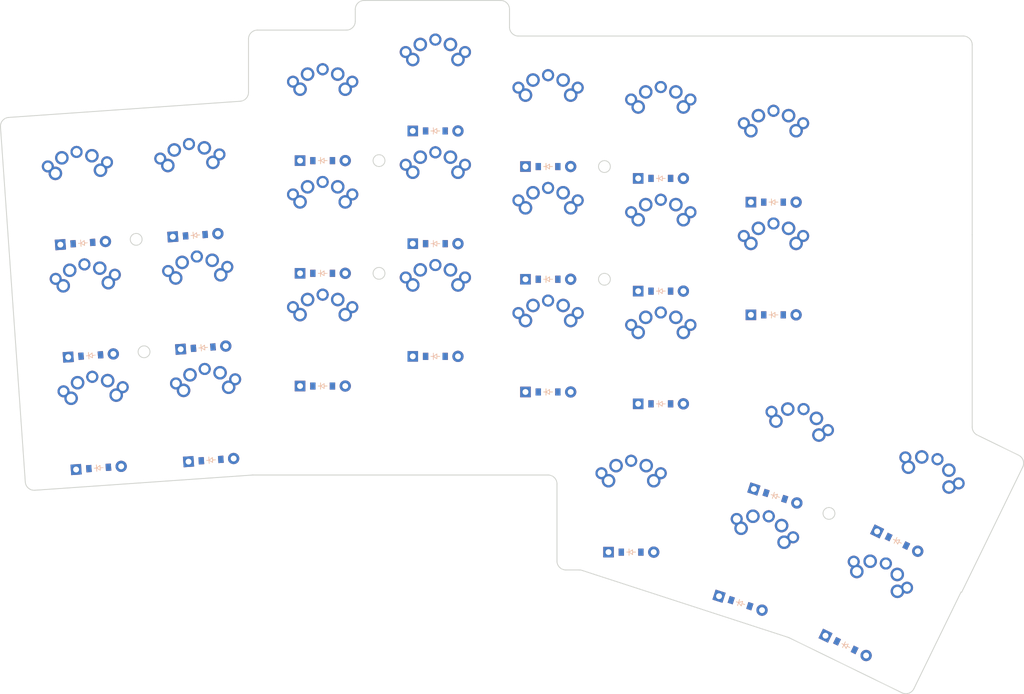
<source format=kicad_pcb>

            
(kicad_pcb (version 20171130) (host pcbnew 5.1.6)

  (page A3)
  (title_block
    (title split_minimal_case_bottom)
    (rev v1.0.0)
    (company Unknown)
  )

  (general
    (thickness 1.6)
  )

  (layers
    (0 F.Cu signal)
    (31 B.Cu signal)
    (32 B.Adhes user)
    (33 F.Adhes user)
    (34 B.Paste user)
    (35 F.Paste user)
    (36 B.SilkS user)
    (37 F.SilkS user)
    (38 B.Mask user)
    (39 F.Mask user)
    (40 Dwgs.User user)
    (41 Cmts.User user)
    (42 Eco1.User user)
    (43 Eco2.User user)
    (44 Edge.Cuts user)
    (45 Margin user)
    (46 B.CrtYd user)
    (47 F.CrtYd user)
    (48 B.Fab user)
    (49 F.Fab user)
  )

  (setup
    (last_trace_width 0.25)
    (trace_clearance 0.2)
    (zone_clearance 0.508)
    (zone_45_only no)
    (trace_min 0.2)
    (via_size 0.8)
    (via_drill 0.4)
    (via_min_size 0.4)
    (via_min_drill 0.3)
    (uvia_size 0.3)
    (uvia_drill 0.1)
    (uvias_allowed no)
    (uvia_min_size 0.2)
    (uvia_min_drill 0.1)
    (edge_width 0.05)
    (segment_width 0.2)
    (pcb_text_width 0.3)
    (pcb_text_size 1.5 1.5)
    (mod_edge_width 0.12)
    (mod_text_size 1 1)
    (mod_text_width 0.15)
    (pad_size 1.524 1.524)
    (pad_drill 0.762)
    (pad_to_mask_clearance 0.05)
    (aux_axis_origin 0 0)
    (visible_elements FFFFFF7F)
    (pcbplotparams
      (layerselection 0x010fc_ffffffff)
      (usegerberextensions false)
      (usegerberattributes true)
      (usegerberadvancedattributes true)
      (creategerberjobfile true)
      (excludeedgelayer true)
      (linewidth 0.100000)
      (plotframeref false)
      (viasonmask false)
      (mode 1)
      (useauxorigin false)
      (hpglpennumber 1)
      (hpglpenspeed 20)
      (hpglpendiameter 15.000000)
      (psnegative false)
      (psa4output false)
      (plotreference true)
      (plotvalue true)
      (plotinvisibletext false)
      (padsonsilk false)
      (subtractmaskfromsilk false)
      (outputformat 1)
      (mirror false)
      (drillshape 1)
      (scaleselection 1)
      (outputdirectory ""))
  )

            (net 0 "")
(net 1 "outer_bottom")
(net 2 "P1")
(net 3 "P9")
(net 4 "outer_home")
(net 5 "P8")
(net 6 "outer_top")
(net 7 "P7")
(net 8 "pinky_bottom")
(net 9 "P0")
(net 10 "pinky_home")
(net 11 "pinky_top")
(net 12 "ring_bottom")
(net 13 "P2")
(net 14 "ring_home")
(net 15 "ring_top")
(net 16 "middle_bottom")
(net 17 "P3")
(net 18 "middle_home")
(net 19 "middle_top")
(net 20 "index_bottom")
(net 21 "P4")
(net 22 "index_home")
(net 23 "index_top")
(net 24 "inner_bottom")
(net 25 "P5")
(net 26 "inner_home")
(net 27 "inner_top")
(net 28 "macro_home")
(net 29 "P6")
(net 30 "macro_top")
(net 31 "inner_upper")
(net 32 "P10")
(net 33 "home_upper")
(net 34 "outer_upper")
(net 35 "home_lower")
(net 36 "outer_lower")
            
  (net_class Default "This is the default net class."
    (clearance 0.2)
    (trace_width 0.25)
    (via_dia 0.8)
    (via_drill 0.4)
    (uvia_dia 0.3)
    (uvia_drill 0.1)
    (add_net "")
(add_net "outer_bottom")
(add_net "P1")
(add_net "P9")
(add_net "outer_home")
(add_net "P8")
(add_net "outer_top")
(add_net "P7")
(add_net "pinky_bottom")
(add_net "P0")
(add_net "pinky_home")
(add_net "pinky_top")
(add_net "ring_bottom")
(add_net "P2")
(add_net "ring_home")
(add_net "ring_top")
(add_net "middle_bottom")
(add_net "P3")
(add_net "middle_home")
(add_net "middle_top")
(add_net "index_bottom")
(add_net "P4")
(add_net "index_home")
(add_net "index_top")
(add_net "inner_bottom")
(add_net "P5")
(add_net "inner_home")
(add_net "inner_top")
(add_net "macro_home")
(add_net "P6")
(add_net "macro_top")
(add_net "inner_upper")
(add_net "P10")
(add_net "home_upper")
(add_net "outer_upper")
(add_net "home_lower")
(add_net "outer_lower")
  )

            
        
      (module MX (layer F.Cu) (tedit 5DD4F656)
      (at 0 0 4)

      
      (fp_text reference "S1" (at 0 0) (layer F.SilkS) hide (effects (font (size 1.27 1.27) (thickness 0.15))))
      (fp_text value "" (at 0 0) (layer F.SilkS) hide (effects (font (size 1.27 1.27) (thickness 0.15))))

      
      (fp_line (start -7 -6) (end -7 -7) (layer Dwgs.User) (width 0.15))
      (fp_line (start -7 7) (end -6 7) (layer Dwgs.User) (width 0.15))
      (fp_line (start -6 -7) (end -7 -7) (layer Dwgs.User) (width 0.15))
      (fp_line (start -7 7) (end -7 6) (layer Dwgs.User) (width 0.15))
      (fp_line (start 7 6) (end 7 7) (layer Dwgs.User) (width 0.15))
      (fp_line (start 7 -7) (end 6 -7) (layer Dwgs.User) (width 0.15))
      (fp_line (start 6 7) (end 7 7) (layer Dwgs.User) (width 0.15))
      (fp_line (start 7 -7) (end 7 -6) (layer Dwgs.User) (width 0.15))
    
      
      (pad "" np_thru_hole circle (at 0 0) (size 3.9878 3.9878) (drill 3.9878) (layers *.Cu *.Mask))

      
      (pad "" np_thru_hole circle (at 5.08 0) (size 1.7018 1.7018) (drill 1.7018) (layers *.Cu *.Mask))
      (pad "" np_thru_hole circle (at -5.08 0) (size 1.7018 1.7018) (drill 1.7018) (layers *.Cu *.Mask))
      
        
        
            
            (pad 1 thru_hole circle (at 2.54 -5.08) (size 2.286 2.286) (drill 1.4986) (layers *.Cu *.Mask) (net 1 "outer_bottom"))
            (pad 2 thru_hole circle (at -3.81 -2.54) (size 2.286 2.286) (drill 1.4986) (layers *.Cu *.Mask) (net 2 "P1"))
          
        
            
            (pad 1 thru_hole circle (at -2.54 -5.08) (size 2.286 2.286) (drill 1.4986) (layers *.Cu *.Mask) (net 1 "outer_bottom"))
            (pad 2 thru_hole circle (at 3.81 -2.54) (size 2.286 2.286) (drill 1.4986) (layers *.Cu *.Mask) (net 2 "P1"))
          )
        

        
      (module PG1350 (layer F.Cu) (tedit 5DD50112)
      (at 0 0 4)

      
      (fp_text reference "S2" (at 0 0) (layer F.SilkS) hide (effects (font (size 1.27 1.27) (thickness 0.15))))
      (fp_text value "" (at 0 0) (layer F.SilkS) hide (effects (font (size 1.27 1.27) (thickness 0.15))))

      
      (fp_line (start -7 -6) (end -7 -7) (layer Dwgs.User) (width 0.15))
      (fp_line (start -7 7) (end -6 7) (layer Dwgs.User) (width 0.15))
      (fp_line (start -6 -7) (end -7 -7) (layer Dwgs.User) (width 0.15))
      (fp_line (start -7 7) (end -7 6) (layer Dwgs.User) (width 0.15))
      (fp_line (start 7 6) (end 7 7) (layer Dwgs.User) (width 0.15))
      (fp_line (start 7 -7) (end 6 -7) (layer Dwgs.User) (width 0.15))
      (fp_line (start 6 7) (end 7 7) (layer Dwgs.User) (width 0.15))
      (fp_line (start 7 -7) (end 7 -6) (layer Dwgs.User) (width 0.15))      
      
      
      (pad "" np_thru_hole circle (at 0 0) (size 3.429 3.429) (drill 3.429) (layers *.Cu *.Mask))
        
      
      (pad "" np_thru_hole circle (at 5.5 0) (size 1.7018 1.7018) (drill 1.7018) (layers *.Cu *.Mask))
      (pad "" np_thru_hole circle (at -5.5 0) (size 1.7018 1.7018) (drill 1.7018) (layers *.Cu *.Mask))
      
        
        
            
            (pad 1 thru_hole circle (at 5 -3.8) (size 2.032 2.032) (drill 1.27) (layers *.Cu *.Mask) (net 1 "outer_bottom"))
            (pad 2 thru_hole circle (at 0 -5.9) (size 2.032 2.032) (drill 1.27) (layers *.Cu *.Mask) (net 2 "P1"))
          
        
            
            (pad 1 thru_hole circle (at -5 -3.8) (size 2.032 2.032) (drill 1.27) (layers *.Cu *.Mask) (net 1 "outer_bottom"))
            (pad 2 thru_hole circle (at -0 -5.9) (size 2.032 2.032) (drill 1.27) (layers *.Cu *.Mask) (net 2 "P1"))
          )
        

  
    (module ComboDiode (layer F.Cu) (tedit 5B24D78E)


        (at 0.6626865 9.4768585 4)

        
        (fp_text reference "D1" (at 0 0) (layer F.SilkS) hide (effects (font (size 1.27 1.27) (thickness 0.15))))
        (fp_text value "" (at 0 0) (layer F.SilkS) hide (effects (font (size 1.27 1.27) (thickness 0.15))))
        
        
        (fp_line (start 0.25 0) (end 0.75 0) (layer F.SilkS) (width 0.1))
        (fp_line (start 0.25 0.4) (end -0.35 0) (layer F.SilkS) (width 0.1))
        (fp_line (start 0.25 -0.4) (end 0.25 0.4) (layer F.SilkS) (width 0.1))
        (fp_line (start -0.35 0) (end 0.25 -0.4) (layer F.SilkS) (width 0.1))
        (fp_line (start -0.35 0) (end -0.35 0.55) (layer F.SilkS) (width 0.1))
        (fp_line (start -0.35 0) (end -0.35 -0.55) (layer F.SilkS) (width 0.1))
        (fp_line (start -0.75 0) (end -0.35 0) (layer F.SilkS) (width 0.1))
        (fp_line (start 0.25 0) (end 0.75 0) (layer B.SilkS) (width 0.1))
        (fp_line (start 0.25 0.4) (end -0.35 0) (layer B.SilkS) (width 0.1))
        (fp_line (start 0.25 -0.4) (end 0.25 0.4) (layer B.SilkS) (width 0.1))
        (fp_line (start -0.35 0) (end 0.25 -0.4) (layer B.SilkS) (width 0.1))
        (fp_line (start -0.35 0) (end -0.35 0.55) (layer B.SilkS) (width 0.1))
        (fp_line (start -0.35 0) (end -0.35 -0.55) (layer B.SilkS) (width 0.1))
        (fp_line (start -0.75 0) (end -0.35 0) (layer B.SilkS) (width 0.1))
    
        
        (pad 1 smd rect (at -1.65 0 4) (size 0.9 1.2) (layers F.Cu F.Paste F.Mask) (net 3 "P9"))
        (pad 2 smd rect (at 1.65 0 4) (size 0.9 1.2) (layers B.Cu B.Paste B.Mask) (net 1 "outer_bottom"))
        (pad 1 smd rect (at -1.65 0 4) (size 0.9 1.2) (layers B.Cu B.Paste B.Mask) (net 3 "P9"))
        (pad 2 smd rect (at 1.65 0 4) (size 0.9 1.2) (layers F.Cu F.Paste F.Mask) (net 1 "outer_bottom"))
        
        
        (pad 1 thru_hole circle (at 3.81 0 4) (size 1.905 1.905) (drill 0.9906) (layers *.Cu *.Mask) (net 1 "outer_bottom"))
        (pad 2 thru_hole rect (at -3.81 0 4) (size 1.778 1.778) (drill 0.9906) (layers *.Cu *.Mask) (net 3 "P9"))
    )
  
    

        
      (module MX (layer F.Cu) (tedit 5DD4F656)
      (at -1.325373 -18.953717 4)

      
      (fp_text reference "S3" (at 0 0) (layer F.SilkS) hide (effects (font (size 1.27 1.27) (thickness 0.15))))
      (fp_text value "" (at 0 0) (layer F.SilkS) hide (effects (font (size 1.27 1.27) (thickness 0.15))))

      
      (fp_line (start -7 -6) (end -7 -7) (layer Dwgs.User) (width 0.15))
      (fp_line (start -7 7) (end -6 7) (layer Dwgs.User) (width 0.15))
      (fp_line (start -6 -7) (end -7 -7) (layer Dwgs.User) (width 0.15))
      (fp_line (start -7 7) (end -7 6) (layer Dwgs.User) (width 0.15))
      (fp_line (start 7 6) (end 7 7) (layer Dwgs.User) (width 0.15))
      (fp_line (start 7 -7) (end 6 -7) (layer Dwgs.User) (width 0.15))
      (fp_line (start 6 7) (end 7 7) (layer Dwgs.User) (width 0.15))
      (fp_line (start 7 -7) (end 7 -6) (layer Dwgs.User) (width 0.15))
    
      
      (pad "" np_thru_hole circle (at 0 0) (size 3.9878 3.9878) (drill 3.9878) (layers *.Cu *.Mask))

      
      (pad "" np_thru_hole circle (at 5.08 0) (size 1.7018 1.7018) (drill 1.7018) (layers *.Cu *.Mask))
      (pad "" np_thru_hole circle (at -5.08 0) (size 1.7018 1.7018) (drill 1.7018) (layers *.Cu *.Mask))
      
        
        
            
            (pad 1 thru_hole circle (at 2.54 -5.08) (size 2.286 2.286) (drill 1.4986) (layers *.Cu *.Mask) (net 4 "outer_home"))
            (pad 2 thru_hole circle (at -3.81 -2.54) (size 2.286 2.286) (drill 1.4986) (layers *.Cu *.Mask) (net 2 "P1"))
          
        
            
            (pad 1 thru_hole circle (at -2.54 -5.08) (size 2.286 2.286) (drill 1.4986) (layers *.Cu *.Mask) (net 4 "outer_home"))
            (pad 2 thru_hole circle (at 3.81 -2.54) (size 2.286 2.286) (drill 1.4986) (layers *.Cu *.Mask) (net 2 "P1"))
          )
        

        
      (module PG1350 (layer F.Cu) (tedit 5DD50112)
      (at -1.325373 -18.953717 4)

      
      (fp_text reference "S4" (at 0 0) (layer F.SilkS) hide (effects (font (size 1.27 1.27) (thickness 0.15))))
      (fp_text value "" (at 0 0) (layer F.SilkS) hide (effects (font (size 1.27 1.27) (thickness 0.15))))

      
      (fp_line (start -7 -6) (end -7 -7) (layer Dwgs.User) (width 0.15))
      (fp_line (start -7 7) (end -6 7) (layer Dwgs.User) (width 0.15))
      (fp_line (start -6 -7) (end -7 -7) (layer Dwgs.User) (width 0.15))
      (fp_line (start -7 7) (end -7 6) (layer Dwgs.User) (width 0.15))
      (fp_line (start 7 6) (end 7 7) (layer Dwgs.User) (width 0.15))
      (fp_line (start 7 -7) (end 6 -7) (layer Dwgs.User) (width 0.15))
      (fp_line (start 6 7) (end 7 7) (layer Dwgs.User) (width 0.15))
      (fp_line (start 7 -7) (end 7 -6) (layer Dwgs.User) (width 0.15))      
      
      
      (pad "" np_thru_hole circle (at 0 0) (size 3.429 3.429) (drill 3.429) (layers *.Cu *.Mask))
        
      
      (pad "" np_thru_hole circle (at 5.5 0) (size 1.7018 1.7018) (drill 1.7018) (layers *.Cu *.Mask))
      (pad "" np_thru_hole circle (at -5.5 0) (size 1.7018 1.7018) (drill 1.7018) (layers *.Cu *.Mask))
      
        
        
            
            (pad 1 thru_hole circle (at 5 -3.8) (size 2.032 2.032) (drill 1.27) (layers *.Cu *.Mask) (net 4 "outer_home"))
            (pad 2 thru_hole circle (at 0 -5.9) (size 2.032 2.032) (drill 1.27) (layers *.Cu *.Mask) (net 2 "P1"))
          
        
            
            (pad 1 thru_hole circle (at -5 -3.8) (size 2.032 2.032) (drill 1.27) (layers *.Cu *.Mask) (net 4 "outer_home"))
            (pad 2 thru_hole circle (at -0 -5.9) (size 2.032 2.032) (drill 1.27) (layers *.Cu *.Mask) (net 2 "P1"))
          )
        

  
    (module ComboDiode (layer F.Cu) (tedit 5B24D78E)


        (at -0.6626865 -9.4768585 4)

        
        (fp_text reference "D2" (at 0 0) (layer F.SilkS) hide (effects (font (size 1.27 1.27) (thickness 0.15))))
        (fp_text value "" (at 0 0) (layer F.SilkS) hide (effects (font (size 1.27 1.27) (thickness 0.15))))
        
        
        (fp_line (start 0.25 0) (end 0.75 0) (layer F.SilkS) (width 0.1))
        (fp_line (start 0.25 0.4) (end -0.35 0) (layer F.SilkS) (width 0.1))
        (fp_line (start 0.25 -0.4) (end 0.25 0.4) (layer F.SilkS) (width 0.1))
        (fp_line (start -0.35 0) (end 0.25 -0.4) (layer F.SilkS) (width 0.1))
        (fp_line (start -0.35 0) (end -0.35 0.55) (layer F.SilkS) (width 0.1))
        (fp_line (start -0.35 0) (end -0.35 -0.55) (layer F.SilkS) (width 0.1))
        (fp_line (start -0.75 0) (end -0.35 0) (layer F.SilkS) (width 0.1))
        (fp_line (start 0.25 0) (end 0.75 0) (layer B.SilkS) (width 0.1))
        (fp_line (start 0.25 0.4) (end -0.35 0) (layer B.SilkS) (width 0.1))
        (fp_line (start 0.25 -0.4) (end 0.25 0.4) (layer B.SilkS) (width 0.1))
        (fp_line (start -0.35 0) (end 0.25 -0.4) (layer B.SilkS) (width 0.1))
        (fp_line (start -0.35 0) (end -0.35 0.55) (layer B.SilkS) (width 0.1))
        (fp_line (start -0.35 0) (end -0.35 -0.55) (layer B.SilkS) (width 0.1))
        (fp_line (start -0.75 0) (end -0.35 0) (layer B.SilkS) (width 0.1))
    
        
        (pad 1 smd rect (at -1.65 0 4) (size 0.9 1.2) (layers F.Cu F.Paste F.Mask) (net 5 "P8"))
        (pad 2 smd rect (at 1.65 0 4) (size 0.9 1.2) (layers B.Cu B.Paste B.Mask) (net 4 "outer_home"))
        (pad 1 smd rect (at -1.65 0 4) (size 0.9 1.2) (layers B.Cu B.Paste B.Mask) (net 5 "P8"))
        (pad 2 smd rect (at 1.65 0 4) (size 0.9 1.2) (layers F.Cu F.Paste F.Mask) (net 4 "outer_home"))
        
        
        (pad 1 thru_hole circle (at 3.81 0 4) (size 1.905 1.905) (drill 0.9906) (layers *.Cu *.Mask) (net 4 "outer_home"))
        (pad 2 thru_hole rect (at -3.81 0 4) (size 1.778 1.778) (drill 0.9906) (layers *.Cu *.Mask) (net 5 "P8"))
    )
  
    

        
      (module MX (layer F.Cu) (tedit 5DD4F656)
      (at -2.650746 -37.9074339 4)

      
      (fp_text reference "S5" (at 0 0) (layer F.SilkS) hide (effects (font (size 1.27 1.27) (thickness 0.15))))
      (fp_text value "" (at 0 0) (layer F.SilkS) hide (effects (font (size 1.27 1.27) (thickness 0.15))))

      
      (fp_line (start -7 -6) (end -7 -7) (layer Dwgs.User) (width 0.15))
      (fp_line (start -7 7) (end -6 7) (layer Dwgs.User) (width 0.15))
      (fp_line (start -6 -7) (end -7 -7) (layer Dwgs.User) (width 0.15))
      (fp_line (start -7 7) (end -7 6) (layer Dwgs.User) (width 0.15))
      (fp_line (start 7 6) (end 7 7) (layer Dwgs.User) (width 0.15))
      (fp_line (start 7 -7) (end 6 -7) (layer Dwgs.User) (width 0.15))
      (fp_line (start 6 7) (end 7 7) (layer Dwgs.User) (width 0.15))
      (fp_line (start 7 -7) (end 7 -6) (layer Dwgs.User) (width 0.15))
    
      
      (pad "" np_thru_hole circle (at 0 0) (size 3.9878 3.9878) (drill 3.9878) (layers *.Cu *.Mask))

      
      (pad "" np_thru_hole circle (at 5.08 0) (size 1.7018 1.7018) (drill 1.7018) (layers *.Cu *.Mask))
      (pad "" np_thru_hole circle (at -5.08 0) (size 1.7018 1.7018) (drill 1.7018) (layers *.Cu *.Mask))
      
        
        
            
            (pad 1 thru_hole circle (at 2.54 -5.08) (size 2.286 2.286) (drill 1.4986) (layers *.Cu *.Mask) (net 6 "outer_top"))
            (pad 2 thru_hole circle (at -3.81 -2.54) (size 2.286 2.286) (drill 1.4986) (layers *.Cu *.Mask) (net 2 "P1"))
          
        
            
            (pad 1 thru_hole circle (at -2.54 -5.08) (size 2.286 2.286) (drill 1.4986) (layers *.Cu *.Mask) (net 6 "outer_top"))
            (pad 2 thru_hole circle (at 3.81 -2.54) (size 2.286 2.286) (drill 1.4986) (layers *.Cu *.Mask) (net 2 "P1"))
          )
        

        
      (module PG1350 (layer F.Cu) (tedit 5DD50112)
      (at -2.650746 -37.9074339 4)

      
      (fp_text reference "S6" (at 0 0) (layer F.SilkS) hide (effects (font (size 1.27 1.27) (thickness 0.15))))
      (fp_text value "" (at 0 0) (layer F.SilkS) hide (effects (font (size 1.27 1.27) (thickness 0.15))))

      
      (fp_line (start -7 -6) (end -7 -7) (layer Dwgs.User) (width 0.15))
      (fp_line (start -7 7) (end -6 7) (layer Dwgs.User) (width 0.15))
      (fp_line (start -6 -7) (end -7 -7) (layer Dwgs.User) (width 0.15))
      (fp_line (start -7 7) (end -7 6) (layer Dwgs.User) (width 0.15))
      (fp_line (start 7 6) (end 7 7) (layer Dwgs.User) (width 0.15))
      (fp_line (start 7 -7) (end 6 -7) (layer Dwgs.User) (width 0.15))
      (fp_line (start 6 7) (end 7 7) (layer Dwgs.User) (width 0.15))
      (fp_line (start 7 -7) (end 7 -6) (layer Dwgs.User) (width 0.15))      
      
      
      (pad "" np_thru_hole circle (at 0 0) (size 3.429 3.429) (drill 3.429) (layers *.Cu *.Mask))
        
      
      (pad "" np_thru_hole circle (at 5.5 0) (size 1.7018 1.7018) (drill 1.7018) (layers *.Cu *.Mask))
      (pad "" np_thru_hole circle (at -5.5 0) (size 1.7018 1.7018) (drill 1.7018) (layers *.Cu *.Mask))
      
        
        
            
            (pad 1 thru_hole circle (at 5 -3.8) (size 2.032 2.032) (drill 1.27) (layers *.Cu *.Mask) (net 6 "outer_top"))
            (pad 2 thru_hole circle (at 0 -5.9) (size 2.032 2.032) (drill 1.27) (layers *.Cu *.Mask) (net 2 "P1"))
          
        
            
            (pad 1 thru_hole circle (at -5 -3.8) (size 2.032 2.032) (drill 1.27) (layers *.Cu *.Mask) (net 6 "outer_top"))
            (pad 2 thru_hole circle (at -0 -5.9) (size 2.032 2.032) (drill 1.27) (layers *.Cu *.Mask) (net 2 "P1"))
          )
        

  
    (module ComboDiode (layer F.Cu) (tedit 5B24D78E)


        (at -1.9880594999999999 -28.430575400000002 4)

        
        (fp_text reference "D3" (at 0 0) (layer F.SilkS) hide (effects (font (size 1.27 1.27) (thickness 0.15))))
        (fp_text value "" (at 0 0) (layer F.SilkS) hide (effects (font (size 1.27 1.27) (thickness 0.15))))
        
        
        (fp_line (start 0.25 0) (end 0.75 0) (layer F.SilkS) (width 0.1))
        (fp_line (start 0.25 0.4) (end -0.35 0) (layer F.SilkS) (width 0.1))
        (fp_line (start 0.25 -0.4) (end 0.25 0.4) (layer F.SilkS) (width 0.1))
        (fp_line (start -0.35 0) (end 0.25 -0.4) (layer F.SilkS) (width 0.1))
        (fp_line (start -0.35 0) (end -0.35 0.55) (layer F.SilkS) (width 0.1))
        (fp_line (start -0.35 0) (end -0.35 -0.55) (layer F.SilkS) (width 0.1))
        (fp_line (start -0.75 0) (end -0.35 0) (layer F.SilkS) (width 0.1))
        (fp_line (start 0.25 0) (end 0.75 0) (layer B.SilkS) (width 0.1))
        (fp_line (start 0.25 0.4) (end -0.35 0) (layer B.SilkS) (width 0.1))
        (fp_line (start 0.25 -0.4) (end 0.25 0.4) (layer B.SilkS) (width 0.1))
        (fp_line (start -0.35 0) (end 0.25 -0.4) (layer B.SilkS) (width 0.1))
        (fp_line (start -0.35 0) (end -0.35 0.55) (layer B.SilkS) (width 0.1))
        (fp_line (start -0.35 0) (end -0.35 -0.55) (layer B.SilkS) (width 0.1))
        (fp_line (start -0.75 0) (end -0.35 0) (layer B.SilkS) (width 0.1))
    
        
        (pad 1 smd rect (at -1.65 0 4) (size 0.9 1.2) (layers F.Cu F.Paste F.Mask) (net 7 "P7"))
        (pad 2 smd rect (at 1.65 0 4) (size 0.9 1.2) (layers B.Cu B.Paste B.Mask) (net 6 "outer_top"))
        (pad 1 smd rect (at -1.65 0 4) (size 0.9 1.2) (layers B.Cu B.Paste B.Mask) (net 7 "P7"))
        (pad 2 smd rect (at 1.65 0 4) (size 0.9 1.2) (layers F.Cu F.Paste F.Mask) (net 6 "outer_top"))
        
        
        (pad 1 thru_hole circle (at 3.81 0 4) (size 1.905 1.905) (drill 0.9906) (layers *.Cu *.Mask) (net 6 "outer_top"))
        (pad 2 thru_hole rect (at -3.81 0 4) (size 1.778 1.778) (drill 0.9906) (layers *.Cu *.Mask) (net 7 "P7"))
    )
  
    

        
      (module MX (layer F.Cu) (tedit 5DD4F656)
      (at 18.953717 -1.325373 4)

      
      (fp_text reference "S7" (at 0 0) (layer F.SilkS) hide (effects (font (size 1.27 1.27) (thickness 0.15))))
      (fp_text value "" (at 0 0) (layer F.SilkS) hide (effects (font (size 1.27 1.27) (thickness 0.15))))

      
      (fp_line (start -7 -6) (end -7 -7) (layer Dwgs.User) (width 0.15))
      (fp_line (start -7 7) (end -6 7) (layer Dwgs.User) (width 0.15))
      (fp_line (start -6 -7) (end -7 -7) (layer Dwgs.User) (width 0.15))
      (fp_line (start -7 7) (end -7 6) (layer Dwgs.User) (width 0.15))
      (fp_line (start 7 6) (end 7 7) (layer Dwgs.User) (width 0.15))
      (fp_line (start 7 -7) (end 6 -7) (layer Dwgs.User) (width 0.15))
      (fp_line (start 6 7) (end 7 7) (layer Dwgs.User) (width 0.15))
      (fp_line (start 7 -7) (end 7 -6) (layer Dwgs.User) (width 0.15))
    
      
      (pad "" np_thru_hole circle (at 0 0) (size 3.9878 3.9878) (drill 3.9878) (layers *.Cu *.Mask))

      
      (pad "" np_thru_hole circle (at 5.08 0) (size 1.7018 1.7018) (drill 1.7018) (layers *.Cu *.Mask))
      (pad "" np_thru_hole circle (at -5.08 0) (size 1.7018 1.7018) (drill 1.7018) (layers *.Cu *.Mask))
      
        
        
            
            (pad 1 thru_hole circle (at 2.54 -5.08) (size 2.286 2.286) (drill 1.4986) (layers *.Cu *.Mask) (net 8 "pinky_bottom"))
            (pad 2 thru_hole circle (at -3.81 -2.54) (size 2.286 2.286) (drill 1.4986) (layers *.Cu *.Mask) (net 9 "P0"))
          
        
            
            (pad 1 thru_hole circle (at -2.54 -5.08) (size 2.286 2.286) (drill 1.4986) (layers *.Cu *.Mask) (net 8 "pinky_bottom"))
            (pad 2 thru_hole circle (at 3.81 -2.54) (size 2.286 2.286) (drill 1.4986) (layers *.Cu *.Mask) (net 9 "P0"))
          )
        

        
      (module PG1350 (layer F.Cu) (tedit 5DD50112)
      (at 18.953717 -1.325373 4)

      
      (fp_text reference "S8" (at 0 0) (layer F.SilkS) hide (effects (font (size 1.27 1.27) (thickness 0.15))))
      (fp_text value "" (at 0 0) (layer F.SilkS) hide (effects (font (size 1.27 1.27) (thickness 0.15))))

      
      (fp_line (start -7 -6) (end -7 -7) (layer Dwgs.User) (width 0.15))
      (fp_line (start -7 7) (end -6 7) (layer Dwgs.User) (width 0.15))
      (fp_line (start -6 -7) (end -7 -7) (layer Dwgs.User) (width 0.15))
      (fp_line (start -7 7) (end -7 6) (layer Dwgs.User) (width 0.15))
      (fp_line (start 7 6) (end 7 7) (layer Dwgs.User) (width 0.15))
      (fp_line (start 7 -7) (end 6 -7) (layer Dwgs.User) (width 0.15))
      (fp_line (start 6 7) (end 7 7) (layer Dwgs.User) (width 0.15))
      (fp_line (start 7 -7) (end 7 -6) (layer Dwgs.User) (width 0.15))      
      
      
      (pad "" np_thru_hole circle (at 0 0) (size 3.429 3.429) (drill 3.429) (layers *.Cu *.Mask))
        
      
      (pad "" np_thru_hole circle (at 5.5 0) (size 1.7018 1.7018) (drill 1.7018) (layers *.Cu *.Mask))
      (pad "" np_thru_hole circle (at -5.5 0) (size 1.7018 1.7018) (drill 1.7018) (layers *.Cu *.Mask))
      
        
        
            
            (pad 1 thru_hole circle (at 5 -3.8) (size 2.032 2.032) (drill 1.27) (layers *.Cu *.Mask) (net 8 "pinky_bottom"))
            (pad 2 thru_hole circle (at 0 -5.9) (size 2.032 2.032) (drill 1.27) (layers *.Cu *.Mask) (net 9 "P0"))
          
        
            
            (pad 1 thru_hole circle (at -5 -3.8) (size 2.032 2.032) (drill 1.27) (layers *.Cu *.Mask) (net 8 "pinky_bottom"))
            (pad 2 thru_hole circle (at -0 -5.9) (size 2.032 2.032) (drill 1.27) (layers *.Cu *.Mask) (net 9 "P0"))
          )
        

  
    (module ComboDiode (layer F.Cu) (tedit 5B24D78E)


        (at 19.6164035 8.1514855 4)

        
        (fp_text reference "D4" (at 0 0) (layer F.SilkS) hide (effects (font (size 1.27 1.27) (thickness 0.15))))
        (fp_text value "" (at 0 0) (layer F.SilkS) hide (effects (font (size 1.27 1.27) (thickness 0.15))))
        
        
        (fp_line (start 0.25 0) (end 0.75 0) (layer F.SilkS) (width 0.1))
        (fp_line (start 0.25 0.4) (end -0.35 0) (layer F.SilkS) (width 0.1))
        (fp_line (start 0.25 -0.4) (end 0.25 0.4) (layer F.SilkS) (width 0.1))
        (fp_line (start -0.35 0) (end 0.25 -0.4) (layer F.SilkS) (width 0.1))
        (fp_line (start -0.35 0) (end -0.35 0.55) (layer F.SilkS) (width 0.1))
        (fp_line (start -0.35 0) (end -0.35 -0.55) (layer F.SilkS) (width 0.1))
        (fp_line (start -0.75 0) (end -0.35 0) (layer F.SilkS) (width 0.1))
        (fp_line (start 0.25 0) (end 0.75 0) (layer B.SilkS) (width 0.1))
        (fp_line (start 0.25 0.4) (end -0.35 0) (layer B.SilkS) (width 0.1))
        (fp_line (start 0.25 -0.4) (end 0.25 0.4) (layer B.SilkS) (width 0.1))
        (fp_line (start -0.35 0) (end 0.25 -0.4) (layer B.SilkS) (width 0.1))
        (fp_line (start -0.35 0) (end -0.35 0.55) (layer B.SilkS) (width 0.1))
        (fp_line (start -0.35 0) (end -0.35 -0.55) (layer B.SilkS) (width 0.1))
        (fp_line (start -0.75 0) (end -0.35 0) (layer B.SilkS) (width 0.1))
    
        
        (pad 1 smd rect (at -1.65 0 4) (size 0.9 1.2) (layers F.Cu F.Paste F.Mask) (net 3 "P9"))
        (pad 2 smd rect (at 1.65 0 4) (size 0.9 1.2) (layers B.Cu B.Paste B.Mask) (net 8 "pinky_bottom"))
        (pad 1 smd rect (at -1.65 0 4) (size 0.9 1.2) (layers B.Cu B.Paste B.Mask) (net 3 "P9"))
        (pad 2 smd rect (at 1.65 0 4) (size 0.9 1.2) (layers F.Cu F.Paste F.Mask) (net 8 "pinky_bottom"))
        
        
        (pad 1 thru_hole circle (at 3.81 0 4) (size 1.905 1.905) (drill 0.9906) (layers *.Cu *.Mask) (net 8 "pinky_bottom"))
        (pad 2 thru_hole rect (at -3.81 0 4) (size 1.778 1.778) (drill 0.9906) (layers *.Cu *.Mask) (net 3 "P9"))
    )
  
    

        
      (module MX (layer F.Cu) (tedit 5DD4F656)
      (at 17.628344 -20.27909 4)

      
      (fp_text reference "S9" (at 0 0) (layer F.SilkS) hide (effects (font (size 1.27 1.27) (thickness 0.15))))
      (fp_text value "" (at 0 0) (layer F.SilkS) hide (effects (font (size 1.27 1.27) (thickness 0.15))))

      
      (fp_line (start -7 -6) (end -7 -7) (layer Dwgs.User) (width 0.15))
      (fp_line (start -7 7) (end -6 7) (layer Dwgs.User) (width 0.15))
      (fp_line (start -6 -7) (end -7 -7) (layer Dwgs.User) (width 0.15))
      (fp_line (start -7 7) (end -7 6) (layer Dwgs.User) (width 0.15))
      (fp_line (start 7 6) (end 7 7) (layer Dwgs.User) (width 0.15))
      (fp_line (start 7 -7) (end 6 -7) (layer Dwgs.User) (width 0.15))
      (fp_line (start 6 7) (end 7 7) (layer Dwgs.User) (width 0.15))
      (fp_line (start 7 -7) (end 7 -6) (layer Dwgs.User) (width 0.15))
    
      
      (pad "" np_thru_hole circle (at 0 0) (size 3.9878 3.9878) (drill 3.9878) (layers *.Cu *.Mask))

      
      (pad "" np_thru_hole circle (at 5.08 0) (size 1.7018 1.7018) (drill 1.7018) (layers *.Cu *.Mask))
      (pad "" np_thru_hole circle (at -5.08 0) (size 1.7018 1.7018) (drill 1.7018) (layers *.Cu *.Mask))
      
        
        
            
            (pad 1 thru_hole circle (at 2.54 -5.08) (size 2.286 2.286) (drill 1.4986) (layers *.Cu *.Mask) (net 10 "pinky_home"))
            (pad 2 thru_hole circle (at -3.81 -2.54) (size 2.286 2.286) (drill 1.4986) (layers *.Cu *.Mask) (net 9 "P0"))
          
        
            
            (pad 1 thru_hole circle (at -2.54 -5.08) (size 2.286 2.286) (drill 1.4986) (layers *.Cu *.Mask) (net 10 "pinky_home"))
            (pad 2 thru_hole circle (at 3.81 -2.54) (size 2.286 2.286) (drill 1.4986) (layers *.Cu *.Mask) (net 9 "P0"))
          )
        

        
      (module PG1350 (layer F.Cu) (tedit 5DD50112)
      (at 17.628344 -20.27909 4)

      
      (fp_text reference "S10" (at 0 0) (layer F.SilkS) hide (effects (font (size 1.27 1.27) (thickness 0.15))))
      (fp_text value "" (at 0 0) (layer F.SilkS) hide (effects (font (size 1.27 1.27) (thickness 0.15))))

      
      (fp_line (start -7 -6) (end -7 -7) (layer Dwgs.User) (width 0.15))
      (fp_line (start -7 7) (end -6 7) (layer Dwgs.User) (width 0.15))
      (fp_line (start -6 -7) (end -7 -7) (layer Dwgs.User) (width 0.15))
      (fp_line (start -7 7) (end -7 6) (layer Dwgs.User) (width 0.15))
      (fp_line (start 7 6) (end 7 7) (layer Dwgs.User) (width 0.15))
      (fp_line (start 7 -7) (end 6 -7) (layer Dwgs.User) (width 0.15))
      (fp_line (start 6 7) (end 7 7) (layer Dwgs.User) (width 0.15))
      (fp_line (start 7 -7) (end 7 -6) (layer Dwgs.User) (width 0.15))      
      
      
      (pad "" np_thru_hole circle (at 0 0) (size 3.429 3.429) (drill 3.429) (layers *.Cu *.Mask))
        
      
      (pad "" np_thru_hole circle (at 5.5 0) (size 1.7018 1.7018) (drill 1.7018) (layers *.Cu *.Mask))
      (pad "" np_thru_hole circle (at -5.5 0) (size 1.7018 1.7018) (drill 1.7018) (layers *.Cu *.Mask))
      
        
        
            
            (pad 1 thru_hole circle (at 5 -3.8) (size 2.032 2.032) (drill 1.27) (layers *.Cu *.Mask) (net 10 "pinky_home"))
            (pad 2 thru_hole circle (at 0 -5.9) (size 2.032 2.032) (drill 1.27) (layers *.Cu *.Mask) (net 9 "P0"))
          
        
            
            (pad 1 thru_hole circle (at -5 -3.8) (size 2.032 2.032) (drill 1.27) (layers *.Cu *.Mask) (net 10 "pinky_home"))
            (pad 2 thru_hole circle (at -0 -5.9) (size 2.032 2.032) (drill 1.27) (layers *.Cu *.Mask) (net 9 "P0"))
          )
        

  
    (module ComboDiode (layer F.Cu) (tedit 5B24D78E)


        (at 18.291030499999998 -10.8022315 4)

        
        (fp_text reference "D5" (at 0 0) (layer F.SilkS) hide (effects (font (size 1.27 1.27) (thickness 0.15))))
        (fp_text value "" (at 0 0) (layer F.SilkS) hide (effects (font (size 1.27 1.27) (thickness 0.15))))
        
        
        (fp_line (start 0.25 0) (end 0.75 0) (layer F.SilkS) (width 0.1))
        (fp_line (start 0.25 0.4) (end -0.35 0) (layer F.SilkS) (width 0.1))
        (fp_line (start 0.25 -0.4) (end 0.25 0.4) (layer F.SilkS) (width 0.1))
        (fp_line (start -0.35 0) (end 0.25 -0.4) (layer F.SilkS) (width 0.1))
        (fp_line (start -0.35 0) (end -0.35 0.55) (layer F.SilkS) (width 0.1))
        (fp_line (start -0.35 0) (end -0.35 -0.55) (layer F.SilkS) (width 0.1))
        (fp_line (start -0.75 0) (end -0.35 0) (layer F.SilkS) (width 0.1))
        (fp_line (start 0.25 0) (end 0.75 0) (layer B.SilkS) (width 0.1))
        (fp_line (start 0.25 0.4) (end -0.35 0) (layer B.SilkS) (width 0.1))
        (fp_line (start 0.25 -0.4) (end 0.25 0.4) (layer B.SilkS) (width 0.1))
        (fp_line (start -0.35 0) (end 0.25 -0.4) (layer B.SilkS) (width 0.1))
        (fp_line (start -0.35 0) (end -0.35 0.55) (layer B.SilkS) (width 0.1))
        (fp_line (start -0.35 0) (end -0.35 -0.55) (layer B.SilkS) (width 0.1))
        (fp_line (start -0.75 0) (end -0.35 0) (layer B.SilkS) (width 0.1))
    
        
        (pad 1 smd rect (at -1.65 0 4) (size 0.9 1.2) (layers F.Cu F.Paste F.Mask) (net 5 "P8"))
        (pad 2 smd rect (at 1.65 0 4) (size 0.9 1.2) (layers B.Cu B.Paste B.Mask) (net 10 "pinky_home"))
        (pad 1 smd rect (at -1.65 0 4) (size 0.9 1.2) (layers B.Cu B.Paste B.Mask) (net 5 "P8"))
        (pad 2 smd rect (at 1.65 0 4) (size 0.9 1.2) (layers F.Cu F.Paste F.Mask) (net 10 "pinky_home"))
        
        
        (pad 1 thru_hole circle (at 3.81 0 4) (size 1.905 1.905) (drill 0.9906) (layers *.Cu *.Mask) (net 10 "pinky_home"))
        (pad 2 thru_hole rect (at -3.81 0 4) (size 1.778 1.778) (drill 0.9906) (layers *.Cu *.Mask) (net 5 "P8"))
    )
  
    

        
      (module MX (layer F.Cu) (tedit 5DD4F656)
      (at 16.3029709 -39.2328069 4)

      
      (fp_text reference "S11" (at 0 0) (layer F.SilkS) hide (effects (font (size 1.27 1.27) (thickness 0.15))))
      (fp_text value "" (at 0 0) (layer F.SilkS) hide (effects (font (size 1.27 1.27) (thickness 0.15))))

      
      (fp_line (start -7 -6) (end -7 -7) (layer Dwgs.User) (width 0.15))
      (fp_line (start -7 7) (end -6 7) (layer Dwgs.User) (width 0.15))
      (fp_line (start -6 -7) (end -7 -7) (layer Dwgs.User) (width 0.15))
      (fp_line (start -7 7) (end -7 6) (layer Dwgs.User) (width 0.15))
      (fp_line (start 7 6) (end 7 7) (layer Dwgs.User) (width 0.15))
      (fp_line (start 7 -7) (end 6 -7) (layer Dwgs.User) (width 0.15))
      (fp_line (start 6 7) (end 7 7) (layer Dwgs.User) (width 0.15))
      (fp_line (start 7 -7) (end 7 -6) (layer Dwgs.User) (width 0.15))
    
      
      (pad "" np_thru_hole circle (at 0 0) (size 3.9878 3.9878) (drill 3.9878) (layers *.Cu *.Mask))

      
      (pad "" np_thru_hole circle (at 5.08 0) (size 1.7018 1.7018) (drill 1.7018) (layers *.Cu *.Mask))
      (pad "" np_thru_hole circle (at -5.08 0) (size 1.7018 1.7018) (drill 1.7018) (layers *.Cu *.Mask))
      
        
        
            
            (pad 1 thru_hole circle (at 2.54 -5.08) (size 2.286 2.286) (drill 1.4986) (layers *.Cu *.Mask) (net 11 "pinky_top"))
            (pad 2 thru_hole circle (at -3.81 -2.54) (size 2.286 2.286) (drill 1.4986) (layers *.Cu *.Mask) (net 9 "P0"))
          
        
            
            (pad 1 thru_hole circle (at -2.54 -5.08) (size 2.286 2.286) (drill 1.4986) (layers *.Cu *.Mask) (net 11 "pinky_top"))
            (pad 2 thru_hole circle (at 3.81 -2.54) (size 2.286 2.286) (drill 1.4986) (layers *.Cu *.Mask) (net 9 "P0"))
          )
        

        
      (module PG1350 (layer F.Cu) (tedit 5DD50112)
      (at 16.3029709 -39.2328069 4)

      
      (fp_text reference "S12" (at 0 0) (layer F.SilkS) hide (effects (font (size 1.27 1.27) (thickness 0.15))))
      (fp_text value "" (at 0 0) (layer F.SilkS) hide (effects (font (size 1.27 1.27) (thickness 0.15))))

      
      (fp_line (start -7 -6) (end -7 -7) (layer Dwgs.User) (width 0.15))
      (fp_line (start -7 7) (end -6 7) (layer Dwgs.User) (width 0.15))
      (fp_line (start -6 -7) (end -7 -7) (layer Dwgs.User) (width 0.15))
      (fp_line (start -7 7) (end -7 6) (layer Dwgs.User) (width 0.15))
      (fp_line (start 7 6) (end 7 7) (layer Dwgs.User) (width 0.15))
      (fp_line (start 7 -7) (end 6 -7) (layer Dwgs.User) (width 0.15))
      (fp_line (start 6 7) (end 7 7) (layer Dwgs.User) (width 0.15))
      (fp_line (start 7 -7) (end 7 -6) (layer Dwgs.User) (width 0.15))      
      
      
      (pad "" np_thru_hole circle (at 0 0) (size 3.429 3.429) (drill 3.429) (layers *.Cu *.Mask))
        
      
      (pad "" np_thru_hole circle (at 5.5 0) (size 1.7018 1.7018) (drill 1.7018) (layers *.Cu *.Mask))
      (pad "" np_thru_hole circle (at -5.5 0) (size 1.7018 1.7018) (drill 1.7018) (layers *.Cu *.Mask))
      
        
        
            
            (pad 1 thru_hole circle (at 5 -3.8) (size 2.032 2.032) (drill 1.27) (layers *.Cu *.Mask) (net 11 "pinky_top"))
            (pad 2 thru_hole circle (at 0 -5.9) (size 2.032 2.032) (drill 1.27) (layers *.Cu *.Mask) (net 9 "P0"))
          
        
            
            (pad 1 thru_hole circle (at -5 -3.8) (size 2.032 2.032) (drill 1.27) (layers *.Cu *.Mask) (net 11 "pinky_top"))
            (pad 2 thru_hole circle (at -0 -5.9) (size 2.032 2.032) (drill 1.27) (layers *.Cu *.Mask) (net 9 "P0"))
          )
        

  
    (module ComboDiode (layer F.Cu) (tedit 5B24D78E)


        (at 16.965657399999998 -29.7559484 4)

        
        (fp_text reference "D6" (at 0 0) (layer F.SilkS) hide (effects (font (size 1.27 1.27) (thickness 0.15))))
        (fp_text value "" (at 0 0) (layer F.SilkS) hide (effects (font (size 1.27 1.27) (thickness 0.15))))
        
        
        (fp_line (start 0.25 0) (end 0.75 0) (layer F.SilkS) (width 0.1))
        (fp_line (start 0.25 0.4) (end -0.35 0) (layer F.SilkS) (width 0.1))
        (fp_line (start 0.25 -0.4) (end 0.25 0.4) (layer F.SilkS) (width 0.1))
        (fp_line (start -0.35 0) (end 0.25 -0.4) (layer F.SilkS) (width 0.1))
        (fp_line (start -0.35 0) (end -0.35 0.55) (layer F.SilkS) (width 0.1))
        (fp_line (start -0.35 0) (end -0.35 -0.55) (layer F.SilkS) (width 0.1))
        (fp_line (start -0.75 0) (end -0.35 0) (layer F.SilkS) (width 0.1))
        (fp_line (start 0.25 0) (end 0.75 0) (layer B.SilkS) (width 0.1))
        (fp_line (start 0.25 0.4) (end -0.35 0) (layer B.SilkS) (width 0.1))
        (fp_line (start 0.25 -0.4) (end 0.25 0.4) (layer B.SilkS) (width 0.1))
        (fp_line (start -0.35 0) (end 0.25 -0.4) (layer B.SilkS) (width 0.1))
        (fp_line (start -0.35 0) (end -0.35 0.55) (layer B.SilkS) (width 0.1))
        (fp_line (start -0.35 0) (end -0.35 -0.55) (layer B.SilkS) (width 0.1))
        (fp_line (start -0.75 0) (end -0.35 0) (layer B.SilkS) (width 0.1))
    
        
        (pad 1 smd rect (at -1.65 0 4) (size 0.9 1.2) (layers F.Cu F.Paste F.Mask) (net 7 "P7"))
        (pad 2 smd rect (at 1.65 0 4) (size 0.9 1.2) (layers B.Cu B.Paste B.Mask) (net 11 "pinky_top"))
        (pad 1 smd rect (at -1.65 0 4) (size 0.9 1.2) (layers B.Cu B.Paste B.Mask) (net 7 "P7"))
        (pad 2 smd rect (at 1.65 0 4) (size 0.9 1.2) (layers F.Cu F.Paste F.Mask) (net 11 "pinky_top"))
        
        
        (pad 1 thru_hole circle (at 3.81 0 4) (size 1.905 1.905) (drill 0.9906) (layers *.Cu *.Mask) (net 11 "pinky_top"))
        (pad 2 thru_hole rect (at -3.81 0 4) (size 1.778 1.778) (drill 0.9906) (layers *.Cu *.Mask) (net 7 "P7"))
    )
  
    

        
      (module MX (layer F.Cu) (tedit 5DD4F656)
      (at 38.4249607 -13.83072 0)

      
      (fp_text reference "S13" (at 0 0) (layer F.SilkS) hide (effects (font (size 1.27 1.27) (thickness 0.15))))
      (fp_text value "" (at 0 0) (layer F.SilkS) hide (effects (font (size 1.27 1.27) (thickness 0.15))))

      
      (fp_line (start -7 -6) (end -7 -7) (layer Dwgs.User) (width 0.15))
      (fp_line (start -7 7) (end -6 7) (layer Dwgs.User) (width 0.15))
      (fp_line (start -6 -7) (end -7 -7) (layer Dwgs.User) (width 0.15))
      (fp_line (start -7 7) (end -7 6) (layer Dwgs.User) (width 0.15))
      (fp_line (start 7 6) (end 7 7) (layer Dwgs.User) (width 0.15))
      (fp_line (start 7 -7) (end 6 -7) (layer Dwgs.User) (width 0.15))
      (fp_line (start 6 7) (end 7 7) (layer Dwgs.User) (width 0.15))
      (fp_line (start 7 -7) (end 7 -6) (layer Dwgs.User) (width 0.15))
    
      
      (pad "" np_thru_hole circle (at 0 0) (size 3.9878 3.9878) (drill 3.9878) (layers *.Cu *.Mask))

      
      (pad "" np_thru_hole circle (at 5.08 0) (size 1.7018 1.7018) (drill 1.7018) (layers *.Cu *.Mask))
      (pad "" np_thru_hole circle (at -5.08 0) (size 1.7018 1.7018) (drill 1.7018) (layers *.Cu *.Mask))
      
        
        
            
            (pad 1 thru_hole circle (at 2.54 -5.08) (size 2.286 2.286) (drill 1.4986) (layers *.Cu *.Mask) (net 12 "ring_bottom"))
            (pad 2 thru_hole circle (at -3.81 -2.54) (size 2.286 2.286) (drill 1.4986) (layers *.Cu *.Mask) (net 13 "P2"))
          
        
            
            (pad 1 thru_hole circle (at -2.54 -5.08) (size 2.286 2.286) (drill 1.4986) (layers *.Cu *.Mask) (net 12 "ring_bottom"))
            (pad 2 thru_hole circle (at 3.81 -2.54) (size 2.286 2.286) (drill 1.4986) (layers *.Cu *.Mask) (net 13 "P2"))
          )
        

        
      (module PG1350 (layer F.Cu) (tedit 5DD50112)
      (at 38.4249607 -13.83072 0)

      
      (fp_text reference "S14" (at 0 0) (layer F.SilkS) hide (effects (font (size 1.27 1.27) (thickness 0.15))))
      (fp_text value "" (at 0 0) (layer F.SilkS) hide (effects (font (size 1.27 1.27) (thickness 0.15))))

      
      (fp_line (start -7 -6) (end -7 -7) (layer Dwgs.User) (width 0.15))
      (fp_line (start -7 7) (end -6 7) (layer Dwgs.User) (width 0.15))
      (fp_line (start -6 -7) (end -7 -7) (layer Dwgs.User) (width 0.15))
      (fp_line (start -7 7) (end -7 6) (layer Dwgs.User) (width 0.15))
      (fp_line (start 7 6) (end 7 7) (layer Dwgs.User) (width 0.15))
      (fp_line (start 7 -7) (end 6 -7) (layer Dwgs.User) (width 0.15))
      (fp_line (start 6 7) (end 7 7) (layer Dwgs.User) (width 0.15))
      (fp_line (start 7 -7) (end 7 -6) (layer Dwgs.User) (width 0.15))      
      
      
      (pad "" np_thru_hole circle (at 0 0) (size 3.429 3.429) (drill 3.429) (layers *.Cu *.Mask))
        
      
      (pad "" np_thru_hole circle (at 5.5 0) (size 1.7018 1.7018) (drill 1.7018) (layers *.Cu *.Mask))
      (pad "" np_thru_hole circle (at -5.5 0) (size 1.7018 1.7018) (drill 1.7018) (layers *.Cu *.Mask))
      
        
        
            
            (pad 1 thru_hole circle (at 5 -3.8) (size 2.032 2.032) (drill 1.27) (layers *.Cu *.Mask) (net 12 "ring_bottom"))
            (pad 2 thru_hole circle (at 0 -5.9) (size 2.032 2.032) (drill 1.27) (layers *.Cu *.Mask) (net 13 "P2"))
          
        
            
            (pad 1 thru_hole circle (at -5 -3.8) (size 2.032 2.032) (drill 1.27) (layers *.Cu *.Mask) (net 12 "ring_bottom"))
            (pad 2 thru_hole circle (at -0 -5.9) (size 2.032 2.032) (drill 1.27) (layers *.Cu *.Mask) (net 13 "P2"))
          )
        

  
    (module ComboDiode (layer F.Cu) (tedit 5B24D78E)


        (at 38.4249607 -4.3307199999999995 0)

        
        (fp_text reference "D7" (at 0 0) (layer F.SilkS) hide (effects (font (size 1.27 1.27) (thickness 0.15))))
        (fp_text value "" (at 0 0) (layer F.SilkS) hide (effects (font (size 1.27 1.27) (thickness 0.15))))
        
        
        (fp_line (start 0.25 0) (end 0.75 0) (layer F.SilkS) (width 0.1))
        (fp_line (start 0.25 0.4) (end -0.35 0) (layer F.SilkS) (width 0.1))
        (fp_line (start 0.25 -0.4) (end 0.25 0.4) (layer F.SilkS) (width 0.1))
        (fp_line (start -0.35 0) (end 0.25 -0.4) (layer F.SilkS) (width 0.1))
        (fp_line (start -0.35 0) (end -0.35 0.55) (layer F.SilkS) (width 0.1))
        (fp_line (start -0.35 0) (end -0.35 -0.55) (layer F.SilkS) (width 0.1))
        (fp_line (start -0.75 0) (end -0.35 0) (layer F.SilkS) (width 0.1))
        (fp_line (start 0.25 0) (end 0.75 0) (layer B.SilkS) (width 0.1))
        (fp_line (start 0.25 0.4) (end -0.35 0) (layer B.SilkS) (width 0.1))
        (fp_line (start 0.25 -0.4) (end 0.25 0.4) (layer B.SilkS) (width 0.1))
        (fp_line (start -0.35 0) (end 0.25 -0.4) (layer B.SilkS) (width 0.1))
        (fp_line (start -0.35 0) (end -0.35 0.55) (layer B.SilkS) (width 0.1))
        (fp_line (start -0.35 0) (end -0.35 -0.55) (layer B.SilkS) (width 0.1))
        (fp_line (start -0.75 0) (end -0.35 0) (layer B.SilkS) (width 0.1))
    
        
        (pad 1 smd rect (at -1.65 0 0) (size 0.9 1.2) (layers F.Cu F.Paste F.Mask) (net 3 "P9"))
        (pad 2 smd rect (at 1.65 0 0) (size 0.9 1.2) (layers B.Cu B.Paste B.Mask) (net 12 "ring_bottom"))
        (pad 1 smd rect (at -1.65 0 0) (size 0.9 1.2) (layers B.Cu B.Paste B.Mask) (net 3 "P9"))
        (pad 2 smd rect (at 1.65 0 0) (size 0.9 1.2) (layers F.Cu F.Paste F.Mask) (net 12 "ring_bottom"))
        
        
        (pad 1 thru_hole circle (at 3.81 0 0) (size 1.905 1.905) (drill 0.9906) (layers *.Cu *.Mask) (net 12 "ring_bottom"))
        (pad 2 thru_hole rect (at -3.81 0 0) (size 1.778 1.778) (drill 0.9906) (layers *.Cu *.Mask) (net 3 "P9"))
    )
  
    

        
      (module MX (layer F.Cu) (tedit 5DD4F656)
      (at 38.4249606 -32.8307199 0)

      
      (fp_text reference "S15" (at 0 0) (layer F.SilkS) hide (effects (font (size 1.27 1.27) (thickness 0.15))))
      (fp_text value "" (at 0 0) (layer F.SilkS) hide (effects (font (size 1.27 1.27) (thickness 0.15))))

      
      (fp_line (start -7 -6) (end -7 -7) (layer Dwgs.User) (width 0.15))
      (fp_line (start -7 7) (end -6 7) (layer Dwgs.User) (width 0.15))
      (fp_line (start -6 -7) (end -7 -7) (layer Dwgs.User) (width 0.15))
      (fp_line (start -7 7) (end -7 6) (layer Dwgs.User) (width 0.15))
      (fp_line (start 7 6) (end 7 7) (layer Dwgs.User) (width 0.15))
      (fp_line (start 7 -7) (end 6 -7) (layer Dwgs.User) (width 0.15))
      (fp_line (start 6 7) (end 7 7) (layer Dwgs.User) (width 0.15))
      (fp_line (start 7 -7) (end 7 -6) (layer Dwgs.User) (width 0.15))
    
      
      (pad "" np_thru_hole circle (at 0 0) (size 3.9878 3.9878) (drill 3.9878) (layers *.Cu *.Mask))

      
      (pad "" np_thru_hole circle (at 5.08 0) (size 1.7018 1.7018) (drill 1.7018) (layers *.Cu *.Mask))
      (pad "" np_thru_hole circle (at -5.08 0) (size 1.7018 1.7018) (drill 1.7018) (layers *.Cu *.Mask))
      
        
        
            
            (pad 1 thru_hole circle (at 2.54 -5.08) (size 2.286 2.286) (drill 1.4986) (layers *.Cu *.Mask) (net 14 "ring_home"))
            (pad 2 thru_hole circle (at -3.81 -2.54) (size 2.286 2.286) (drill 1.4986) (layers *.Cu *.Mask) (net 13 "P2"))
          
        
            
            (pad 1 thru_hole circle (at -2.54 -5.08) (size 2.286 2.286) (drill 1.4986) (layers *.Cu *.Mask) (net 14 "ring_home"))
            (pad 2 thru_hole circle (at 3.81 -2.54) (size 2.286 2.286) (drill 1.4986) (layers *.Cu *.Mask) (net 13 "P2"))
          )
        

        
      (module PG1350 (layer F.Cu) (tedit 5DD50112)
      (at 38.4249606 -32.8307199 0)

      
      (fp_text reference "S16" (at 0 0) (layer F.SilkS) hide (effects (font (size 1.27 1.27) (thickness 0.15))))
      (fp_text value "" (at 0 0) (layer F.SilkS) hide (effects (font (size 1.27 1.27) (thickness 0.15))))

      
      (fp_line (start -7 -6) (end -7 -7) (layer Dwgs.User) (width 0.15))
      (fp_line (start -7 7) (end -6 7) (layer Dwgs.User) (width 0.15))
      (fp_line (start -6 -7) (end -7 -7) (layer Dwgs.User) (width 0.15))
      (fp_line (start -7 7) (end -7 6) (layer Dwgs.User) (width 0.15))
      (fp_line (start 7 6) (end 7 7) (layer Dwgs.User) (width 0.15))
      (fp_line (start 7 -7) (end 6 -7) (layer Dwgs.User) (width 0.15))
      (fp_line (start 6 7) (end 7 7) (layer Dwgs.User) (width 0.15))
      (fp_line (start 7 -7) (end 7 -6) (layer Dwgs.User) (width 0.15))      
      
      
      (pad "" np_thru_hole circle (at 0 0) (size 3.429 3.429) (drill 3.429) (layers *.Cu *.Mask))
        
      
      (pad "" np_thru_hole circle (at 5.5 0) (size 1.7018 1.7018) (drill 1.7018) (layers *.Cu *.Mask))
      (pad "" np_thru_hole circle (at -5.5 0) (size 1.7018 1.7018) (drill 1.7018) (layers *.Cu *.Mask))
      
        
        
            
            (pad 1 thru_hole circle (at 5 -3.8) (size 2.032 2.032) (drill 1.27) (layers *.Cu *.Mask) (net 14 "ring_home"))
            (pad 2 thru_hole circle (at 0 -5.9) (size 2.032 2.032) (drill 1.27) (layers *.Cu *.Mask) (net 13 "P2"))
          
        
            
            (pad 1 thru_hole circle (at -5 -3.8) (size 2.032 2.032) (drill 1.27) (layers *.Cu *.Mask) (net 14 "ring_home"))
            (pad 2 thru_hole circle (at -0 -5.9) (size 2.032 2.032) (drill 1.27) (layers *.Cu *.Mask) (net 13 "P2"))
          )
        

  
    (module ComboDiode (layer F.Cu) (tedit 5B24D78E)


        (at 38.4249606 -23.3307199 0)

        
        (fp_text reference "D8" (at 0 0) (layer F.SilkS) hide (effects (font (size 1.27 1.27) (thickness 0.15))))
        (fp_text value "" (at 0 0) (layer F.SilkS) hide (effects (font (size 1.27 1.27) (thickness 0.15))))
        
        
        (fp_line (start 0.25 0) (end 0.75 0) (layer F.SilkS) (width 0.1))
        (fp_line (start 0.25 0.4) (end -0.35 0) (layer F.SilkS) (width 0.1))
        (fp_line (start 0.25 -0.4) (end 0.25 0.4) (layer F.SilkS) (width 0.1))
        (fp_line (start -0.35 0) (end 0.25 -0.4) (layer F.SilkS) (width 0.1))
        (fp_line (start -0.35 0) (end -0.35 0.55) (layer F.SilkS) (width 0.1))
        (fp_line (start -0.35 0) (end -0.35 -0.55) (layer F.SilkS) (width 0.1))
        (fp_line (start -0.75 0) (end -0.35 0) (layer F.SilkS) (width 0.1))
        (fp_line (start 0.25 0) (end 0.75 0) (layer B.SilkS) (width 0.1))
        (fp_line (start 0.25 0.4) (end -0.35 0) (layer B.SilkS) (width 0.1))
        (fp_line (start 0.25 -0.4) (end 0.25 0.4) (layer B.SilkS) (width 0.1))
        (fp_line (start -0.35 0) (end 0.25 -0.4) (layer B.SilkS) (width 0.1))
        (fp_line (start -0.35 0) (end -0.35 0.55) (layer B.SilkS) (width 0.1))
        (fp_line (start -0.35 0) (end -0.35 -0.55) (layer B.SilkS) (width 0.1))
        (fp_line (start -0.75 0) (end -0.35 0) (layer B.SilkS) (width 0.1))
    
        
        (pad 1 smd rect (at -1.65 0 0) (size 0.9 1.2) (layers F.Cu F.Paste F.Mask) (net 5 "P8"))
        (pad 2 smd rect (at 1.65 0 0) (size 0.9 1.2) (layers B.Cu B.Paste B.Mask) (net 14 "ring_home"))
        (pad 1 smd rect (at -1.65 0 0) (size 0.9 1.2) (layers B.Cu B.Paste B.Mask) (net 5 "P8"))
        (pad 2 smd rect (at 1.65 0 0) (size 0.9 1.2) (layers F.Cu F.Paste F.Mask) (net 14 "ring_home"))
        
        
        (pad 1 thru_hole circle (at 3.81 0 0) (size 1.905 1.905) (drill 0.9906) (layers *.Cu *.Mask) (net 14 "ring_home"))
        (pad 2 thru_hole rect (at -3.81 0 0) (size 1.778 1.778) (drill 0.9906) (layers *.Cu *.Mask) (net 5 "P8"))
    )
  
    

        
      (module MX (layer F.Cu) (tedit 5DD4F656)
      (at 38.4249606 -51.8307199 0)

      
      (fp_text reference "S17" (at 0 0) (layer F.SilkS) hide (effects (font (size 1.27 1.27) (thickness 0.15))))
      (fp_text value "" (at 0 0) (layer F.SilkS) hide (effects (font (size 1.27 1.27) (thickness 0.15))))

      
      (fp_line (start -7 -6) (end -7 -7) (layer Dwgs.User) (width 0.15))
      (fp_line (start -7 7) (end -6 7) (layer Dwgs.User) (width 0.15))
      (fp_line (start -6 -7) (end -7 -7) (layer Dwgs.User) (width 0.15))
      (fp_line (start -7 7) (end -7 6) (layer Dwgs.User) (width 0.15))
      (fp_line (start 7 6) (end 7 7) (layer Dwgs.User) (width 0.15))
      (fp_line (start 7 -7) (end 6 -7) (layer Dwgs.User) (width 0.15))
      (fp_line (start 6 7) (end 7 7) (layer Dwgs.User) (width 0.15))
      (fp_line (start 7 -7) (end 7 -6) (layer Dwgs.User) (width 0.15))
    
      
      (pad "" np_thru_hole circle (at 0 0) (size 3.9878 3.9878) (drill 3.9878) (layers *.Cu *.Mask))

      
      (pad "" np_thru_hole circle (at 5.08 0) (size 1.7018 1.7018) (drill 1.7018) (layers *.Cu *.Mask))
      (pad "" np_thru_hole circle (at -5.08 0) (size 1.7018 1.7018) (drill 1.7018) (layers *.Cu *.Mask))
      
        
        
            
            (pad 1 thru_hole circle (at 2.54 -5.08) (size 2.286 2.286) (drill 1.4986) (layers *.Cu *.Mask) (net 15 "ring_top"))
            (pad 2 thru_hole circle (at -3.81 -2.54) (size 2.286 2.286) (drill 1.4986) (layers *.Cu *.Mask) (net 13 "P2"))
          
        
            
            (pad 1 thru_hole circle (at -2.54 -5.08) (size 2.286 2.286) (drill 1.4986) (layers *.Cu *.Mask) (net 15 "ring_top"))
            (pad 2 thru_hole circle (at 3.81 -2.54) (size 2.286 2.286) (drill 1.4986) (layers *.Cu *.Mask) (net 13 "P2"))
          )
        

        
      (module PG1350 (layer F.Cu) (tedit 5DD50112)
      (at 38.4249606 -51.8307199 0)

      
      (fp_text reference "S18" (at 0 0) (layer F.SilkS) hide (effects (font (size 1.27 1.27) (thickness 0.15))))
      (fp_text value "" (at 0 0) (layer F.SilkS) hide (effects (font (size 1.27 1.27) (thickness 0.15))))

      
      (fp_line (start -7 -6) (end -7 -7) (layer Dwgs.User) (width 0.15))
      (fp_line (start -7 7) (end -6 7) (layer Dwgs.User) (width 0.15))
      (fp_line (start -6 -7) (end -7 -7) (layer Dwgs.User) (width 0.15))
      (fp_line (start -7 7) (end -7 6) (layer Dwgs.User) (width 0.15))
      (fp_line (start 7 6) (end 7 7) (layer Dwgs.User) (width 0.15))
      (fp_line (start 7 -7) (end 6 -7) (layer Dwgs.User) (width 0.15))
      (fp_line (start 6 7) (end 7 7) (layer Dwgs.User) (width 0.15))
      (fp_line (start 7 -7) (end 7 -6) (layer Dwgs.User) (width 0.15))      
      
      
      (pad "" np_thru_hole circle (at 0 0) (size 3.429 3.429) (drill 3.429) (layers *.Cu *.Mask))
        
      
      (pad "" np_thru_hole circle (at 5.5 0) (size 1.7018 1.7018) (drill 1.7018) (layers *.Cu *.Mask))
      (pad "" np_thru_hole circle (at -5.5 0) (size 1.7018 1.7018) (drill 1.7018) (layers *.Cu *.Mask))
      
        
        
            
            (pad 1 thru_hole circle (at 5 -3.8) (size 2.032 2.032) (drill 1.27) (layers *.Cu *.Mask) (net 15 "ring_top"))
            (pad 2 thru_hole circle (at 0 -5.9) (size 2.032 2.032) (drill 1.27) (layers *.Cu *.Mask) (net 13 "P2"))
          
        
            
            (pad 1 thru_hole circle (at -5 -3.8) (size 2.032 2.032) (drill 1.27) (layers *.Cu *.Mask) (net 15 "ring_top"))
            (pad 2 thru_hole circle (at -0 -5.9) (size 2.032 2.032) (drill 1.27) (layers *.Cu *.Mask) (net 13 "P2"))
          )
        

  
    (module ComboDiode (layer F.Cu) (tedit 5B24D78E)


        (at 38.4249606 -42.3307199 0)

        
        (fp_text reference "D9" (at 0 0) (layer F.SilkS) hide (effects (font (size 1.27 1.27) (thickness 0.15))))
        (fp_text value "" (at 0 0) (layer F.SilkS) hide (effects (font (size 1.27 1.27) (thickness 0.15))))
        
        
        (fp_line (start 0.25 0) (end 0.75 0) (layer F.SilkS) (width 0.1))
        (fp_line (start 0.25 0.4) (end -0.35 0) (layer F.SilkS) (width 0.1))
        (fp_line (start 0.25 -0.4) (end 0.25 0.4) (layer F.SilkS) (width 0.1))
        (fp_line (start -0.35 0) (end 0.25 -0.4) (layer F.SilkS) (width 0.1))
        (fp_line (start -0.35 0) (end -0.35 0.55) (layer F.SilkS) (width 0.1))
        (fp_line (start -0.35 0) (end -0.35 -0.55) (layer F.SilkS) (width 0.1))
        (fp_line (start -0.75 0) (end -0.35 0) (layer F.SilkS) (width 0.1))
        (fp_line (start 0.25 0) (end 0.75 0) (layer B.SilkS) (width 0.1))
        (fp_line (start 0.25 0.4) (end -0.35 0) (layer B.SilkS) (width 0.1))
        (fp_line (start 0.25 -0.4) (end 0.25 0.4) (layer B.SilkS) (width 0.1))
        (fp_line (start -0.35 0) (end 0.25 -0.4) (layer B.SilkS) (width 0.1))
        (fp_line (start -0.35 0) (end -0.35 0.55) (layer B.SilkS) (width 0.1))
        (fp_line (start -0.35 0) (end -0.35 -0.55) (layer B.SilkS) (width 0.1))
        (fp_line (start -0.75 0) (end -0.35 0) (layer B.SilkS) (width 0.1))
    
        
        (pad 1 smd rect (at -1.65 0 0) (size 0.9 1.2) (layers F.Cu F.Paste F.Mask) (net 7 "P7"))
        (pad 2 smd rect (at 1.65 0 0) (size 0.9 1.2) (layers B.Cu B.Paste B.Mask) (net 15 "ring_top"))
        (pad 1 smd rect (at -1.65 0 0) (size 0.9 1.2) (layers B.Cu B.Paste B.Mask) (net 7 "P7"))
        (pad 2 smd rect (at 1.65 0 0) (size 0.9 1.2) (layers F.Cu F.Paste F.Mask) (net 15 "ring_top"))
        
        
        (pad 1 thru_hole circle (at 3.81 0 0) (size 1.905 1.905) (drill 0.9906) (layers *.Cu *.Mask) (net 15 "ring_top"))
        (pad 2 thru_hole rect (at -3.81 0 0) (size 1.778 1.778) (drill 0.9906) (layers *.Cu *.Mask) (net 7 "P7"))
    )
  
    

        
      (module MX (layer F.Cu) (tedit 5DD4F656)
      (at 57.4249607 -18.83072 0)

      
      (fp_text reference "S19" (at 0 0) (layer F.SilkS) hide (effects (font (size 1.27 1.27) (thickness 0.15))))
      (fp_text value "" (at 0 0) (layer F.SilkS) hide (effects (font (size 1.27 1.27) (thickness 0.15))))

      
      (fp_line (start -7 -6) (end -7 -7) (layer Dwgs.User) (width 0.15))
      (fp_line (start -7 7) (end -6 7) (layer Dwgs.User) (width 0.15))
      (fp_line (start -6 -7) (end -7 -7) (layer Dwgs.User) (width 0.15))
      (fp_line (start -7 7) (end -7 6) (layer Dwgs.User) (width 0.15))
      (fp_line (start 7 6) (end 7 7) (layer Dwgs.User) (width 0.15))
      (fp_line (start 7 -7) (end 6 -7) (layer Dwgs.User) (width 0.15))
      (fp_line (start 6 7) (end 7 7) (layer Dwgs.User) (width 0.15))
      (fp_line (start 7 -7) (end 7 -6) (layer Dwgs.User) (width 0.15))
    
      
      (pad "" np_thru_hole circle (at 0 0) (size 3.9878 3.9878) (drill 3.9878) (layers *.Cu *.Mask))

      
      (pad "" np_thru_hole circle (at 5.08 0) (size 1.7018 1.7018) (drill 1.7018) (layers *.Cu *.Mask))
      (pad "" np_thru_hole circle (at -5.08 0) (size 1.7018 1.7018) (drill 1.7018) (layers *.Cu *.Mask))
      
        
        
            
            (pad 1 thru_hole circle (at 2.54 -5.08) (size 2.286 2.286) (drill 1.4986) (layers *.Cu *.Mask) (net 16 "middle_bottom"))
            (pad 2 thru_hole circle (at -3.81 -2.54) (size 2.286 2.286) (drill 1.4986) (layers *.Cu *.Mask) (net 17 "P3"))
          
        
            
            (pad 1 thru_hole circle (at -2.54 -5.08) (size 2.286 2.286) (drill 1.4986) (layers *.Cu *.Mask) (net 16 "middle_bottom"))
            (pad 2 thru_hole circle (at 3.81 -2.54) (size 2.286 2.286) (drill 1.4986) (layers *.Cu *.Mask) (net 17 "P3"))
          )
        

        
      (module PG1350 (layer F.Cu) (tedit 5DD50112)
      (at 57.4249607 -18.83072 0)

      
      (fp_text reference "S20" (at 0 0) (layer F.SilkS) hide (effects (font (size 1.27 1.27) (thickness 0.15))))
      (fp_text value "" (at 0 0) (layer F.SilkS) hide (effects (font (size 1.27 1.27) (thickness 0.15))))

      
      (fp_line (start -7 -6) (end -7 -7) (layer Dwgs.User) (width 0.15))
      (fp_line (start -7 7) (end -6 7) (layer Dwgs.User) (width 0.15))
      (fp_line (start -6 -7) (end -7 -7) (layer Dwgs.User) (width 0.15))
      (fp_line (start -7 7) (end -7 6) (layer Dwgs.User) (width 0.15))
      (fp_line (start 7 6) (end 7 7) (layer Dwgs.User) (width 0.15))
      (fp_line (start 7 -7) (end 6 -7) (layer Dwgs.User) (width 0.15))
      (fp_line (start 6 7) (end 7 7) (layer Dwgs.User) (width 0.15))
      (fp_line (start 7 -7) (end 7 -6) (layer Dwgs.User) (width 0.15))      
      
      
      (pad "" np_thru_hole circle (at 0 0) (size 3.429 3.429) (drill 3.429) (layers *.Cu *.Mask))
        
      
      (pad "" np_thru_hole circle (at 5.5 0) (size 1.7018 1.7018) (drill 1.7018) (layers *.Cu *.Mask))
      (pad "" np_thru_hole circle (at -5.5 0) (size 1.7018 1.7018) (drill 1.7018) (layers *.Cu *.Mask))
      
        
        
            
            (pad 1 thru_hole circle (at 5 -3.8) (size 2.032 2.032) (drill 1.27) (layers *.Cu *.Mask) (net 16 "middle_bottom"))
            (pad 2 thru_hole circle (at 0 -5.9) (size 2.032 2.032) (drill 1.27) (layers *.Cu *.Mask) (net 17 "P3"))
          
        
            
            (pad 1 thru_hole circle (at -5 -3.8) (size 2.032 2.032) (drill 1.27) (layers *.Cu *.Mask) (net 16 "middle_bottom"))
            (pad 2 thru_hole circle (at -0 -5.9) (size 2.032 2.032) (drill 1.27) (layers *.Cu *.Mask) (net 17 "P3"))
          )
        

  
    (module ComboDiode (layer F.Cu) (tedit 5B24D78E)


        (at 57.4249607 -9.33072 0)

        
        (fp_text reference "D10" (at 0 0) (layer F.SilkS) hide (effects (font (size 1.27 1.27) (thickness 0.15))))
        (fp_text value "" (at 0 0) (layer F.SilkS) hide (effects (font (size 1.27 1.27) (thickness 0.15))))
        
        
        (fp_line (start 0.25 0) (end 0.75 0) (layer F.SilkS) (width 0.1))
        (fp_line (start 0.25 0.4) (end -0.35 0) (layer F.SilkS) (width 0.1))
        (fp_line (start 0.25 -0.4) (end 0.25 0.4) (layer F.SilkS) (width 0.1))
        (fp_line (start -0.35 0) (end 0.25 -0.4) (layer F.SilkS) (width 0.1))
        (fp_line (start -0.35 0) (end -0.35 0.55) (layer F.SilkS) (width 0.1))
        (fp_line (start -0.35 0) (end -0.35 -0.55) (layer F.SilkS) (width 0.1))
        (fp_line (start -0.75 0) (end -0.35 0) (layer F.SilkS) (width 0.1))
        (fp_line (start 0.25 0) (end 0.75 0) (layer B.SilkS) (width 0.1))
        (fp_line (start 0.25 0.4) (end -0.35 0) (layer B.SilkS) (width 0.1))
        (fp_line (start 0.25 -0.4) (end 0.25 0.4) (layer B.SilkS) (width 0.1))
        (fp_line (start -0.35 0) (end 0.25 -0.4) (layer B.SilkS) (width 0.1))
        (fp_line (start -0.35 0) (end -0.35 0.55) (layer B.SilkS) (width 0.1))
        (fp_line (start -0.35 0) (end -0.35 -0.55) (layer B.SilkS) (width 0.1))
        (fp_line (start -0.75 0) (end -0.35 0) (layer B.SilkS) (width 0.1))
    
        
        (pad 1 smd rect (at -1.65 0 0) (size 0.9 1.2) (layers F.Cu F.Paste F.Mask) (net 3 "P9"))
        (pad 2 smd rect (at 1.65 0 0) (size 0.9 1.2) (layers B.Cu B.Paste B.Mask) (net 16 "middle_bottom"))
        (pad 1 smd rect (at -1.65 0 0) (size 0.9 1.2) (layers B.Cu B.Paste B.Mask) (net 3 "P9"))
        (pad 2 smd rect (at 1.65 0 0) (size 0.9 1.2) (layers F.Cu F.Paste F.Mask) (net 16 "middle_bottom"))
        
        
        (pad 1 thru_hole circle (at 3.81 0 0) (size 1.905 1.905) (drill 0.9906) (layers *.Cu *.Mask) (net 16 "middle_bottom"))
        (pad 2 thru_hole rect (at -3.81 0 0) (size 1.778 1.778) (drill 0.9906) (layers *.Cu *.Mask) (net 3 "P9"))
    )
  
    

        
      (module MX (layer F.Cu) (tedit 5DD4F656)
      (at 57.4249607 -37.8307199 0)

      
      (fp_text reference "S21" (at 0 0) (layer F.SilkS) hide (effects (font (size 1.27 1.27) (thickness 0.15))))
      (fp_text value "" (at 0 0) (layer F.SilkS) hide (effects (font (size 1.27 1.27) (thickness 0.15))))

      
      (fp_line (start -7 -6) (end -7 -7) (layer Dwgs.User) (width 0.15))
      (fp_line (start -7 7) (end -6 7) (layer Dwgs.User) (width 0.15))
      (fp_line (start -6 -7) (end -7 -7) (layer Dwgs.User) (width 0.15))
      (fp_line (start -7 7) (end -7 6) (layer Dwgs.User) (width 0.15))
      (fp_line (start 7 6) (end 7 7) (layer Dwgs.User) (width 0.15))
      (fp_line (start 7 -7) (end 6 -7) (layer Dwgs.User) (width 0.15))
      (fp_line (start 6 7) (end 7 7) (layer Dwgs.User) (width 0.15))
      (fp_line (start 7 -7) (end 7 -6) (layer Dwgs.User) (width 0.15))
    
      
      (pad "" np_thru_hole circle (at 0 0) (size 3.9878 3.9878) (drill 3.9878) (layers *.Cu *.Mask))

      
      (pad "" np_thru_hole circle (at 5.08 0) (size 1.7018 1.7018) (drill 1.7018) (layers *.Cu *.Mask))
      (pad "" np_thru_hole circle (at -5.08 0) (size 1.7018 1.7018) (drill 1.7018) (layers *.Cu *.Mask))
      
        
        
            
            (pad 1 thru_hole circle (at 2.54 -5.08) (size 2.286 2.286) (drill 1.4986) (layers *.Cu *.Mask) (net 18 "middle_home"))
            (pad 2 thru_hole circle (at -3.81 -2.54) (size 2.286 2.286) (drill 1.4986) (layers *.Cu *.Mask) (net 17 "P3"))
          
        
            
            (pad 1 thru_hole circle (at -2.54 -5.08) (size 2.286 2.286) (drill 1.4986) (layers *.Cu *.Mask) (net 18 "middle_home"))
            (pad 2 thru_hole circle (at 3.81 -2.54) (size 2.286 2.286) (drill 1.4986) (layers *.Cu *.Mask) (net 17 "P3"))
          )
        

        
      (module PG1350 (layer F.Cu) (tedit 5DD50112)
      (at 57.4249607 -37.8307199 0)

      
      (fp_text reference "S22" (at 0 0) (layer F.SilkS) hide (effects (font (size 1.27 1.27) (thickness 0.15))))
      (fp_text value "" (at 0 0) (layer F.SilkS) hide (effects (font (size 1.27 1.27) (thickness 0.15))))

      
      (fp_line (start -7 -6) (end -7 -7) (layer Dwgs.User) (width 0.15))
      (fp_line (start -7 7) (end -6 7) (layer Dwgs.User) (width 0.15))
      (fp_line (start -6 -7) (end -7 -7) (layer Dwgs.User) (width 0.15))
      (fp_line (start -7 7) (end -7 6) (layer Dwgs.User) (width 0.15))
      (fp_line (start 7 6) (end 7 7) (layer Dwgs.User) (width 0.15))
      (fp_line (start 7 -7) (end 6 -7) (layer Dwgs.User) (width 0.15))
      (fp_line (start 6 7) (end 7 7) (layer Dwgs.User) (width 0.15))
      (fp_line (start 7 -7) (end 7 -6) (layer Dwgs.User) (width 0.15))      
      
      
      (pad "" np_thru_hole circle (at 0 0) (size 3.429 3.429) (drill 3.429) (layers *.Cu *.Mask))
        
      
      (pad "" np_thru_hole circle (at 5.5 0) (size 1.7018 1.7018) (drill 1.7018) (layers *.Cu *.Mask))
      (pad "" np_thru_hole circle (at -5.5 0) (size 1.7018 1.7018) (drill 1.7018) (layers *.Cu *.Mask))
      
        
        
            
            (pad 1 thru_hole circle (at 5 -3.8) (size 2.032 2.032) (drill 1.27) (layers *.Cu *.Mask) (net 18 "middle_home"))
            (pad 2 thru_hole circle (at 0 -5.9) (size 2.032 2.032) (drill 1.27) (layers *.Cu *.Mask) (net 17 "P3"))
          
        
            
            (pad 1 thru_hole circle (at -5 -3.8) (size 2.032 2.032) (drill 1.27) (layers *.Cu *.Mask) (net 18 "middle_home"))
            (pad 2 thru_hole circle (at -0 -5.9) (size 2.032 2.032) (drill 1.27) (layers *.Cu *.Mask) (net 17 "P3"))
          )
        

  
    (module ComboDiode (layer F.Cu) (tedit 5B24D78E)


        (at 57.4249607 -28.3307199 0)

        
        (fp_text reference "D11" (at 0 0) (layer F.SilkS) hide (effects (font (size 1.27 1.27) (thickness 0.15))))
        (fp_text value "" (at 0 0) (layer F.SilkS) hide (effects (font (size 1.27 1.27) (thickness 0.15))))
        
        
        (fp_line (start 0.25 0) (end 0.75 0) (layer F.SilkS) (width 0.1))
        (fp_line (start 0.25 0.4) (end -0.35 0) (layer F.SilkS) (width 0.1))
        (fp_line (start 0.25 -0.4) (end 0.25 0.4) (layer F.SilkS) (width 0.1))
        (fp_line (start -0.35 0) (end 0.25 -0.4) (layer F.SilkS) (width 0.1))
        (fp_line (start -0.35 0) (end -0.35 0.55) (layer F.SilkS) (width 0.1))
        (fp_line (start -0.35 0) (end -0.35 -0.55) (layer F.SilkS) (width 0.1))
        (fp_line (start -0.75 0) (end -0.35 0) (layer F.SilkS) (width 0.1))
        (fp_line (start 0.25 0) (end 0.75 0) (layer B.SilkS) (width 0.1))
        (fp_line (start 0.25 0.4) (end -0.35 0) (layer B.SilkS) (width 0.1))
        (fp_line (start 0.25 -0.4) (end 0.25 0.4) (layer B.SilkS) (width 0.1))
        (fp_line (start -0.35 0) (end 0.25 -0.4) (layer B.SilkS) (width 0.1))
        (fp_line (start -0.35 0) (end -0.35 0.55) (layer B.SilkS) (width 0.1))
        (fp_line (start -0.35 0) (end -0.35 -0.55) (layer B.SilkS) (width 0.1))
        (fp_line (start -0.75 0) (end -0.35 0) (layer B.SilkS) (width 0.1))
    
        
        (pad 1 smd rect (at -1.65 0 0) (size 0.9 1.2) (layers F.Cu F.Paste F.Mask) (net 5 "P8"))
        (pad 2 smd rect (at 1.65 0 0) (size 0.9 1.2) (layers B.Cu B.Paste B.Mask) (net 18 "middle_home"))
        (pad 1 smd rect (at -1.65 0 0) (size 0.9 1.2) (layers B.Cu B.Paste B.Mask) (net 5 "P8"))
        (pad 2 smd rect (at 1.65 0 0) (size 0.9 1.2) (layers F.Cu F.Paste F.Mask) (net 18 "middle_home"))
        
        
        (pad 1 thru_hole circle (at 3.81 0 0) (size 1.905 1.905) (drill 0.9906) (layers *.Cu *.Mask) (net 18 "middle_home"))
        (pad 2 thru_hole rect (at -3.81 0 0) (size 1.778 1.778) (drill 0.9906) (layers *.Cu *.Mask) (net 5 "P8"))
    )
  
    

        
      (module MX (layer F.Cu) (tedit 5DD4F656)
      (at 57.4249606 -56.8307199 0)

      
      (fp_text reference "S23" (at 0 0) (layer F.SilkS) hide (effects (font (size 1.27 1.27) (thickness 0.15))))
      (fp_text value "" (at 0 0) (layer F.SilkS) hide (effects (font (size 1.27 1.27) (thickness 0.15))))

      
      (fp_line (start -7 -6) (end -7 -7) (layer Dwgs.User) (width 0.15))
      (fp_line (start -7 7) (end -6 7) (layer Dwgs.User) (width 0.15))
      (fp_line (start -6 -7) (end -7 -7) (layer Dwgs.User) (width 0.15))
      (fp_line (start -7 7) (end -7 6) (layer Dwgs.User) (width 0.15))
      (fp_line (start 7 6) (end 7 7) (layer Dwgs.User) (width 0.15))
      (fp_line (start 7 -7) (end 6 -7) (layer Dwgs.User) (width 0.15))
      (fp_line (start 6 7) (end 7 7) (layer Dwgs.User) (width 0.15))
      (fp_line (start 7 -7) (end 7 -6) (layer Dwgs.User) (width 0.15))
    
      
      (pad "" np_thru_hole circle (at 0 0) (size 3.9878 3.9878) (drill 3.9878) (layers *.Cu *.Mask))

      
      (pad "" np_thru_hole circle (at 5.08 0) (size 1.7018 1.7018) (drill 1.7018) (layers *.Cu *.Mask))
      (pad "" np_thru_hole circle (at -5.08 0) (size 1.7018 1.7018) (drill 1.7018) (layers *.Cu *.Mask))
      
        
        
            
            (pad 1 thru_hole circle (at 2.54 -5.08) (size 2.286 2.286) (drill 1.4986) (layers *.Cu *.Mask) (net 19 "middle_top"))
            (pad 2 thru_hole circle (at -3.81 -2.54) (size 2.286 2.286) (drill 1.4986) (layers *.Cu *.Mask) (net 17 "P3"))
          
        
            
            (pad 1 thru_hole circle (at -2.54 -5.08) (size 2.286 2.286) (drill 1.4986) (layers *.Cu *.Mask) (net 19 "middle_top"))
            (pad 2 thru_hole circle (at 3.81 -2.54) (size 2.286 2.286) (drill 1.4986) (layers *.Cu *.Mask) (net 17 "P3"))
          )
        

        
      (module PG1350 (layer F.Cu) (tedit 5DD50112)
      (at 57.4249606 -56.8307199 0)

      
      (fp_text reference "S24" (at 0 0) (layer F.SilkS) hide (effects (font (size 1.27 1.27) (thickness 0.15))))
      (fp_text value "" (at 0 0) (layer F.SilkS) hide (effects (font (size 1.27 1.27) (thickness 0.15))))

      
      (fp_line (start -7 -6) (end -7 -7) (layer Dwgs.User) (width 0.15))
      (fp_line (start -7 7) (end -6 7) (layer Dwgs.User) (width 0.15))
      (fp_line (start -6 -7) (end -7 -7) (layer Dwgs.User) (width 0.15))
      (fp_line (start -7 7) (end -7 6) (layer Dwgs.User) (width 0.15))
      (fp_line (start 7 6) (end 7 7) (layer Dwgs.User) (width 0.15))
      (fp_line (start 7 -7) (end 6 -7) (layer Dwgs.User) (width 0.15))
      (fp_line (start 6 7) (end 7 7) (layer Dwgs.User) (width 0.15))
      (fp_line (start 7 -7) (end 7 -6) (layer Dwgs.User) (width 0.15))      
      
      
      (pad "" np_thru_hole circle (at 0 0) (size 3.429 3.429) (drill 3.429) (layers *.Cu *.Mask))
        
      
      (pad "" np_thru_hole circle (at 5.5 0) (size 1.7018 1.7018) (drill 1.7018) (layers *.Cu *.Mask))
      (pad "" np_thru_hole circle (at -5.5 0) (size 1.7018 1.7018) (drill 1.7018) (layers *.Cu *.Mask))
      
        
        
            
            (pad 1 thru_hole circle (at 5 -3.8) (size 2.032 2.032) (drill 1.27) (layers *.Cu *.Mask) (net 19 "middle_top"))
            (pad 2 thru_hole circle (at 0 -5.9) (size 2.032 2.032) (drill 1.27) (layers *.Cu *.Mask) (net 17 "P3"))
          
        
            
            (pad 1 thru_hole circle (at -5 -3.8) (size 2.032 2.032) (drill 1.27) (layers *.Cu *.Mask) (net 19 "middle_top"))
            (pad 2 thru_hole circle (at -0 -5.9) (size 2.032 2.032) (drill 1.27) (layers *.Cu *.Mask) (net 17 "P3"))
          )
        

  
    (module ComboDiode (layer F.Cu) (tedit 5B24D78E)


        (at 57.4249606 -47.3307199 0)

        
        (fp_text reference "D12" (at 0 0) (layer F.SilkS) hide (effects (font (size 1.27 1.27) (thickness 0.15))))
        (fp_text value "" (at 0 0) (layer F.SilkS) hide (effects (font (size 1.27 1.27) (thickness 0.15))))
        
        
        (fp_line (start 0.25 0) (end 0.75 0) (layer F.SilkS) (width 0.1))
        (fp_line (start 0.25 0.4) (end -0.35 0) (layer F.SilkS) (width 0.1))
        (fp_line (start 0.25 -0.4) (end 0.25 0.4) (layer F.SilkS) (width 0.1))
        (fp_line (start -0.35 0) (end 0.25 -0.4) (layer F.SilkS) (width 0.1))
        (fp_line (start -0.35 0) (end -0.35 0.55) (layer F.SilkS) (width 0.1))
        (fp_line (start -0.35 0) (end -0.35 -0.55) (layer F.SilkS) (width 0.1))
        (fp_line (start -0.75 0) (end -0.35 0) (layer F.SilkS) (width 0.1))
        (fp_line (start 0.25 0) (end 0.75 0) (layer B.SilkS) (width 0.1))
        (fp_line (start 0.25 0.4) (end -0.35 0) (layer B.SilkS) (width 0.1))
        (fp_line (start 0.25 -0.4) (end 0.25 0.4) (layer B.SilkS) (width 0.1))
        (fp_line (start -0.35 0) (end 0.25 -0.4) (layer B.SilkS) (width 0.1))
        (fp_line (start -0.35 0) (end -0.35 0.55) (layer B.SilkS) (width 0.1))
        (fp_line (start -0.35 0) (end -0.35 -0.55) (layer B.SilkS) (width 0.1))
        (fp_line (start -0.75 0) (end -0.35 0) (layer B.SilkS) (width 0.1))
    
        
        (pad 1 smd rect (at -1.65 0 0) (size 0.9 1.2) (layers F.Cu F.Paste F.Mask) (net 7 "P7"))
        (pad 2 smd rect (at 1.65 0 0) (size 0.9 1.2) (layers B.Cu B.Paste B.Mask) (net 19 "middle_top"))
        (pad 1 smd rect (at -1.65 0 0) (size 0.9 1.2) (layers B.Cu B.Paste B.Mask) (net 7 "P7"))
        (pad 2 smd rect (at 1.65 0 0) (size 0.9 1.2) (layers F.Cu F.Paste F.Mask) (net 19 "middle_top"))
        
        
        (pad 1 thru_hole circle (at 3.81 0 0) (size 1.905 1.905) (drill 0.9906) (layers *.Cu *.Mask) (net 19 "middle_top"))
        (pad 2 thru_hole rect (at -3.81 0 0) (size 1.778 1.778) (drill 0.9906) (layers *.Cu *.Mask) (net 7 "P7"))
    )
  
    

        
      (module MX (layer F.Cu) (tedit 5DD4F656)
      (at 76.4249606 -12.8307199 0)

      
      (fp_text reference "S25" (at 0 0) (layer F.SilkS) hide (effects (font (size 1.27 1.27) (thickness 0.15))))
      (fp_text value "" (at 0 0) (layer F.SilkS) hide (effects (font (size 1.27 1.27) (thickness 0.15))))

      
      (fp_line (start -7 -6) (end -7 -7) (layer Dwgs.User) (width 0.15))
      (fp_line (start -7 7) (end -6 7) (layer Dwgs.User) (width 0.15))
      (fp_line (start -6 -7) (end -7 -7) (layer Dwgs.User) (width 0.15))
      (fp_line (start -7 7) (end -7 6) (layer Dwgs.User) (width 0.15))
      (fp_line (start 7 6) (end 7 7) (layer Dwgs.User) (width 0.15))
      (fp_line (start 7 -7) (end 6 -7) (layer Dwgs.User) (width 0.15))
      (fp_line (start 6 7) (end 7 7) (layer Dwgs.User) (width 0.15))
      (fp_line (start 7 -7) (end 7 -6) (layer Dwgs.User) (width 0.15))
    
      
      (pad "" np_thru_hole circle (at 0 0) (size 3.9878 3.9878) (drill 3.9878) (layers *.Cu *.Mask))

      
      (pad "" np_thru_hole circle (at 5.08 0) (size 1.7018 1.7018) (drill 1.7018) (layers *.Cu *.Mask))
      (pad "" np_thru_hole circle (at -5.08 0) (size 1.7018 1.7018) (drill 1.7018) (layers *.Cu *.Mask))
      
        
        
            
            (pad 1 thru_hole circle (at 2.54 -5.08) (size 2.286 2.286) (drill 1.4986) (layers *.Cu *.Mask) (net 20 "index_bottom"))
            (pad 2 thru_hole circle (at -3.81 -2.54) (size 2.286 2.286) (drill 1.4986) (layers *.Cu *.Mask) (net 21 "P4"))
          
        
            
            (pad 1 thru_hole circle (at -2.54 -5.08) (size 2.286 2.286) (drill 1.4986) (layers *.Cu *.Mask) (net 20 "index_bottom"))
            (pad 2 thru_hole circle (at 3.81 -2.54) (size 2.286 2.286) (drill 1.4986) (layers *.Cu *.Mask) (net 21 "P4"))
          )
        

        
      (module PG1350 (layer F.Cu) (tedit 5DD50112)
      (at 76.4249606 -12.8307199 0)

      
      (fp_text reference "S26" (at 0 0) (layer F.SilkS) hide (effects (font (size 1.27 1.27) (thickness 0.15))))
      (fp_text value "" (at 0 0) (layer F.SilkS) hide (effects (font (size 1.27 1.27) (thickness 0.15))))

      
      (fp_line (start -7 -6) (end -7 -7) (layer Dwgs.User) (width 0.15))
      (fp_line (start -7 7) (end -6 7) (layer Dwgs.User) (width 0.15))
      (fp_line (start -6 -7) (end -7 -7) (layer Dwgs.User) (width 0.15))
      (fp_line (start -7 7) (end -7 6) (layer Dwgs.User) (width 0.15))
      (fp_line (start 7 6) (end 7 7) (layer Dwgs.User) (width 0.15))
      (fp_line (start 7 -7) (end 6 -7) (layer Dwgs.User) (width 0.15))
      (fp_line (start 6 7) (end 7 7) (layer Dwgs.User) (width 0.15))
      (fp_line (start 7 -7) (end 7 -6) (layer Dwgs.User) (width 0.15))      
      
      
      (pad "" np_thru_hole circle (at 0 0) (size 3.429 3.429) (drill 3.429) (layers *.Cu *.Mask))
        
      
      (pad "" np_thru_hole circle (at 5.5 0) (size 1.7018 1.7018) (drill 1.7018) (layers *.Cu *.Mask))
      (pad "" np_thru_hole circle (at -5.5 0) (size 1.7018 1.7018) (drill 1.7018) (layers *.Cu *.Mask))
      
        
        
            
            (pad 1 thru_hole circle (at 5 -3.8) (size 2.032 2.032) (drill 1.27) (layers *.Cu *.Mask) (net 20 "index_bottom"))
            (pad 2 thru_hole circle (at 0 -5.9) (size 2.032 2.032) (drill 1.27) (layers *.Cu *.Mask) (net 21 "P4"))
          
        
            
            (pad 1 thru_hole circle (at -5 -3.8) (size 2.032 2.032) (drill 1.27) (layers *.Cu *.Mask) (net 20 "index_bottom"))
            (pad 2 thru_hole circle (at -0 -5.9) (size 2.032 2.032) (drill 1.27) (layers *.Cu *.Mask) (net 21 "P4"))
          )
        

  
    (module ComboDiode (layer F.Cu) (tedit 5B24D78E)


        (at 76.4249606 -3.3307199 0)

        
        (fp_text reference "D13" (at 0 0) (layer F.SilkS) hide (effects (font (size 1.27 1.27) (thickness 0.15))))
        (fp_text value "" (at 0 0) (layer F.SilkS) hide (effects (font (size 1.27 1.27) (thickness 0.15))))
        
        
        (fp_line (start 0.25 0) (end 0.75 0) (layer F.SilkS) (width 0.1))
        (fp_line (start 0.25 0.4) (end -0.35 0) (layer F.SilkS) (width 0.1))
        (fp_line (start 0.25 -0.4) (end 0.25 0.4) (layer F.SilkS) (width 0.1))
        (fp_line (start -0.35 0) (end 0.25 -0.4) (layer F.SilkS) (width 0.1))
        (fp_line (start -0.35 0) (end -0.35 0.55) (layer F.SilkS) (width 0.1))
        (fp_line (start -0.35 0) (end -0.35 -0.55) (layer F.SilkS) (width 0.1))
        (fp_line (start -0.75 0) (end -0.35 0) (layer F.SilkS) (width 0.1))
        (fp_line (start 0.25 0) (end 0.75 0) (layer B.SilkS) (width 0.1))
        (fp_line (start 0.25 0.4) (end -0.35 0) (layer B.SilkS) (width 0.1))
        (fp_line (start 0.25 -0.4) (end 0.25 0.4) (layer B.SilkS) (width 0.1))
        (fp_line (start -0.35 0) (end 0.25 -0.4) (layer B.SilkS) (width 0.1))
        (fp_line (start -0.35 0) (end -0.35 0.55) (layer B.SilkS) (width 0.1))
        (fp_line (start -0.35 0) (end -0.35 -0.55) (layer B.SilkS) (width 0.1))
        (fp_line (start -0.75 0) (end -0.35 0) (layer B.SilkS) (width 0.1))
    
        
        (pad 1 smd rect (at -1.65 0 0) (size 0.9 1.2) (layers F.Cu F.Paste F.Mask) (net 3 "P9"))
        (pad 2 smd rect (at 1.65 0 0) (size 0.9 1.2) (layers B.Cu B.Paste B.Mask) (net 20 "index_bottom"))
        (pad 1 smd rect (at -1.65 0 0) (size 0.9 1.2) (layers B.Cu B.Paste B.Mask) (net 3 "P9"))
        (pad 2 smd rect (at 1.65 0 0) (size 0.9 1.2) (layers F.Cu F.Paste F.Mask) (net 20 "index_bottom"))
        
        
        (pad 1 thru_hole circle (at 3.81 0 0) (size 1.905 1.905) (drill 0.9906) (layers *.Cu *.Mask) (net 20 "index_bottom"))
        (pad 2 thru_hole rect (at -3.81 0 0) (size 1.778 1.778) (drill 0.9906) (layers *.Cu *.Mask) (net 3 "P9"))
    )
  
    

        
      (module MX (layer F.Cu) (tedit 5DD4F656)
      (at 76.4249607 -31.83072 0)

      
      (fp_text reference "S27" (at 0 0) (layer F.SilkS) hide (effects (font (size 1.27 1.27) (thickness 0.15))))
      (fp_text value "" (at 0 0) (layer F.SilkS) hide (effects (font (size 1.27 1.27) (thickness 0.15))))

      
      (fp_line (start -7 -6) (end -7 -7) (layer Dwgs.User) (width 0.15))
      (fp_line (start -7 7) (end -6 7) (layer Dwgs.User) (width 0.15))
      (fp_line (start -6 -7) (end -7 -7) (layer Dwgs.User) (width 0.15))
      (fp_line (start -7 7) (end -7 6) (layer Dwgs.User) (width 0.15))
      (fp_line (start 7 6) (end 7 7) (layer Dwgs.User) (width 0.15))
      (fp_line (start 7 -7) (end 6 -7) (layer Dwgs.User) (width 0.15))
      (fp_line (start 6 7) (end 7 7) (layer Dwgs.User) (width 0.15))
      (fp_line (start 7 -7) (end 7 -6) (layer Dwgs.User) (width 0.15))
    
      
      (pad "" np_thru_hole circle (at 0 0) (size 3.9878 3.9878) (drill 3.9878) (layers *.Cu *.Mask))

      
      (pad "" np_thru_hole circle (at 5.08 0) (size 1.7018 1.7018) (drill 1.7018) (layers *.Cu *.Mask))
      (pad "" np_thru_hole circle (at -5.08 0) (size 1.7018 1.7018) (drill 1.7018) (layers *.Cu *.Mask))
      
        
        
            
            (pad 1 thru_hole circle (at 2.54 -5.08) (size 2.286 2.286) (drill 1.4986) (layers *.Cu *.Mask) (net 22 "index_home"))
            (pad 2 thru_hole circle (at -3.81 -2.54) (size 2.286 2.286) (drill 1.4986) (layers *.Cu *.Mask) (net 21 "P4"))
          
        
            
            (pad 1 thru_hole circle (at -2.54 -5.08) (size 2.286 2.286) (drill 1.4986) (layers *.Cu *.Mask) (net 22 "index_home"))
            (pad 2 thru_hole circle (at 3.81 -2.54) (size 2.286 2.286) (drill 1.4986) (layers *.Cu *.Mask) (net 21 "P4"))
          )
        

        
      (module PG1350 (layer F.Cu) (tedit 5DD50112)
      (at 76.4249607 -31.83072 0)

      
      (fp_text reference "S28" (at 0 0) (layer F.SilkS) hide (effects (font (size 1.27 1.27) (thickness 0.15))))
      (fp_text value "" (at 0 0) (layer F.SilkS) hide (effects (font (size 1.27 1.27) (thickness 0.15))))

      
      (fp_line (start -7 -6) (end -7 -7) (layer Dwgs.User) (width 0.15))
      (fp_line (start -7 7) (end -6 7) (layer Dwgs.User) (width 0.15))
      (fp_line (start -6 -7) (end -7 -7) (layer Dwgs.User) (width 0.15))
      (fp_line (start -7 7) (end -7 6) (layer Dwgs.User) (width 0.15))
      (fp_line (start 7 6) (end 7 7) (layer Dwgs.User) (width 0.15))
      (fp_line (start 7 -7) (end 6 -7) (layer Dwgs.User) (width 0.15))
      (fp_line (start 6 7) (end 7 7) (layer Dwgs.User) (width 0.15))
      (fp_line (start 7 -7) (end 7 -6) (layer Dwgs.User) (width 0.15))      
      
      
      (pad "" np_thru_hole circle (at 0 0) (size 3.429 3.429) (drill 3.429) (layers *.Cu *.Mask))
        
      
      (pad "" np_thru_hole circle (at 5.5 0) (size 1.7018 1.7018) (drill 1.7018) (layers *.Cu *.Mask))
      (pad "" np_thru_hole circle (at -5.5 0) (size 1.7018 1.7018) (drill 1.7018) (layers *.Cu *.Mask))
      
        
        
            
            (pad 1 thru_hole circle (at 5 -3.8) (size 2.032 2.032) (drill 1.27) (layers *.Cu *.Mask) (net 22 "index_home"))
            (pad 2 thru_hole circle (at 0 -5.9) (size 2.032 2.032) (drill 1.27) (layers *.Cu *.Mask) (net 21 "P4"))
          
        
            
            (pad 1 thru_hole circle (at -5 -3.8) (size 2.032 2.032) (drill 1.27) (layers *.Cu *.Mask) (net 22 "index_home"))
            (pad 2 thru_hole circle (at -0 -5.9) (size 2.032 2.032) (drill 1.27) (layers *.Cu *.Mask) (net 21 "P4"))
          )
        

  
    (module ComboDiode (layer F.Cu) (tedit 5B24D78E)


        (at 76.4249607 -22.33072 0)

        
        (fp_text reference "D14" (at 0 0) (layer F.SilkS) hide (effects (font (size 1.27 1.27) (thickness 0.15))))
        (fp_text value "" (at 0 0) (layer F.SilkS) hide (effects (font (size 1.27 1.27) (thickness 0.15))))
        
        
        (fp_line (start 0.25 0) (end 0.75 0) (layer F.SilkS) (width 0.1))
        (fp_line (start 0.25 0.4) (end -0.35 0) (layer F.SilkS) (width 0.1))
        (fp_line (start 0.25 -0.4) (end 0.25 0.4) (layer F.SilkS) (width 0.1))
        (fp_line (start -0.35 0) (end 0.25 -0.4) (layer F.SilkS) (width 0.1))
        (fp_line (start -0.35 0) (end -0.35 0.55) (layer F.SilkS) (width 0.1))
        (fp_line (start -0.35 0) (end -0.35 -0.55) (layer F.SilkS) (width 0.1))
        (fp_line (start -0.75 0) (end -0.35 0) (layer F.SilkS) (width 0.1))
        (fp_line (start 0.25 0) (end 0.75 0) (layer B.SilkS) (width 0.1))
        (fp_line (start 0.25 0.4) (end -0.35 0) (layer B.SilkS) (width 0.1))
        (fp_line (start 0.25 -0.4) (end 0.25 0.4) (layer B.SilkS) (width 0.1))
        (fp_line (start -0.35 0) (end 0.25 -0.4) (layer B.SilkS) (width 0.1))
        (fp_line (start -0.35 0) (end -0.35 0.55) (layer B.SilkS) (width 0.1))
        (fp_line (start -0.35 0) (end -0.35 -0.55) (layer B.SilkS) (width 0.1))
        (fp_line (start -0.75 0) (end -0.35 0) (layer B.SilkS) (width 0.1))
    
        
        (pad 1 smd rect (at -1.65 0 0) (size 0.9 1.2) (layers F.Cu F.Paste F.Mask) (net 5 "P8"))
        (pad 2 smd rect (at 1.65 0 0) (size 0.9 1.2) (layers B.Cu B.Paste B.Mask) (net 22 "index_home"))
        (pad 1 smd rect (at -1.65 0 0) (size 0.9 1.2) (layers B.Cu B.Paste B.Mask) (net 5 "P8"))
        (pad 2 smd rect (at 1.65 0 0) (size 0.9 1.2) (layers F.Cu F.Paste F.Mask) (net 22 "index_home"))
        
        
        (pad 1 thru_hole circle (at 3.81 0 0) (size 1.905 1.905) (drill 0.9906) (layers *.Cu *.Mask) (net 22 "index_home"))
        (pad 2 thru_hole rect (at -3.81 0 0) (size 1.778 1.778) (drill 0.9906) (layers *.Cu *.Mask) (net 5 "P8"))
    )
  
    

        
      (module MX (layer F.Cu) (tedit 5DD4F656)
      (at 76.4249607 -50.83072 0)

      
      (fp_text reference "S29" (at 0 0) (layer F.SilkS) hide (effects (font (size 1.27 1.27) (thickness 0.15))))
      (fp_text value "" (at 0 0) (layer F.SilkS) hide (effects (font (size 1.27 1.27) (thickness 0.15))))

      
      (fp_line (start -7 -6) (end -7 -7) (layer Dwgs.User) (width 0.15))
      (fp_line (start -7 7) (end -6 7) (layer Dwgs.User) (width 0.15))
      (fp_line (start -6 -7) (end -7 -7) (layer Dwgs.User) (width 0.15))
      (fp_line (start -7 7) (end -7 6) (layer Dwgs.User) (width 0.15))
      (fp_line (start 7 6) (end 7 7) (layer Dwgs.User) (width 0.15))
      (fp_line (start 7 -7) (end 6 -7) (layer Dwgs.User) (width 0.15))
      (fp_line (start 6 7) (end 7 7) (layer Dwgs.User) (width 0.15))
      (fp_line (start 7 -7) (end 7 -6) (layer Dwgs.User) (width 0.15))
    
      
      (pad "" np_thru_hole circle (at 0 0) (size 3.9878 3.9878) (drill 3.9878) (layers *.Cu *.Mask))

      
      (pad "" np_thru_hole circle (at 5.08 0) (size 1.7018 1.7018) (drill 1.7018) (layers *.Cu *.Mask))
      (pad "" np_thru_hole circle (at -5.08 0) (size 1.7018 1.7018) (drill 1.7018) (layers *.Cu *.Mask))
      
        
        
            
            (pad 1 thru_hole circle (at 2.54 -5.08) (size 2.286 2.286) (drill 1.4986) (layers *.Cu *.Mask) (net 23 "index_top"))
            (pad 2 thru_hole circle (at -3.81 -2.54) (size 2.286 2.286) (drill 1.4986) (layers *.Cu *.Mask) (net 21 "P4"))
          
        
            
            (pad 1 thru_hole circle (at -2.54 -5.08) (size 2.286 2.286) (drill 1.4986) (layers *.Cu *.Mask) (net 23 "index_top"))
            (pad 2 thru_hole circle (at 3.81 -2.54) (size 2.286 2.286) (drill 1.4986) (layers *.Cu *.Mask) (net 21 "P4"))
          )
        

        
      (module PG1350 (layer F.Cu) (tedit 5DD50112)
      (at 76.4249607 -50.83072 0)

      
      (fp_text reference "S30" (at 0 0) (layer F.SilkS) hide (effects (font (size 1.27 1.27) (thickness 0.15))))
      (fp_text value "" (at 0 0) (layer F.SilkS) hide (effects (font (size 1.27 1.27) (thickness 0.15))))

      
      (fp_line (start -7 -6) (end -7 -7) (layer Dwgs.User) (width 0.15))
      (fp_line (start -7 7) (end -6 7) (layer Dwgs.User) (width 0.15))
      (fp_line (start -6 -7) (end -7 -7) (layer Dwgs.User) (width 0.15))
      (fp_line (start -7 7) (end -7 6) (layer Dwgs.User) (width 0.15))
      (fp_line (start 7 6) (end 7 7) (layer Dwgs.User) (width 0.15))
      (fp_line (start 7 -7) (end 6 -7) (layer Dwgs.User) (width 0.15))
      (fp_line (start 6 7) (end 7 7) (layer Dwgs.User) (width 0.15))
      (fp_line (start 7 -7) (end 7 -6) (layer Dwgs.User) (width 0.15))      
      
      
      (pad "" np_thru_hole circle (at 0 0) (size 3.429 3.429) (drill 3.429) (layers *.Cu *.Mask))
        
      
      (pad "" np_thru_hole circle (at 5.5 0) (size 1.7018 1.7018) (drill 1.7018) (layers *.Cu *.Mask))
      (pad "" np_thru_hole circle (at -5.5 0) (size 1.7018 1.7018) (drill 1.7018) (layers *.Cu *.Mask))
      
        
        
            
            (pad 1 thru_hole circle (at 5 -3.8) (size 2.032 2.032) (drill 1.27) (layers *.Cu *.Mask) (net 23 "index_top"))
            (pad 2 thru_hole circle (at 0 -5.9) (size 2.032 2.032) (drill 1.27) (layers *.Cu *.Mask) (net 21 "P4"))
          
        
            
            (pad 1 thru_hole circle (at -5 -3.8) (size 2.032 2.032) (drill 1.27) (layers *.Cu *.Mask) (net 23 "index_top"))
            (pad 2 thru_hole circle (at -0 -5.9) (size 2.032 2.032) (drill 1.27) (layers *.Cu *.Mask) (net 21 "P4"))
          )
        

  
    (module ComboDiode (layer F.Cu) (tedit 5B24D78E)


        (at 76.4249607 -41.33072 0)

        
        (fp_text reference "D15" (at 0 0) (layer F.SilkS) hide (effects (font (size 1.27 1.27) (thickness 0.15))))
        (fp_text value "" (at 0 0) (layer F.SilkS) hide (effects (font (size 1.27 1.27) (thickness 0.15))))
        
        
        (fp_line (start 0.25 0) (end 0.75 0) (layer F.SilkS) (width 0.1))
        (fp_line (start 0.25 0.4) (end -0.35 0) (layer F.SilkS) (width 0.1))
        (fp_line (start 0.25 -0.4) (end 0.25 0.4) (layer F.SilkS) (width 0.1))
        (fp_line (start -0.35 0) (end 0.25 -0.4) (layer F.SilkS) (width 0.1))
        (fp_line (start -0.35 0) (end -0.35 0.55) (layer F.SilkS) (width 0.1))
        (fp_line (start -0.35 0) (end -0.35 -0.55) (layer F.SilkS) (width 0.1))
        (fp_line (start -0.75 0) (end -0.35 0) (layer F.SilkS) (width 0.1))
        (fp_line (start 0.25 0) (end 0.75 0) (layer B.SilkS) (width 0.1))
        (fp_line (start 0.25 0.4) (end -0.35 0) (layer B.SilkS) (width 0.1))
        (fp_line (start 0.25 -0.4) (end 0.25 0.4) (layer B.SilkS) (width 0.1))
        (fp_line (start -0.35 0) (end 0.25 -0.4) (layer B.SilkS) (width 0.1))
        (fp_line (start -0.35 0) (end -0.35 0.55) (layer B.SilkS) (width 0.1))
        (fp_line (start -0.35 0) (end -0.35 -0.55) (layer B.SilkS) (width 0.1))
        (fp_line (start -0.75 0) (end -0.35 0) (layer B.SilkS) (width 0.1))
    
        
        (pad 1 smd rect (at -1.65 0 0) (size 0.9 1.2) (layers F.Cu F.Paste F.Mask) (net 7 "P7"))
        (pad 2 smd rect (at 1.65 0 0) (size 0.9 1.2) (layers B.Cu B.Paste B.Mask) (net 23 "index_top"))
        (pad 1 smd rect (at -1.65 0 0) (size 0.9 1.2) (layers B.Cu B.Paste B.Mask) (net 7 "P7"))
        (pad 2 smd rect (at 1.65 0 0) (size 0.9 1.2) (layers F.Cu F.Paste F.Mask) (net 23 "index_top"))
        
        
        (pad 1 thru_hole circle (at 3.81 0 0) (size 1.905 1.905) (drill 0.9906) (layers *.Cu *.Mask) (net 23 "index_top"))
        (pad 2 thru_hole rect (at -3.81 0 0) (size 1.778 1.778) (drill 0.9906) (layers *.Cu *.Mask) (net 7 "P7"))
    )
  
    

        
      (module MX (layer F.Cu) (tedit 5DD4F656)
      (at 95.4249606 -10.8307199 0)

      
      (fp_text reference "S31" (at 0 0) (layer F.SilkS) hide (effects (font (size 1.27 1.27) (thickness 0.15))))
      (fp_text value "" (at 0 0) (layer F.SilkS) hide (effects (font (size 1.27 1.27) (thickness 0.15))))

      
      (fp_line (start -7 -6) (end -7 -7) (layer Dwgs.User) (width 0.15))
      (fp_line (start -7 7) (end -6 7) (layer Dwgs.User) (width 0.15))
      (fp_line (start -6 -7) (end -7 -7) (layer Dwgs.User) (width 0.15))
      (fp_line (start -7 7) (end -7 6) (layer Dwgs.User) (width 0.15))
      (fp_line (start 7 6) (end 7 7) (layer Dwgs.User) (width 0.15))
      (fp_line (start 7 -7) (end 6 -7) (layer Dwgs.User) (width 0.15))
      (fp_line (start 6 7) (end 7 7) (layer Dwgs.User) (width 0.15))
      (fp_line (start 7 -7) (end 7 -6) (layer Dwgs.User) (width 0.15))
    
      
      (pad "" np_thru_hole circle (at 0 0) (size 3.9878 3.9878) (drill 3.9878) (layers *.Cu *.Mask))

      
      (pad "" np_thru_hole circle (at 5.08 0) (size 1.7018 1.7018) (drill 1.7018) (layers *.Cu *.Mask))
      (pad "" np_thru_hole circle (at -5.08 0) (size 1.7018 1.7018) (drill 1.7018) (layers *.Cu *.Mask))
      
        
        
            
            (pad 1 thru_hole circle (at 2.54 -5.08) (size 2.286 2.286) (drill 1.4986) (layers *.Cu *.Mask) (net 24 "inner_bottom"))
            (pad 2 thru_hole circle (at -3.81 -2.54) (size 2.286 2.286) (drill 1.4986) (layers *.Cu *.Mask) (net 25 "P5"))
          
        
            
            (pad 1 thru_hole circle (at -2.54 -5.08) (size 2.286 2.286) (drill 1.4986) (layers *.Cu *.Mask) (net 24 "inner_bottom"))
            (pad 2 thru_hole circle (at 3.81 -2.54) (size 2.286 2.286) (drill 1.4986) (layers *.Cu *.Mask) (net 25 "P5"))
          )
        

        
      (module PG1350 (layer F.Cu) (tedit 5DD50112)
      (at 95.4249606 -10.8307199 0)

      
      (fp_text reference "S32" (at 0 0) (layer F.SilkS) hide (effects (font (size 1.27 1.27) (thickness 0.15))))
      (fp_text value "" (at 0 0) (layer F.SilkS) hide (effects (font (size 1.27 1.27) (thickness 0.15))))

      
      (fp_line (start -7 -6) (end -7 -7) (layer Dwgs.User) (width 0.15))
      (fp_line (start -7 7) (end -6 7) (layer Dwgs.User) (width 0.15))
      (fp_line (start -6 -7) (end -7 -7) (layer Dwgs.User) (width 0.15))
      (fp_line (start -7 7) (end -7 6) (layer Dwgs.User) (width 0.15))
      (fp_line (start 7 6) (end 7 7) (layer Dwgs.User) (width 0.15))
      (fp_line (start 7 -7) (end 6 -7) (layer Dwgs.User) (width 0.15))
      (fp_line (start 6 7) (end 7 7) (layer Dwgs.User) (width 0.15))
      (fp_line (start 7 -7) (end 7 -6) (layer Dwgs.User) (width 0.15))      
      
      
      (pad "" np_thru_hole circle (at 0 0) (size 3.429 3.429) (drill 3.429) (layers *.Cu *.Mask))
        
      
      (pad "" np_thru_hole circle (at 5.5 0) (size 1.7018 1.7018) (drill 1.7018) (layers *.Cu *.Mask))
      (pad "" np_thru_hole circle (at -5.5 0) (size 1.7018 1.7018) (drill 1.7018) (layers *.Cu *.Mask))
      
        
        
            
            (pad 1 thru_hole circle (at 5 -3.8) (size 2.032 2.032) (drill 1.27) (layers *.Cu *.Mask) (net 24 "inner_bottom"))
            (pad 2 thru_hole circle (at 0 -5.9) (size 2.032 2.032) (drill 1.27) (layers *.Cu *.Mask) (net 25 "P5"))
          
        
            
            (pad 1 thru_hole circle (at -5 -3.8) (size 2.032 2.032) (drill 1.27) (layers *.Cu *.Mask) (net 24 "inner_bottom"))
            (pad 2 thru_hole circle (at -0 -5.9) (size 2.032 2.032) (drill 1.27) (layers *.Cu *.Mask) (net 25 "P5"))
          )
        

  
    (module ComboDiode (layer F.Cu) (tedit 5B24D78E)


        (at 95.4249606 -1.3307199 0)

        
        (fp_text reference "D16" (at 0 0) (layer F.SilkS) hide (effects (font (size 1.27 1.27) (thickness 0.15))))
        (fp_text value "" (at 0 0) (layer F.SilkS) hide (effects (font (size 1.27 1.27) (thickness 0.15))))
        
        
        (fp_line (start 0.25 0) (end 0.75 0) (layer F.SilkS) (width 0.1))
        (fp_line (start 0.25 0.4) (end -0.35 0) (layer F.SilkS) (width 0.1))
        (fp_line (start 0.25 -0.4) (end 0.25 0.4) (layer F.SilkS) (width 0.1))
        (fp_line (start -0.35 0) (end 0.25 -0.4) (layer F.SilkS) (width 0.1))
        (fp_line (start -0.35 0) (end -0.35 0.55) (layer F.SilkS) (width 0.1))
        (fp_line (start -0.35 0) (end -0.35 -0.55) (layer F.SilkS) (width 0.1))
        (fp_line (start -0.75 0) (end -0.35 0) (layer F.SilkS) (width 0.1))
        (fp_line (start 0.25 0) (end 0.75 0) (layer B.SilkS) (width 0.1))
        (fp_line (start 0.25 0.4) (end -0.35 0) (layer B.SilkS) (width 0.1))
        (fp_line (start 0.25 -0.4) (end 0.25 0.4) (layer B.SilkS) (width 0.1))
        (fp_line (start -0.35 0) (end 0.25 -0.4) (layer B.SilkS) (width 0.1))
        (fp_line (start -0.35 0) (end -0.35 0.55) (layer B.SilkS) (width 0.1))
        (fp_line (start -0.35 0) (end -0.35 -0.55) (layer B.SilkS) (width 0.1))
        (fp_line (start -0.75 0) (end -0.35 0) (layer B.SilkS) (width 0.1))
    
        
        (pad 1 smd rect (at -1.65 0 0) (size 0.9 1.2) (layers F.Cu F.Paste F.Mask) (net 3 "P9"))
        (pad 2 smd rect (at 1.65 0 0) (size 0.9 1.2) (layers B.Cu B.Paste B.Mask) (net 24 "inner_bottom"))
        (pad 1 smd rect (at -1.65 0 0) (size 0.9 1.2) (layers B.Cu B.Paste B.Mask) (net 3 "P9"))
        (pad 2 smd rect (at 1.65 0 0) (size 0.9 1.2) (layers F.Cu F.Paste F.Mask) (net 24 "inner_bottom"))
        
        
        (pad 1 thru_hole circle (at 3.81 0 0) (size 1.905 1.905) (drill 0.9906) (layers *.Cu *.Mask) (net 24 "inner_bottom"))
        (pad 2 thru_hole rect (at -3.81 0 0) (size 1.778 1.778) (drill 0.9906) (layers *.Cu *.Mask) (net 3 "P9"))
    )
  
    

        
      (module MX (layer F.Cu) (tedit 5DD4F656)
      (at 95.4249606 -29.83072 0)

      
      (fp_text reference "S33" (at 0 0) (layer F.SilkS) hide (effects (font (size 1.27 1.27) (thickness 0.15))))
      (fp_text value "" (at 0 0) (layer F.SilkS) hide (effects (font (size 1.27 1.27) (thickness 0.15))))

      
      (fp_line (start -7 -6) (end -7 -7) (layer Dwgs.User) (width 0.15))
      (fp_line (start -7 7) (end -6 7) (layer Dwgs.User) (width 0.15))
      (fp_line (start -6 -7) (end -7 -7) (layer Dwgs.User) (width 0.15))
      (fp_line (start -7 7) (end -7 6) (layer Dwgs.User) (width 0.15))
      (fp_line (start 7 6) (end 7 7) (layer Dwgs.User) (width 0.15))
      (fp_line (start 7 -7) (end 6 -7) (layer Dwgs.User) (width 0.15))
      (fp_line (start 6 7) (end 7 7) (layer Dwgs.User) (width 0.15))
      (fp_line (start 7 -7) (end 7 -6) (layer Dwgs.User) (width 0.15))
    
      
      (pad "" np_thru_hole circle (at 0 0) (size 3.9878 3.9878) (drill 3.9878) (layers *.Cu *.Mask))

      
      (pad "" np_thru_hole circle (at 5.08 0) (size 1.7018 1.7018) (drill 1.7018) (layers *.Cu *.Mask))
      (pad "" np_thru_hole circle (at -5.08 0) (size 1.7018 1.7018) (drill 1.7018) (layers *.Cu *.Mask))
      
        
        
            
            (pad 1 thru_hole circle (at 2.54 -5.08) (size 2.286 2.286) (drill 1.4986) (layers *.Cu *.Mask) (net 26 "inner_home"))
            (pad 2 thru_hole circle (at -3.81 -2.54) (size 2.286 2.286) (drill 1.4986) (layers *.Cu *.Mask) (net 25 "P5"))
          
        
            
            (pad 1 thru_hole circle (at -2.54 -5.08) (size 2.286 2.286) (drill 1.4986) (layers *.Cu *.Mask) (net 26 "inner_home"))
            (pad 2 thru_hole circle (at 3.81 -2.54) (size 2.286 2.286) (drill 1.4986) (layers *.Cu *.Mask) (net 25 "P5"))
          )
        

        
      (module PG1350 (layer F.Cu) (tedit 5DD50112)
      (at 95.4249606 -29.83072 0)

      
      (fp_text reference "S34" (at 0 0) (layer F.SilkS) hide (effects (font (size 1.27 1.27) (thickness 0.15))))
      (fp_text value "" (at 0 0) (layer F.SilkS) hide (effects (font (size 1.27 1.27) (thickness 0.15))))

      
      (fp_line (start -7 -6) (end -7 -7) (layer Dwgs.User) (width 0.15))
      (fp_line (start -7 7) (end -6 7) (layer Dwgs.User) (width 0.15))
      (fp_line (start -6 -7) (end -7 -7) (layer Dwgs.User) (width 0.15))
      (fp_line (start -7 7) (end -7 6) (layer Dwgs.User) (width 0.15))
      (fp_line (start 7 6) (end 7 7) (layer Dwgs.User) (width 0.15))
      (fp_line (start 7 -7) (end 6 -7) (layer Dwgs.User) (width 0.15))
      (fp_line (start 6 7) (end 7 7) (layer Dwgs.User) (width 0.15))
      (fp_line (start 7 -7) (end 7 -6) (layer Dwgs.User) (width 0.15))      
      
      
      (pad "" np_thru_hole circle (at 0 0) (size 3.429 3.429) (drill 3.429) (layers *.Cu *.Mask))
        
      
      (pad "" np_thru_hole circle (at 5.5 0) (size 1.7018 1.7018) (drill 1.7018) (layers *.Cu *.Mask))
      (pad "" np_thru_hole circle (at -5.5 0) (size 1.7018 1.7018) (drill 1.7018) (layers *.Cu *.Mask))
      
        
        
            
            (pad 1 thru_hole circle (at 5 -3.8) (size 2.032 2.032) (drill 1.27) (layers *.Cu *.Mask) (net 26 "inner_home"))
            (pad 2 thru_hole circle (at 0 -5.9) (size 2.032 2.032) (drill 1.27) (layers *.Cu *.Mask) (net 25 "P5"))
          
        
            
            (pad 1 thru_hole circle (at -5 -3.8) (size 2.032 2.032) (drill 1.27) (layers *.Cu *.Mask) (net 26 "inner_home"))
            (pad 2 thru_hole circle (at -0 -5.9) (size 2.032 2.032) (drill 1.27) (layers *.Cu *.Mask) (net 25 "P5"))
          )
        

  
    (module ComboDiode (layer F.Cu) (tedit 5B24D78E)


        (at 95.4249606 -20.33072 0)

        
        (fp_text reference "D17" (at 0 0) (layer F.SilkS) hide (effects (font (size 1.27 1.27) (thickness 0.15))))
        (fp_text value "" (at 0 0) (layer F.SilkS) hide (effects (font (size 1.27 1.27) (thickness 0.15))))
        
        
        (fp_line (start 0.25 0) (end 0.75 0) (layer F.SilkS) (width 0.1))
        (fp_line (start 0.25 0.4) (end -0.35 0) (layer F.SilkS) (width 0.1))
        (fp_line (start 0.25 -0.4) (end 0.25 0.4) (layer F.SilkS) (width 0.1))
        (fp_line (start -0.35 0) (end 0.25 -0.4) (layer F.SilkS) (width 0.1))
        (fp_line (start -0.35 0) (end -0.35 0.55) (layer F.SilkS) (width 0.1))
        (fp_line (start -0.35 0) (end -0.35 -0.55) (layer F.SilkS) (width 0.1))
        (fp_line (start -0.75 0) (end -0.35 0) (layer F.SilkS) (width 0.1))
        (fp_line (start 0.25 0) (end 0.75 0) (layer B.SilkS) (width 0.1))
        (fp_line (start 0.25 0.4) (end -0.35 0) (layer B.SilkS) (width 0.1))
        (fp_line (start 0.25 -0.4) (end 0.25 0.4) (layer B.SilkS) (width 0.1))
        (fp_line (start -0.35 0) (end 0.25 -0.4) (layer B.SilkS) (width 0.1))
        (fp_line (start -0.35 0) (end -0.35 0.55) (layer B.SilkS) (width 0.1))
        (fp_line (start -0.35 0) (end -0.35 -0.55) (layer B.SilkS) (width 0.1))
        (fp_line (start -0.75 0) (end -0.35 0) (layer B.SilkS) (width 0.1))
    
        
        (pad 1 smd rect (at -1.65 0 0) (size 0.9 1.2) (layers F.Cu F.Paste F.Mask) (net 5 "P8"))
        (pad 2 smd rect (at 1.65 0 0) (size 0.9 1.2) (layers B.Cu B.Paste B.Mask) (net 26 "inner_home"))
        (pad 1 smd rect (at -1.65 0 0) (size 0.9 1.2) (layers B.Cu B.Paste B.Mask) (net 5 "P8"))
        (pad 2 smd rect (at 1.65 0 0) (size 0.9 1.2) (layers F.Cu F.Paste F.Mask) (net 26 "inner_home"))
        
        
        (pad 1 thru_hole circle (at 3.81 0 0) (size 1.905 1.905) (drill 0.9906) (layers *.Cu *.Mask) (net 26 "inner_home"))
        (pad 2 thru_hole rect (at -3.81 0 0) (size 1.778 1.778) (drill 0.9906) (layers *.Cu *.Mask) (net 5 "P8"))
    )
  
    

        
      (module MX (layer F.Cu) (tedit 5DD4F656)
      (at 95.4249607 -48.83072 0)

      
      (fp_text reference "S35" (at 0 0) (layer F.SilkS) hide (effects (font (size 1.27 1.27) (thickness 0.15))))
      (fp_text value "" (at 0 0) (layer F.SilkS) hide (effects (font (size 1.27 1.27) (thickness 0.15))))

      
      (fp_line (start -7 -6) (end -7 -7) (layer Dwgs.User) (width 0.15))
      (fp_line (start -7 7) (end -6 7) (layer Dwgs.User) (width 0.15))
      (fp_line (start -6 -7) (end -7 -7) (layer Dwgs.User) (width 0.15))
      (fp_line (start -7 7) (end -7 6) (layer Dwgs.User) (width 0.15))
      (fp_line (start 7 6) (end 7 7) (layer Dwgs.User) (width 0.15))
      (fp_line (start 7 -7) (end 6 -7) (layer Dwgs.User) (width 0.15))
      (fp_line (start 6 7) (end 7 7) (layer Dwgs.User) (width 0.15))
      (fp_line (start 7 -7) (end 7 -6) (layer Dwgs.User) (width 0.15))
    
      
      (pad "" np_thru_hole circle (at 0 0) (size 3.9878 3.9878) (drill 3.9878) (layers *.Cu *.Mask))

      
      (pad "" np_thru_hole circle (at 5.08 0) (size 1.7018 1.7018) (drill 1.7018) (layers *.Cu *.Mask))
      (pad "" np_thru_hole circle (at -5.08 0) (size 1.7018 1.7018) (drill 1.7018) (layers *.Cu *.Mask))
      
        
        
            
            (pad 1 thru_hole circle (at 2.54 -5.08) (size 2.286 2.286) (drill 1.4986) (layers *.Cu *.Mask) (net 27 "inner_top"))
            (pad 2 thru_hole circle (at -3.81 -2.54) (size 2.286 2.286) (drill 1.4986) (layers *.Cu *.Mask) (net 25 "P5"))
          
        
            
            (pad 1 thru_hole circle (at -2.54 -5.08) (size 2.286 2.286) (drill 1.4986) (layers *.Cu *.Mask) (net 27 "inner_top"))
            (pad 2 thru_hole circle (at 3.81 -2.54) (size 2.286 2.286) (drill 1.4986) (layers *.Cu *.Mask) (net 25 "P5"))
          )
        

        
      (module PG1350 (layer F.Cu) (tedit 5DD50112)
      (at 95.4249607 -48.83072 0)

      
      (fp_text reference "S36" (at 0 0) (layer F.SilkS) hide (effects (font (size 1.27 1.27) (thickness 0.15))))
      (fp_text value "" (at 0 0) (layer F.SilkS) hide (effects (font (size 1.27 1.27) (thickness 0.15))))

      
      (fp_line (start -7 -6) (end -7 -7) (layer Dwgs.User) (width 0.15))
      (fp_line (start -7 7) (end -6 7) (layer Dwgs.User) (width 0.15))
      (fp_line (start -6 -7) (end -7 -7) (layer Dwgs.User) (width 0.15))
      (fp_line (start -7 7) (end -7 6) (layer Dwgs.User) (width 0.15))
      (fp_line (start 7 6) (end 7 7) (layer Dwgs.User) (width 0.15))
      (fp_line (start 7 -7) (end 6 -7) (layer Dwgs.User) (width 0.15))
      (fp_line (start 6 7) (end 7 7) (layer Dwgs.User) (width 0.15))
      (fp_line (start 7 -7) (end 7 -6) (layer Dwgs.User) (width 0.15))      
      
      
      (pad "" np_thru_hole circle (at 0 0) (size 3.429 3.429) (drill 3.429) (layers *.Cu *.Mask))
        
      
      (pad "" np_thru_hole circle (at 5.5 0) (size 1.7018 1.7018) (drill 1.7018) (layers *.Cu *.Mask))
      (pad "" np_thru_hole circle (at -5.5 0) (size 1.7018 1.7018) (drill 1.7018) (layers *.Cu *.Mask))
      
        
        
            
            (pad 1 thru_hole circle (at 5 -3.8) (size 2.032 2.032) (drill 1.27) (layers *.Cu *.Mask) (net 27 "inner_top"))
            (pad 2 thru_hole circle (at 0 -5.9) (size 2.032 2.032) (drill 1.27) (layers *.Cu *.Mask) (net 25 "P5"))
          
        
            
            (pad 1 thru_hole circle (at -5 -3.8) (size 2.032 2.032) (drill 1.27) (layers *.Cu *.Mask) (net 27 "inner_top"))
            (pad 2 thru_hole circle (at -0 -5.9) (size 2.032 2.032) (drill 1.27) (layers *.Cu *.Mask) (net 25 "P5"))
          )
        

  
    (module ComboDiode (layer F.Cu) (tedit 5B24D78E)


        (at 95.4249607 -39.33072 0)

        
        (fp_text reference "D18" (at 0 0) (layer F.SilkS) hide (effects (font (size 1.27 1.27) (thickness 0.15))))
        (fp_text value "" (at 0 0) (layer F.SilkS) hide (effects (font (size 1.27 1.27) (thickness 0.15))))
        
        
        (fp_line (start 0.25 0) (end 0.75 0) (layer F.SilkS) (width 0.1))
        (fp_line (start 0.25 0.4) (end -0.35 0) (layer F.SilkS) (width 0.1))
        (fp_line (start 0.25 -0.4) (end 0.25 0.4) (layer F.SilkS) (width 0.1))
        (fp_line (start -0.35 0) (end 0.25 -0.4) (layer F.SilkS) (width 0.1))
        (fp_line (start -0.35 0) (end -0.35 0.55) (layer F.SilkS) (width 0.1))
        (fp_line (start -0.35 0) (end -0.35 -0.55) (layer F.SilkS) (width 0.1))
        (fp_line (start -0.75 0) (end -0.35 0) (layer F.SilkS) (width 0.1))
        (fp_line (start 0.25 0) (end 0.75 0) (layer B.SilkS) (width 0.1))
        (fp_line (start 0.25 0.4) (end -0.35 0) (layer B.SilkS) (width 0.1))
        (fp_line (start 0.25 -0.4) (end 0.25 0.4) (layer B.SilkS) (width 0.1))
        (fp_line (start -0.35 0) (end 0.25 -0.4) (layer B.SilkS) (width 0.1))
        (fp_line (start -0.35 0) (end -0.35 0.55) (layer B.SilkS) (width 0.1))
        (fp_line (start -0.35 0) (end -0.35 -0.55) (layer B.SilkS) (width 0.1))
        (fp_line (start -0.75 0) (end -0.35 0) (layer B.SilkS) (width 0.1))
    
        
        (pad 1 smd rect (at -1.65 0 0) (size 0.9 1.2) (layers F.Cu F.Paste F.Mask) (net 7 "P7"))
        (pad 2 smd rect (at 1.65 0 0) (size 0.9 1.2) (layers B.Cu B.Paste B.Mask) (net 27 "inner_top"))
        (pad 1 smd rect (at -1.65 0 0) (size 0.9 1.2) (layers B.Cu B.Paste B.Mask) (net 7 "P7"))
        (pad 2 smd rect (at 1.65 0 0) (size 0.9 1.2) (layers F.Cu F.Paste F.Mask) (net 27 "inner_top"))
        
        
        (pad 1 thru_hole circle (at 3.81 0 0) (size 1.905 1.905) (drill 0.9906) (layers *.Cu *.Mask) (net 27 "inner_top"))
        (pad 2 thru_hole rect (at -3.81 0 0) (size 1.778 1.778) (drill 0.9906) (layers *.Cu *.Mask) (net 7 "P7"))
    )
  
    

        
      (module MX (layer F.Cu) (tedit 5DD4F656)
      (at 114.4249607 -25.8307199 0)

      
      (fp_text reference "S37" (at 0 0) (layer F.SilkS) hide (effects (font (size 1.27 1.27) (thickness 0.15))))
      (fp_text value "" (at 0 0) (layer F.SilkS) hide (effects (font (size 1.27 1.27) (thickness 0.15))))

      
      (fp_line (start -7 -6) (end -7 -7) (layer Dwgs.User) (width 0.15))
      (fp_line (start -7 7) (end -6 7) (layer Dwgs.User) (width 0.15))
      (fp_line (start -6 -7) (end -7 -7) (layer Dwgs.User) (width 0.15))
      (fp_line (start -7 7) (end -7 6) (layer Dwgs.User) (width 0.15))
      (fp_line (start 7 6) (end 7 7) (layer Dwgs.User) (width 0.15))
      (fp_line (start 7 -7) (end 6 -7) (layer Dwgs.User) (width 0.15))
      (fp_line (start 6 7) (end 7 7) (layer Dwgs.User) (width 0.15))
      (fp_line (start 7 -7) (end 7 -6) (layer Dwgs.User) (width 0.15))
    
      
      (pad "" np_thru_hole circle (at 0 0) (size 3.9878 3.9878) (drill 3.9878) (layers *.Cu *.Mask))

      
      (pad "" np_thru_hole circle (at 5.08 0) (size 1.7018 1.7018) (drill 1.7018) (layers *.Cu *.Mask))
      (pad "" np_thru_hole circle (at -5.08 0) (size 1.7018 1.7018) (drill 1.7018) (layers *.Cu *.Mask))
      
        
        
            
            (pad 1 thru_hole circle (at 2.54 -5.08) (size 2.286 2.286) (drill 1.4986) (layers *.Cu *.Mask) (net 28 "macro_home"))
            (pad 2 thru_hole circle (at -3.81 -2.54) (size 2.286 2.286) (drill 1.4986) (layers *.Cu *.Mask) (net 29 "P6"))
          
        
            
            (pad 1 thru_hole circle (at -2.54 -5.08) (size 2.286 2.286) (drill 1.4986) (layers *.Cu *.Mask) (net 28 "macro_home"))
            (pad 2 thru_hole circle (at 3.81 -2.54) (size 2.286 2.286) (drill 1.4986) (layers *.Cu *.Mask) (net 29 "P6"))
          )
        

        
      (module PG1350 (layer F.Cu) (tedit 5DD50112)
      (at 114.4249607 -25.8307199 0)

      
      (fp_text reference "S38" (at 0 0) (layer F.SilkS) hide (effects (font (size 1.27 1.27) (thickness 0.15))))
      (fp_text value "" (at 0 0) (layer F.SilkS) hide (effects (font (size 1.27 1.27) (thickness 0.15))))

      
      (fp_line (start -7 -6) (end -7 -7) (layer Dwgs.User) (width 0.15))
      (fp_line (start -7 7) (end -6 7) (layer Dwgs.User) (width 0.15))
      (fp_line (start -6 -7) (end -7 -7) (layer Dwgs.User) (width 0.15))
      (fp_line (start -7 7) (end -7 6) (layer Dwgs.User) (width 0.15))
      (fp_line (start 7 6) (end 7 7) (layer Dwgs.User) (width 0.15))
      (fp_line (start 7 -7) (end 6 -7) (layer Dwgs.User) (width 0.15))
      (fp_line (start 6 7) (end 7 7) (layer Dwgs.User) (width 0.15))
      (fp_line (start 7 -7) (end 7 -6) (layer Dwgs.User) (width 0.15))      
      
      
      (pad "" np_thru_hole circle (at 0 0) (size 3.429 3.429) (drill 3.429) (layers *.Cu *.Mask))
        
      
      (pad "" np_thru_hole circle (at 5.5 0) (size 1.7018 1.7018) (drill 1.7018) (layers *.Cu *.Mask))
      (pad "" np_thru_hole circle (at -5.5 0) (size 1.7018 1.7018) (drill 1.7018) (layers *.Cu *.Mask))
      
        
        
            
            (pad 1 thru_hole circle (at 5 -3.8) (size 2.032 2.032) (drill 1.27) (layers *.Cu *.Mask) (net 28 "macro_home"))
            (pad 2 thru_hole circle (at 0 -5.9) (size 2.032 2.032) (drill 1.27) (layers *.Cu *.Mask) (net 29 "P6"))
          
        
            
            (pad 1 thru_hole circle (at -5 -3.8) (size 2.032 2.032) (drill 1.27) (layers *.Cu *.Mask) (net 28 "macro_home"))
            (pad 2 thru_hole circle (at -0 -5.9) (size 2.032 2.032) (drill 1.27) (layers *.Cu *.Mask) (net 29 "P6"))
          )
        

  
    (module ComboDiode (layer F.Cu) (tedit 5B24D78E)


        (at 114.4249607 -16.3307199 0)

        
        (fp_text reference "D19" (at 0 0) (layer F.SilkS) hide (effects (font (size 1.27 1.27) (thickness 0.15))))
        (fp_text value "" (at 0 0) (layer F.SilkS) hide (effects (font (size 1.27 1.27) (thickness 0.15))))
        
        
        (fp_line (start 0.25 0) (end 0.75 0) (layer F.SilkS) (width 0.1))
        (fp_line (start 0.25 0.4) (end -0.35 0) (layer F.SilkS) (width 0.1))
        (fp_line (start 0.25 -0.4) (end 0.25 0.4) (layer F.SilkS) (width 0.1))
        (fp_line (start -0.35 0) (end 0.25 -0.4) (layer F.SilkS) (width 0.1))
        (fp_line (start -0.35 0) (end -0.35 0.55) (layer F.SilkS) (width 0.1))
        (fp_line (start -0.35 0) (end -0.35 -0.55) (layer F.SilkS) (width 0.1))
        (fp_line (start -0.75 0) (end -0.35 0) (layer F.SilkS) (width 0.1))
        (fp_line (start 0.25 0) (end 0.75 0) (layer B.SilkS) (width 0.1))
        (fp_line (start 0.25 0.4) (end -0.35 0) (layer B.SilkS) (width 0.1))
        (fp_line (start 0.25 -0.4) (end 0.25 0.4) (layer B.SilkS) (width 0.1))
        (fp_line (start -0.35 0) (end 0.25 -0.4) (layer B.SilkS) (width 0.1))
        (fp_line (start -0.35 0) (end -0.35 0.55) (layer B.SilkS) (width 0.1))
        (fp_line (start -0.35 0) (end -0.35 -0.55) (layer B.SilkS) (width 0.1))
        (fp_line (start -0.75 0) (end -0.35 0) (layer B.SilkS) (width 0.1))
    
        
        (pad 1 smd rect (at -1.65 0 0) (size 0.9 1.2) (layers F.Cu F.Paste F.Mask) (net 5 "P8"))
        (pad 2 smd rect (at 1.65 0 0) (size 0.9 1.2) (layers B.Cu B.Paste B.Mask) (net 28 "macro_home"))
        (pad 1 smd rect (at -1.65 0 0) (size 0.9 1.2) (layers B.Cu B.Paste B.Mask) (net 5 "P8"))
        (pad 2 smd rect (at 1.65 0 0) (size 0.9 1.2) (layers F.Cu F.Paste F.Mask) (net 28 "macro_home"))
        
        
        (pad 1 thru_hole circle (at 3.81 0 0) (size 1.905 1.905) (drill 0.9906) (layers *.Cu *.Mask) (net 28 "macro_home"))
        (pad 2 thru_hole rect (at -3.81 0 0) (size 1.778 1.778) (drill 0.9906) (layers *.Cu *.Mask) (net 5 "P8"))
    )
  
    

        
      (module MX (layer F.Cu) (tedit 5DD4F656)
      (at 114.4249606 -44.83072 0)

      
      (fp_text reference "S39" (at 0 0) (layer F.SilkS) hide (effects (font (size 1.27 1.27) (thickness 0.15))))
      (fp_text value "" (at 0 0) (layer F.SilkS) hide (effects (font (size 1.27 1.27) (thickness 0.15))))

      
      (fp_line (start -7 -6) (end -7 -7) (layer Dwgs.User) (width 0.15))
      (fp_line (start -7 7) (end -6 7) (layer Dwgs.User) (width 0.15))
      (fp_line (start -6 -7) (end -7 -7) (layer Dwgs.User) (width 0.15))
      (fp_line (start -7 7) (end -7 6) (layer Dwgs.User) (width 0.15))
      (fp_line (start 7 6) (end 7 7) (layer Dwgs.User) (width 0.15))
      (fp_line (start 7 -7) (end 6 -7) (layer Dwgs.User) (width 0.15))
      (fp_line (start 6 7) (end 7 7) (layer Dwgs.User) (width 0.15))
      (fp_line (start 7 -7) (end 7 -6) (layer Dwgs.User) (width 0.15))
    
      
      (pad "" np_thru_hole circle (at 0 0) (size 3.9878 3.9878) (drill 3.9878) (layers *.Cu *.Mask))

      
      (pad "" np_thru_hole circle (at 5.08 0) (size 1.7018 1.7018) (drill 1.7018) (layers *.Cu *.Mask))
      (pad "" np_thru_hole circle (at -5.08 0) (size 1.7018 1.7018) (drill 1.7018) (layers *.Cu *.Mask))
      
        
        
            
            (pad 1 thru_hole circle (at 2.54 -5.08) (size 2.286 2.286) (drill 1.4986) (layers *.Cu *.Mask) (net 30 "macro_top"))
            (pad 2 thru_hole circle (at -3.81 -2.54) (size 2.286 2.286) (drill 1.4986) (layers *.Cu *.Mask) (net 29 "P6"))
          
        
            
            (pad 1 thru_hole circle (at -2.54 -5.08) (size 2.286 2.286) (drill 1.4986) (layers *.Cu *.Mask) (net 30 "macro_top"))
            (pad 2 thru_hole circle (at 3.81 -2.54) (size 2.286 2.286) (drill 1.4986) (layers *.Cu *.Mask) (net 29 "P6"))
          )
        

        
      (module PG1350 (layer F.Cu) (tedit 5DD50112)
      (at 114.4249606 -44.83072 0)

      
      (fp_text reference "S40" (at 0 0) (layer F.SilkS) hide (effects (font (size 1.27 1.27) (thickness 0.15))))
      (fp_text value "" (at 0 0) (layer F.SilkS) hide (effects (font (size 1.27 1.27) (thickness 0.15))))

      
      (fp_line (start -7 -6) (end -7 -7) (layer Dwgs.User) (width 0.15))
      (fp_line (start -7 7) (end -6 7) (layer Dwgs.User) (width 0.15))
      (fp_line (start -6 -7) (end -7 -7) (layer Dwgs.User) (width 0.15))
      (fp_line (start -7 7) (end -7 6) (layer Dwgs.User) (width 0.15))
      (fp_line (start 7 6) (end 7 7) (layer Dwgs.User) (width 0.15))
      (fp_line (start 7 -7) (end 6 -7) (layer Dwgs.User) (width 0.15))
      (fp_line (start 6 7) (end 7 7) (layer Dwgs.User) (width 0.15))
      (fp_line (start 7 -7) (end 7 -6) (layer Dwgs.User) (width 0.15))      
      
      
      (pad "" np_thru_hole circle (at 0 0) (size 3.429 3.429) (drill 3.429) (layers *.Cu *.Mask))
        
      
      (pad "" np_thru_hole circle (at 5.5 0) (size 1.7018 1.7018) (drill 1.7018) (layers *.Cu *.Mask))
      (pad "" np_thru_hole circle (at -5.5 0) (size 1.7018 1.7018) (drill 1.7018) (layers *.Cu *.Mask))
      
        
        
            
            (pad 1 thru_hole circle (at 5 -3.8) (size 2.032 2.032) (drill 1.27) (layers *.Cu *.Mask) (net 30 "macro_top"))
            (pad 2 thru_hole circle (at 0 -5.9) (size 2.032 2.032) (drill 1.27) (layers *.Cu *.Mask) (net 29 "P6"))
          
        
            
            (pad 1 thru_hole circle (at -5 -3.8) (size 2.032 2.032) (drill 1.27) (layers *.Cu *.Mask) (net 30 "macro_top"))
            (pad 2 thru_hole circle (at -0 -5.9) (size 2.032 2.032) (drill 1.27) (layers *.Cu *.Mask) (net 29 "P6"))
          )
        

  
    (module ComboDiode (layer F.Cu) (tedit 5B24D78E)


        (at 114.4249606 -35.33072 0)

        
        (fp_text reference "D20" (at 0 0) (layer F.SilkS) hide (effects (font (size 1.27 1.27) (thickness 0.15))))
        (fp_text value "" (at 0 0) (layer F.SilkS) hide (effects (font (size 1.27 1.27) (thickness 0.15))))
        
        
        (fp_line (start 0.25 0) (end 0.75 0) (layer F.SilkS) (width 0.1))
        (fp_line (start 0.25 0.4) (end -0.35 0) (layer F.SilkS) (width 0.1))
        (fp_line (start 0.25 -0.4) (end 0.25 0.4) (layer F.SilkS) (width 0.1))
        (fp_line (start -0.35 0) (end 0.25 -0.4) (layer F.SilkS) (width 0.1))
        (fp_line (start -0.35 0) (end -0.35 0.55) (layer F.SilkS) (width 0.1))
        (fp_line (start -0.35 0) (end -0.35 -0.55) (layer F.SilkS) (width 0.1))
        (fp_line (start -0.75 0) (end -0.35 0) (layer F.SilkS) (width 0.1))
        (fp_line (start 0.25 0) (end 0.75 0) (layer B.SilkS) (width 0.1))
        (fp_line (start 0.25 0.4) (end -0.35 0) (layer B.SilkS) (width 0.1))
        (fp_line (start 0.25 -0.4) (end 0.25 0.4) (layer B.SilkS) (width 0.1))
        (fp_line (start -0.35 0) (end 0.25 -0.4) (layer B.SilkS) (width 0.1))
        (fp_line (start -0.35 0) (end -0.35 0.55) (layer B.SilkS) (width 0.1))
        (fp_line (start -0.35 0) (end -0.35 -0.55) (layer B.SilkS) (width 0.1))
        (fp_line (start -0.75 0) (end -0.35 0) (layer B.SilkS) (width 0.1))
    
        
        (pad 1 smd rect (at -1.65 0 0) (size 0.9 1.2) (layers F.Cu F.Paste F.Mask) (net 7 "P7"))
        (pad 2 smd rect (at 1.65 0 0) (size 0.9 1.2) (layers B.Cu B.Paste B.Mask) (net 30 "macro_top"))
        (pad 1 smd rect (at -1.65 0 0) (size 0.9 1.2) (layers B.Cu B.Paste B.Mask) (net 7 "P7"))
        (pad 2 smd rect (at 1.65 0 0) (size 0.9 1.2) (layers F.Cu F.Paste F.Mask) (net 30 "macro_top"))
        
        
        (pad 1 thru_hole circle (at 3.81 0 0) (size 1.905 1.905) (drill 0.9906) (layers *.Cu *.Mask) (net 30 "macro_top"))
        (pad 2 thru_hole rect (at -3.81 0 0) (size 1.778 1.778) (drill 0.9906) (layers *.Cu *.Mask) (net 7 "P7"))
    )
  
    

        
      (module MX (layer F.Cu) (tedit 5DD4F656)
      (at 90.4249606 14.1692801 0)

      
      (fp_text reference "S41" (at 0 0) (layer F.SilkS) hide (effects (font (size 1.27 1.27) (thickness 0.15))))
      (fp_text value "" (at 0 0) (layer F.SilkS) hide (effects (font (size 1.27 1.27) (thickness 0.15))))

      
      (fp_line (start -7 -6) (end -7 -7) (layer Dwgs.User) (width 0.15))
      (fp_line (start -7 7) (end -6 7) (layer Dwgs.User) (width 0.15))
      (fp_line (start -6 -7) (end -7 -7) (layer Dwgs.User) (width 0.15))
      (fp_line (start -7 7) (end -7 6) (layer Dwgs.User) (width 0.15))
      (fp_line (start 7 6) (end 7 7) (layer Dwgs.User) (width 0.15))
      (fp_line (start 7 -7) (end 6 -7) (layer Dwgs.User) (width 0.15))
      (fp_line (start 6 7) (end 7 7) (layer Dwgs.User) (width 0.15))
      (fp_line (start 7 -7) (end 7 -6) (layer Dwgs.User) (width 0.15))
    
      
      (pad "" np_thru_hole circle (at 0 0) (size 3.9878 3.9878) (drill 3.9878) (layers *.Cu *.Mask))

      
      (pad "" np_thru_hole circle (at 5.08 0) (size 1.7018 1.7018) (drill 1.7018) (layers *.Cu *.Mask))
      (pad "" np_thru_hole circle (at -5.08 0) (size 1.7018 1.7018) (drill 1.7018) (layers *.Cu *.Mask))
      
        
        
            
            (pad 1 thru_hole circle (at 2.54 -5.08) (size 2.286 2.286) (drill 1.4986) (layers *.Cu *.Mask) (net 31 "inner_upper"))
            (pad 2 thru_hole circle (at -3.81 -2.54) (size 2.286 2.286) (drill 1.4986) (layers *.Cu *.Mask) (net 13 "P2"))
          
        
            
            (pad 1 thru_hole circle (at -2.54 -5.08) (size 2.286 2.286) (drill 1.4986) (layers *.Cu *.Mask) (net 31 "inner_upper"))
            (pad 2 thru_hole circle (at 3.81 -2.54) (size 2.286 2.286) (drill 1.4986) (layers *.Cu *.Mask) (net 13 "P2"))
          )
        

        
      (module PG1350 (layer F.Cu) (tedit 5DD50112)
      (at 90.4249606 14.1692801 0)

      
      (fp_text reference "S42" (at 0 0) (layer F.SilkS) hide (effects (font (size 1.27 1.27) (thickness 0.15))))
      (fp_text value "" (at 0 0) (layer F.SilkS) hide (effects (font (size 1.27 1.27) (thickness 0.15))))

      
      (fp_line (start -7 -6) (end -7 -7) (layer Dwgs.User) (width 0.15))
      (fp_line (start -7 7) (end -6 7) (layer Dwgs.User) (width 0.15))
      (fp_line (start -6 -7) (end -7 -7) (layer Dwgs.User) (width 0.15))
      (fp_line (start -7 7) (end -7 6) (layer Dwgs.User) (width 0.15))
      (fp_line (start 7 6) (end 7 7) (layer Dwgs.User) (width 0.15))
      (fp_line (start 7 -7) (end 6 -7) (layer Dwgs.User) (width 0.15))
      (fp_line (start 6 7) (end 7 7) (layer Dwgs.User) (width 0.15))
      (fp_line (start 7 -7) (end 7 -6) (layer Dwgs.User) (width 0.15))      
      
      
      (pad "" np_thru_hole circle (at 0 0) (size 3.429 3.429) (drill 3.429) (layers *.Cu *.Mask))
        
      
      (pad "" np_thru_hole circle (at 5.5 0) (size 1.7018 1.7018) (drill 1.7018) (layers *.Cu *.Mask))
      (pad "" np_thru_hole circle (at -5.5 0) (size 1.7018 1.7018) (drill 1.7018) (layers *.Cu *.Mask))
      
        
        
            
            (pad 1 thru_hole circle (at 5 -3.8) (size 2.032 2.032) (drill 1.27) (layers *.Cu *.Mask) (net 31 "inner_upper"))
            (pad 2 thru_hole circle (at 0 -5.9) (size 2.032 2.032) (drill 1.27) (layers *.Cu *.Mask) (net 13 "P2"))
          
        
            
            (pad 1 thru_hole circle (at -5 -3.8) (size 2.032 2.032) (drill 1.27) (layers *.Cu *.Mask) (net 31 "inner_upper"))
            (pad 2 thru_hole circle (at -0 -5.9) (size 2.032 2.032) (drill 1.27) (layers *.Cu *.Mask) (net 13 "P2"))
          )
        

  
    (module ComboDiode (layer F.Cu) (tedit 5B24D78E)


        (at 90.4249606 23.6692801 0)

        
        (fp_text reference "D21" (at 0 0) (layer F.SilkS) hide (effects (font (size 1.27 1.27) (thickness 0.15))))
        (fp_text value "" (at 0 0) (layer F.SilkS) hide (effects (font (size 1.27 1.27) (thickness 0.15))))
        
        
        (fp_line (start 0.25 0) (end 0.75 0) (layer F.SilkS) (width 0.1))
        (fp_line (start 0.25 0.4) (end -0.35 0) (layer F.SilkS) (width 0.1))
        (fp_line (start 0.25 -0.4) (end 0.25 0.4) (layer F.SilkS) (width 0.1))
        (fp_line (start -0.35 0) (end 0.25 -0.4) (layer F.SilkS) (width 0.1))
        (fp_line (start -0.35 0) (end -0.35 0.55) (layer F.SilkS) (width 0.1))
        (fp_line (start -0.35 0) (end -0.35 -0.55) (layer F.SilkS) (width 0.1))
        (fp_line (start -0.75 0) (end -0.35 0) (layer F.SilkS) (width 0.1))
        (fp_line (start 0.25 0) (end 0.75 0) (layer B.SilkS) (width 0.1))
        (fp_line (start 0.25 0.4) (end -0.35 0) (layer B.SilkS) (width 0.1))
        (fp_line (start 0.25 -0.4) (end 0.25 0.4) (layer B.SilkS) (width 0.1))
        (fp_line (start -0.35 0) (end 0.25 -0.4) (layer B.SilkS) (width 0.1))
        (fp_line (start -0.35 0) (end -0.35 0.55) (layer B.SilkS) (width 0.1))
        (fp_line (start -0.35 0) (end -0.35 -0.55) (layer B.SilkS) (width 0.1))
        (fp_line (start -0.75 0) (end -0.35 0) (layer B.SilkS) (width 0.1))
    
        
        (pad 1 smd rect (at -1.65 0 0) (size 0.9 1.2) (layers F.Cu F.Paste F.Mask) (net 32 "P10"))
        (pad 2 smd rect (at 1.65 0 0) (size 0.9 1.2) (layers B.Cu B.Paste B.Mask) (net 31 "inner_upper"))
        (pad 1 smd rect (at -1.65 0 0) (size 0.9 1.2) (layers B.Cu B.Paste B.Mask) (net 32 "P10"))
        (pad 2 smd rect (at 1.65 0 0) (size 0.9 1.2) (layers F.Cu F.Paste F.Mask) (net 31 "inner_upper"))
        
        
        (pad 1 thru_hole circle (at 3.81 0 0) (size 1.905 1.905) (drill 0.9906) (layers *.Cu *.Mask) (net 31 "inner_upper"))
        (pad 2 thru_hole rect (at -3.81 0 0) (size 1.778 1.778) (drill 0.9906) (layers *.Cu *.Mask) (net 32 "P10"))
    )
  
    

        
      (module MX (layer F.Cu) (tedit 5DD4F656)
      (at 117.6749606 5.1692801 -18)

      
      (fp_text reference "S43" (at 0 0) (layer F.SilkS) hide (effects (font (size 1.27 1.27) (thickness 0.15))))
      (fp_text value "" (at 0 0) (layer F.SilkS) hide (effects (font (size 1.27 1.27) (thickness 0.15))))

      
      (fp_line (start -7 -6) (end -7 -7) (layer Dwgs.User) (width 0.15))
      (fp_line (start -7 7) (end -6 7) (layer Dwgs.User) (width 0.15))
      (fp_line (start -6 -7) (end -7 -7) (layer Dwgs.User) (width 0.15))
      (fp_line (start -7 7) (end -7 6) (layer Dwgs.User) (width 0.15))
      (fp_line (start 7 6) (end 7 7) (layer Dwgs.User) (width 0.15))
      (fp_line (start 7 -7) (end 6 -7) (layer Dwgs.User) (width 0.15))
      (fp_line (start 6 7) (end 7 7) (layer Dwgs.User) (width 0.15))
      (fp_line (start 7 -7) (end 7 -6) (layer Dwgs.User) (width 0.15))
    
      
      (pad "" np_thru_hole circle (at 0 0) (size 3.9878 3.9878) (drill 3.9878) (layers *.Cu *.Mask))

      
      (pad "" np_thru_hole circle (at 5.08 0) (size 1.7018 1.7018) (drill 1.7018) (layers *.Cu *.Mask))
      (pad "" np_thru_hole circle (at -5.08 0) (size 1.7018 1.7018) (drill 1.7018) (layers *.Cu *.Mask))
      
        
        
            
            (pad 1 thru_hole circle (at 2.54 -5.08) (size 2.286 2.286) (drill 1.4986) (layers *.Cu *.Mask) (net 33 "home_upper"))
            (pad 2 thru_hole circle (at -3.81 -2.54) (size 2.286 2.286) (drill 1.4986) (layers *.Cu *.Mask) (net 17 "P3"))
          
        
            
            (pad 1 thru_hole circle (at -2.54 -5.08) (size 2.286 2.286) (drill 1.4986) (layers *.Cu *.Mask) (net 33 "home_upper"))
            (pad 2 thru_hole circle (at 3.81 -2.54) (size 2.286 2.286) (drill 1.4986) (layers *.Cu *.Mask) (net 17 "P3"))
          )
        

        
      (module PG1350 (layer F.Cu) (tedit 5DD50112)
      (at 117.6749606 5.1692801 -18)

      
      (fp_text reference "S44" (at 0 0) (layer F.SilkS) hide (effects (font (size 1.27 1.27) (thickness 0.15))))
      (fp_text value "" (at 0 0) (layer F.SilkS) hide (effects (font (size 1.27 1.27) (thickness 0.15))))

      
      (fp_line (start -7 -6) (end -7 -7) (layer Dwgs.User) (width 0.15))
      (fp_line (start -7 7) (end -6 7) (layer Dwgs.User) (width 0.15))
      (fp_line (start -6 -7) (end -7 -7) (layer Dwgs.User) (width 0.15))
      (fp_line (start -7 7) (end -7 6) (layer Dwgs.User) (width 0.15))
      (fp_line (start 7 6) (end 7 7) (layer Dwgs.User) (width 0.15))
      (fp_line (start 7 -7) (end 6 -7) (layer Dwgs.User) (width 0.15))
      (fp_line (start 6 7) (end 7 7) (layer Dwgs.User) (width 0.15))
      (fp_line (start 7 -7) (end 7 -6) (layer Dwgs.User) (width 0.15))      
      
      
      (pad "" np_thru_hole circle (at 0 0) (size 3.429 3.429) (drill 3.429) (layers *.Cu *.Mask))
        
      
      (pad "" np_thru_hole circle (at 5.5 0) (size 1.7018 1.7018) (drill 1.7018) (layers *.Cu *.Mask))
      (pad "" np_thru_hole circle (at -5.5 0) (size 1.7018 1.7018) (drill 1.7018) (layers *.Cu *.Mask))
      
        
        
            
            (pad 1 thru_hole circle (at 5 -3.8) (size 2.032 2.032) (drill 1.27) (layers *.Cu *.Mask) (net 33 "home_upper"))
            (pad 2 thru_hole circle (at 0 -5.9) (size 2.032 2.032) (drill 1.27) (layers *.Cu *.Mask) (net 17 "P3"))
          
        
            
            (pad 1 thru_hole circle (at -5 -3.8) (size 2.032 2.032) (drill 1.27) (layers *.Cu *.Mask) (net 33 "home_upper"))
            (pad 2 thru_hole circle (at -0 -5.9) (size 2.032 2.032) (drill 1.27) (layers *.Cu *.Mask) (net 17 "P3"))
          )
        

  
    (module ComboDiode (layer F.Cu) (tedit 5B24D78E)


        (at 114.7392992 14.204317 -18)

        
        (fp_text reference "D22" (at 0 0) (layer F.SilkS) hide (effects (font (size 1.27 1.27) (thickness 0.15))))
        (fp_text value "" (at 0 0) (layer F.SilkS) hide (effects (font (size 1.27 1.27) (thickness 0.15))))
        
        
        (fp_line (start 0.25 0) (end 0.75 0) (layer F.SilkS) (width 0.1))
        (fp_line (start 0.25 0.4) (end -0.35 0) (layer F.SilkS) (width 0.1))
        (fp_line (start 0.25 -0.4) (end 0.25 0.4) (layer F.SilkS) (width 0.1))
        (fp_line (start -0.35 0) (end 0.25 -0.4) (layer F.SilkS) (width 0.1))
        (fp_line (start -0.35 0) (end -0.35 0.55) (layer F.SilkS) (width 0.1))
        (fp_line (start -0.35 0) (end -0.35 -0.55) (layer F.SilkS) (width 0.1))
        (fp_line (start -0.75 0) (end -0.35 0) (layer F.SilkS) (width 0.1))
        (fp_line (start 0.25 0) (end 0.75 0) (layer B.SilkS) (width 0.1))
        (fp_line (start 0.25 0.4) (end -0.35 0) (layer B.SilkS) (width 0.1))
        (fp_line (start 0.25 -0.4) (end 0.25 0.4) (layer B.SilkS) (width 0.1))
        (fp_line (start -0.35 0) (end 0.25 -0.4) (layer B.SilkS) (width 0.1))
        (fp_line (start -0.35 0) (end -0.35 0.55) (layer B.SilkS) (width 0.1))
        (fp_line (start -0.35 0) (end -0.35 -0.55) (layer B.SilkS) (width 0.1))
        (fp_line (start -0.75 0) (end -0.35 0) (layer B.SilkS) (width 0.1))
    
        
        (pad 1 smd rect (at -1.65 0 -18) (size 0.9 1.2) (layers F.Cu F.Paste F.Mask) (net 32 "P10"))
        (pad 2 smd rect (at 1.65 0 -18) (size 0.9 1.2) (layers B.Cu B.Paste B.Mask) (net 33 "home_upper"))
        (pad 1 smd rect (at -1.65 0 -18) (size 0.9 1.2) (layers B.Cu B.Paste B.Mask) (net 32 "P10"))
        (pad 2 smd rect (at 1.65 0 -18) (size 0.9 1.2) (layers F.Cu F.Paste F.Mask) (net 33 "home_upper"))
        
        
        (pad 1 thru_hole circle (at 3.81 0 -18) (size 1.905 1.905) (drill 0.9906) (layers *.Cu *.Mask) (net 33 "home_upper"))
        (pad 2 thru_hole rect (at -3.81 0 -18) (size 1.778 1.778) (drill 0.9906) (layers *.Cu *.Mask) (net 32 "P10"))
    )
  
    

        
      (module MX (layer F.Cu) (tedit 5DD4F656)
      (at 139.4780077 13.3049818 -26)

      
      (fp_text reference "S45" (at 0 0) (layer F.SilkS) hide (effects (font (size 1.27 1.27) (thickness 0.15))))
      (fp_text value "" (at 0 0) (layer F.SilkS) hide (effects (font (size 1.27 1.27) (thickness 0.15))))

      
      (fp_line (start -7 -6) (end -7 -7) (layer Dwgs.User) (width 0.15))
      (fp_line (start -7 7) (end -6 7) (layer Dwgs.User) (width 0.15))
      (fp_line (start -6 -7) (end -7 -7) (layer Dwgs.User) (width 0.15))
      (fp_line (start -7 7) (end -7 6) (layer Dwgs.User) (width 0.15))
      (fp_line (start 7 6) (end 7 7) (layer Dwgs.User) (width 0.15))
      (fp_line (start 7 -7) (end 6 -7) (layer Dwgs.User) (width 0.15))
      (fp_line (start 6 7) (end 7 7) (layer Dwgs.User) (width 0.15))
      (fp_line (start 7 -7) (end 7 -6) (layer Dwgs.User) (width 0.15))
    
      
      (pad "" np_thru_hole circle (at 0 0) (size 3.9878 3.9878) (drill 3.9878) (layers *.Cu *.Mask))

      
      (pad "" np_thru_hole circle (at 5.08 0) (size 1.7018 1.7018) (drill 1.7018) (layers *.Cu *.Mask))
      (pad "" np_thru_hole circle (at -5.08 0) (size 1.7018 1.7018) (drill 1.7018) (layers *.Cu *.Mask))
      
        
        
            
            (pad 1 thru_hole circle (at 2.54 -5.08) (size 2.286 2.286) (drill 1.4986) (layers *.Cu *.Mask) (net 34 "outer_upper"))
            (pad 2 thru_hole circle (at -3.81 -2.54) (size 2.286 2.286) (drill 1.4986) (layers *.Cu *.Mask) (net 25 "P5"))
          
        
            
            (pad 1 thru_hole circle (at -2.54 -5.08) (size 2.286 2.286) (drill 1.4986) (layers *.Cu *.Mask) (net 34 "outer_upper"))
            (pad 2 thru_hole circle (at 3.81 -2.54) (size 2.286 2.286) (drill 1.4986) (layers *.Cu *.Mask) (net 25 "P5"))
          )
        

        
      (module PG1350 (layer F.Cu) (tedit 5DD50112)
      (at 139.4780077 13.3049818 -26)

      
      (fp_text reference "S46" (at 0 0) (layer F.SilkS) hide (effects (font (size 1.27 1.27) (thickness 0.15))))
      (fp_text value "" (at 0 0) (layer F.SilkS) hide (effects (font (size 1.27 1.27) (thickness 0.15))))

      
      (fp_line (start -7 -6) (end -7 -7) (layer Dwgs.User) (width 0.15))
      (fp_line (start -7 7) (end -6 7) (layer Dwgs.User) (width 0.15))
      (fp_line (start -6 -7) (end -7 -7) (layer Dwgs.User) (width 0.15))
      (fp_line (start -7 7) (end -7 6) (layer Dwgs.User) (width 0.15))
      (fp_line (start 7 6) (end 7 7) (layer Dwgs.User) (width 0.15))
      (fp_line (start 7 -7) (end 6 -7) (layer Dwgs.User) (width 0.15))
      (fp_line (start 6 7) (end 7 7) (layer Dwgs.User) (width 0.15))
      (fp_line (start 7 -7) (end 7 -6) (layer Dwgs.User) (width 0.15))      
      
      
      (pad "" np_thru_hole circle (at 0 0) (size 3.429 3.429) (drill 3.429) (layers *.Cu *.Mask))
        
      
      (pad "" np_thru_hole circle (at 5.5 0) (size 1.7018 1.7018) (drill 1.7018) (layers *.Cu *.Mask))
      (pad "" np_thru_hole circle (at -5.5 0) (size 1.7018 1.7018) (drill 1.7018) (layers *.Cu *.Mask))
      
        
        
            
            (pad 1 thru_hole circle (at 5 -3.8) (size 2.032 2.032) (drill 1.27) (layers *.Cu *.Mask) (net 34 "outer_upper"))
            (pad 2 thru_hole circle (at 0 -5.9) (size 2.032 2.032) (drill 1.27) (layers *.Cu *.Mask) (net 25 "P5"))
          
        
            
            (pad 1 thru_hole circle (at -5 -3.8) (size 2.032 2.032) (drill 1.27) (layers *.Cu *.Mask) (net 34 "outer_upper"))
            (pad 2 thru_hole circle (at -0 -5.9) (size 2.032 2.032) (drill 1.27) (layers *.Cu *.Mask) (net 25 "P5"))
          )
        

  
    (module ComboDiode (layer F.Cu) (tedit 5B24D78E)


        (at 135.3134818 21.843525200000002 -26)

        
        (fp_text reference "D23" (at 0 0) (layer F.SilkS) hide (effects (font (size 1.27 1.27) (thickness 0.15))))
        (fp_text value "" (at 0 0) (layer F.SilkS) hide (effects (font (size 1.27 1.27) (thickness 0.15))))
        
        
        (fp_line (start 0.25 0) (end 0.75 0) (layer F.SilkS) (width 0.1))
        (fp_line (start 0.25 0.4) (end -0.35 0) (layer F.SilkS) (width 0.1))
        (fp_line (start 0.25 -0.4) (end 0.25 0.4) (layer F.SilkS) (width 0.1))
        (fp_line (start -0.35 0) (end 0.25 -0.4) (layer F.SilkS) (width 0.1))
        (fp_line (start -0.35 0) (end -0.35 0.55) (layer F.SilkS) (width 0.1))
        (fp_line (start -0.35 0) (end -0.35 -0.55) (layer F.SilkS) (width 0.1))
        (fp_line (start -0.75 0) (end -0.35 0) (layer F.SilkS) (width 0.1))
        (fp_line (start 0.25 0) (end 0.75 0) (layer B.SilkS) (width 0.1))
        (fp_line (start 0.25 0.4) (end -0.35 0) (layer B.SilkS) (width 0.1))
        (fp_line (start 0.25 -0.4) (end 0.25 0.4) (layer B.SilkS) (width 0.1))
        (fp_line (start -0.35 0) (end 0.25 -0.4) (layer B.SilkS) (width 0.1))
        (fp_line (start -0.35 0) (end -0.35 0.55) (layer B.SilkS) (width 0.1))
        (fp_line (start -0.35 0) (end -0.35 -0.55) (layer B.SilkS) (width 0.1))
        (fp_line (start -0.75 0) (end -0.35 0) (layer B.SilkS) (width 0.1))
    
        
        (pad 1 smd rect (at -1.65 0 -26) (size 0.9 1.2) (layers F.Cu F.Paste F.Mask) (net 32 "P10"))
        (pad 2 smd rect (at 1.65 0 -26) (size 0.9 1.2) (layers B.Cu B.Paste B.Mask) (net 34 "outer_upper"))
        (pad 1 smd rect (at -1.65 0 -26) (size 0.9 1.2) (layers B.Cu B.Paste B.Mask) (net 32 "P10"))
        (pad 2 smd rect (at 1.65 0 -26) (size 0.9 1.2) (layers F.Cu F.Paste F.Mask) (net 34 "outer_upper"))
        
        
        (pad 1 thru_hole circle (at 3.81 0 -26) (size 1.905 1.905) (drill 0.9906) (layers *.Cu *.Mask) (net 34 "outer_upper"))
        (pad 2 thru_hole rect (at -3.81 0 -26) (size 1.778 1.778) (drill 0.9906) (layers *.Cu *.Mask) (net 32 "P10"))
    )
  
    

        
      (module MX (layer F.Cu) (tedit 5DD4F656)
      (at 111.8036377 23.239354 -18)

      
      (fp_text reference "S47" (at 0 0) (layer F.SilkS) hide (effects (font (size 1.27 1.27) (thickness 0.15))))
      (fp_text value "" (at 0 0) (layer F.SilkS) hide (effects (font (size 1.27 1.27) (thickness 0.15))))

      
      (fp_line (start -7 -6) (end -7 -7) (layer Dwgs.User) (width 0.15))
      (fp_line (start -7 7) (end -6 7) (layer Dwgs.User) (width 0.15))
      (fp_line (start -6 -7) (end -7 -7) (layer Dwgs.User) (width 0.15))
      (fp_line (start -7 7) (end -7 6) (layer Dwgs.User) (width 0.15))
      (fp_line (start 7 6) (end 7 7) (layer Dwgs.User) (width 0.15))
      (fp_line (start 7 -7) (end 6 -7) (layer Dwgs.User) (width 0.15))
      (fp_line (start 6 7) (end 7 7) (layer Dwgs.User) (width 0.15))
      (fp_line (start 7 -7) (end 7 -6) (layer Dwgs.User) (width 0.15))
    
      
      (pad "" np_thru_hole circle (at 0 0) (size 3.9878 3.9878) (drill 3.9878) (layers *.Cu *.Mask))

      
      (pad "" np_thru_hole circle (at 5.08 0) (size 1.7018 1.7018) (drill 1.7018) (layers *.Cu *.Mask))
      (pad "" np_thru_hole circle (at -5.08 0) (size 1.7018 1.7018) (drill 1.7018) (layers *.Cu *.Mask))
      
        
        
            
            (pad 1 thru_hole circle (at 2.54 -5.08) (size 2.286 2.286) (drill 1.4986) (layers *.Cu *.Mask) (net 35 "home_lower"))
            (pad 2 thru_hole circle (at -3.81 -2.54) (size 2.286 2.286) (drill 1.4986) (layers *.Cu *.Mask) (net 21 "P4"))
          
        
            
            (pad 1 thru_hole circle (at -2.54 -5.08) (size 2.286 2.286) (drill 1.4986) (layers *.Cu *.Mask) (net 35 "home_lower"))
            (pad 2 thru_hole circle (at 3.81 -2.54) (size 2.286 2.286) (drill 1.4986) (layers *.Cu *.Mask) (net 21 "P4"))
          )
        

        
      (module PG1350 (layer F.Cu) (tedit 5DD50112)
      (at 111.8036377 23.239354 -18)

      
      (fp_text reference "S48" (at 0 0) (layer F.SilkS) hide (effects (font (size 1.27 1.27) (thickness 0.15))))
      (fp_text value "" (at 0 0) (layer F.SilkS) hide (effects (font (size 1.27 1.27) (thickness 0.15))))

      
      (fp_line (start -7 -6) (end -7 -7) (layer Dwgs.User) (width 0.15))
      (fp_line (start -7 7) (end -6 7) (layer Dwgs.User) (width 0.15))
      (fp_line (start -6 -7) (end -7 -7) (layer Dwgs.User) (width 0.15))
      (fp_line (start -7 7) (end -7 6) (layer Dwgs.User) (width 0.15))
      (fp_line (start 7 6) (end 7 7) (layer Dwgs.User) (width 0.15))
      (fp_line (start 7 -7) (end 6 -7) (layer Dwgs.User) (width 0.15))
      (fp_line (start 6 7) (end 7 7) (layer Dwgs.User) (width 0.15))
      (fp_line (start 7 -7) (end 7 -6) (layer Dwgs.User) (width 0.15))      
      
      
      (pad "" np_thru_hole circle (at 0 0) (size 3.429 3.429) (drill 3.429) (layers *.Cu *.Mask))
        
      
      (pad "" np_thru_hole circle (at 5.5 0) (size 1.7018 1.7018) (drill 1.7018) (layers *.Cu *.Mask))
      (pad "" np_thru_hole circle (at -5.5 0) (size 1.7018 1.7018) (drill 1.7018) (layers *.Cu *.Mask))
      
        
        
            
            (pad 1 thru_hole circle (at 5 -3.8) (size 2.032 2.032) (drill 1.27) (layers *.Cu *.Mask) (net 35 "home_lower"))
            (pad 2 thru_hole circle (at 0 -5.9) (size 2.032 2.032) (drill 1.27) (layers *.Cu *.Mask) (net 21 "P4"))
          
        
            
            (pad 1 thru_hole circle (at -5 -3.8) (size 2.032 2.032) (drill 1.27) (layers *.Cu *.Mask) (net 35 "home_lower"))
            (pad 2 thru_hole circle (at -0 -5.9) (size 2.032 2.032) (drill 1.27) (layers *.Cu *.Mask) (net 21 "P4"))
          )
        

  
    (module ComboDiode (layer F.Cu) (tedit 5B24D78E)


        (at 108.8679763 32.2743909 -18)

        
        (fp_text reference "D24" (at 0 0) (layer F.SilkS) hide (effects (font (size 1.27 1.27) (thickness 0.15))))
        (fp_text value "" (at 0 0) (layer F.SilkS) hide (effects (font (size 1.27 1.27) (thickness 0.15))))
        
        
        (fp_line (start 0.25 0) (end 0.75 0) (layer F.SilkS) (width 0.1))
        (fp_line (start 0.25 0.4) (end -0.35 0) (layer F.SilkS) (width 0.1))
        (fp_line (start 0.25 -0.4) (end 0.25 0.4) (layer F.SilkS) (width 0.1))
        (fp_line (start -0.35 0) (end 0.25 -0.4) (layer F.SilkS) (width 0.1))
        (fp_line (start -0.35 0) (end -0.35 0.55) (layer F.SilkS) (width 0.1))
        (fp_line (start -0.35 0) (end -0.35 -0.55) (layer F.SilkS) (width 0.1))
        (fp_line (start -0.75 0) (end -0.35 0) (layer F.SilkS) (width 0.1))
        (fp_line (start 0.25 0) (end 0.75 0) (layer B.SilkS) (width 0.1))
        (fp_line (start 0.25 0.4) (end -0.35 0) (layer B.SilkS) (width 0.1))
        (fp_line (start 0.25 -0.4) (end 0.25 0.4) (layer B.SilkS) (width 0.1))
        (fp_line (start -0.35 0) (end 0.25 -0.4) (layer B.SilkS) (width 0.1))
        (fp_line (start -0.35 0) (end -0.35 0.55) (layer B.SilkS) (width 0.1))
        (fp_line (start -0.35 0) (end -0.35 -0.55) (layer B.SilkS) (width 0.1))
        (fp_line (start -0.75 0) (end -0.35 0) (layer B.SilkS) (width 0.1))
    
        
        (pad 1 smd rect (at -1.65 0 -18) (size 0.9 1.2) (layers F.Cu F.Paste F.Mask) (net 32 "P10"))
        (pad 2 smd rect (at 1.65 0 -18) (size 0.9 1.2) (layers B.Cu B.Paste B.Mask) (net 35 "home_lower"))
        (pad 1 smd rect (at -1.65 0 -18) (size 0.9 1.2) (layers B.Cu B.Paste B.Mask) (net 32 "P10"))
        (pad 2 smd rect (at 1.65 0 -18) (size 0.9 1.2) (layers F.Cu F.Paste F.Mask) (net 35 "home_lower"))
        
        
        (pad 1 thru_hole circle (at 3.81 0 -18) (size 1.905 1.905) (drill 0.9906) (layers *.Cu *.Mask) (net 35 "home_lower"))
        (pad 2 thru_hole rect (at -3.81 0 -18) (size 1.778 1.778) (drill 0.9906) (layers *.Cu *.Mask) (net 32 "P10"))
    )
  
    

        
      (module MX (layer F.Cu) (tedit 5DD4F656)
      (at 130.7791696 30.8871578 -26)

      
      (fp_text reference "S49" (at 0 0) (layer F.SilkS) hide (effects (font (size 1.27 1.27) (thickness 0.15))))
      (fp_text value "" (at 0 0) (layer F.SilkS) hide (effects (font (size 1.27 1.27) (thickness 0.15))))

      
      (fp_line (start -7 -6) (end -7 -7) (layer Dwgs.User) (width 0.15))
      (fp_line (start -7 7) (end -6 7) (layer Dwgs.User) (width 0.15))
      (fp_line (start -6 -7) (end -7 -7) (layer Dwgs.User) (width 0.15))
      (fp_line (start -7 7) (end -7 6) (layer Dwgs.User) (width 0.15))
      (fp_line (start 7 6) (end 7 7) (layer Dwgs.User) (width 0.15))
      (fp_line (start 7 -7) (end 6 -7) (layer Dwgs.User) (width 0.15))
      (fp_line (start 6 7) (end 7 7) (layer Dwgs.User) (width 0.15))
      (fp_line (start 7 -7) (end 7 -6) (layer Dwgs.User) (width 0.15))
    
      
      (pad "" np_thru_hole circle (at 0 0) (size 3.9878 3.9878) (drill 3.9878) (layers *.Cu *.Mask))

      
      (pad "" np_thru_hole circle (at 5.08 0) (size 1.7018 1.7018) (drill 1.7018) (layers *.Cu *.Mask))
      (pad "" np_thru_hole circle (at -5.08 0) (size 1.7018 1.7018) (drill 1.7018) (layers *.Cu *.Mask))
      
        
        
            
            (pad 1 thru_hole circle (at 2.54 -5.08) (size 2.286 2.286) (drill 1.4986) (layers *.Cu *.Mask) (net 36 "outer_lower"))
            (pad 2 thru_hole circle (at -3.81 -2.54) (size 2.286 2.286) (drill 1.4986) (layers *.Cu *.Mask) (net 29 "P6"))
          
        
            
            (pad 1 thru_hole circle (at -2.54 -5.08) (size 2.286 2.286) (drill 1.4986) (layers *.Cu *.Mask) (net 36 "outer_lower"))
            (pad 2 thru_hole circle (at 3.81 -2.54) (size 2.286 2.286) (drill 1.4986) (layers *.Cu *.Mask) (net 29 "P6"))
          )
        

        
      (module PG1350 (layer F.Cu) (tedit 5DD50112)
      (at 130.7791696 30.8871578 -26)

      
      (fp_text reference "S50" (at 0 0) (layer F.SilkS) hide (effects (font (size 1.27 1.27) (thickness 0.15))))
      (fp_text value "" (at 0 0) (layer F.SilkS) hide (effects (font (size 1.27 1.27) (thickness 0.15))))

      
      (fp_line (start -7 -6) (end -7 -7) (layer Dwgs.User) (width 0.15))
      (fp_line (start -7 7) (end -6 7) (layer Dwgs.User) (width 0.15))
      (fp_line (start -6 -7) (end -7 -7) (layer Dwgs.User) (width 0.15))
      (fp_line (start -7 7) (end -7 6) (layer Dwgs.User) (width 0.15))
      (fp_line (start 7 6) (end 7 7) (layer Dwgs.User) (width 0.15))
      (fp_line (start 7 -7) (end 6 -7) (layer Dwgs.User) (width 0.15))
      (fp_line (start 6 7) (end 7 7) (layer Dwgs.User) (width 0.15))
      (fp_line (start 7 -7) (end 7 -6) (layer Dwgs.User) (width 0.15))      
      
      
      (pad "" np_thru_hole circle (at 0 0) (size 3.429 3.429) (drill 3.429) (layers *.Cu *.Mask))
        
      
      (pad "" np_thru_hole circle (at 5.5 0) (size 1.7018 1.7018) (drill 1.7018) (layers *.Cu *.Mask))
      (pad "" np_thru_hole circle (at -5.5 0) (size 1.7018 1.7018) (drill 1.7018) (layers *.Cu *.Mask))
      
        
        
            
            (pad 1 thru_hole circle (at 5 -3.8) (size 2.032 2.032) (drill 1.27) (layers *.Cu *.Mask) (net 36 "outer_lower"))
            (pad 2 thru_hole circle (at 0 -5.9) (size 2.032 2.032) (drill 1.27) (layers *.Cu *.Mask) (net 29 "P6"))
          
        
            
            (pad 1 thru_hole circle (at -5 -3.8) (size 2.032 2.032) (drill 1.27) (layers *.Cu *.Mask) (net 36 "outer_lower"))
            (pad 2 thru_hole circle (at -0 -5.9) (size 2.032 2.032) (drill 1.27) (layers *.Cu *.Mask) (net 29 "P6"))
          )
        

  
    (module ComboDiode (layer F.Cu) (tedit 5B24D78E)


        (at 126.61464369999999 39.4257012 -26)

        
        (fp_text reference "D25" (at 0 0) (layer F.SilkS) hide (effects (font (size 1.27 1.27) (thickness 0.15))))
        (fp_text value "" (at 0 0) (layer F.SilkS) hide (effects (font (size 1.27 1.27) (thickness 0.15))))
        
        
        (fp_line (start 0.25 0) (end 0.75 0) (layer F.SilkS) (width 0.1))
        (fp_line (start 0.25 0.4) (end -0.35 0) (layer F.SilkS) (width 0.1))
        (fp_line (start 0.25 -0.4) (end 0.25 0.4) (layer F.SilkS) (width 0.1))
        (fp_line (start -0.35 0) (end 0.25 -0.4) (layer F.SilkS) (width 0.1))
        (fp_line (start -0.35 0) (end -0.35 0.55) (layer F.SilkS) (width 0.1))
        (fp_line (start -0.35 0) (end -0.35 -0.55) (layer F.SilkS) (width 0.1))
        (fp_line (start -0.75 0) (end -0.35 0) (layer F.SilkS) (width 0.1))
        (fp_line (start 0.25 0) (end 0.75 0) (layer B.SilkS) (width 0.1))
        (fp_line (start 0.25 0.4) (end -0.35 0) (layer B.SilkS) (width 0.1))
        (fp_line (start 0.25 -0.4) (end 0.25 0.4) (layer B.SilkS) (width 0.1))
        (fp_line (start -0.35 0) (end 0.25 -0.4) (layer B.SilkS) (width 0.1))
        (fp_line (start -0.35 0) (end -0.35 0.55) (layer B.SilkS) (width 0.1))
        (fp_line (start -0.35 0) (end -0.35 -0.55) (layer B.SilkS) (width 0.1))
        (fp_line (start -0.75 0) (end -0.35 0) (layer B.SilkS) (width 0.1))
    
        
        (pad 1 smd rect (at -1.65 0 -26) (size 0.9 1.2) (layers F.Cu F.Paste F.Mask) (net 32 "P10"))
        (pad 2 smd rect (at 1.65 0 -26) (size 0.9 1.2) (layers B.Cu B.Paste B.Mask) (net 36 "outer_lower"))
        (pad 1 smd rect (at -1.65 0 -26) (size 0.9 1.2) (layers B.Cu B.Paste B.Mask) (net 32 "P10"))
        (pad 2 smd rect (at 1.65 0 -26) (size 0.9 1.2) (layers F.Cu F.Paste F.Mask) (net 36 "outer_lower"))
        
        
        (pad 1 thru_hole circle (at 3.81 0 -26) (size 1.905 1.905) (drill 0.9906) (layers *.Cu *.Mask) (net 36 "outer_lower"))
        (pad 2 thru_hole rect (at -3.81 0 -26) (size 1.778 1.778) (drill 0.9906) (layers *.Cu *.Mask) (net 32 "P10"))
    )
  
    
            (gr_line (start -10.1012486 13.2368718) (end 26.564771860753666 10.672933903236029) (angle 90) (layer Edge.Cuts) (width 0.15))
(gr_line (start -15.8876178 -48.0086825) (end -11.7022294 11.8451605) (angle 90) (layer Edge.Cuts) (width 0.15))
(gr_arc (start -10.2058833 11.7405258) (end -11.7022294 11.8451605) (angle -90) (layer Edge.Cuts) (width 0.15))
(gr_line (start -14.4959065 -49.6096633) (end 24.52959534627737 -52.33859221031882) (angle 90) (layer Edge.Cuts) (width 0.15))
(gr_arc (start -14.3912718 -48.1133172) (end -14.4959065 -49.609663299999994) (angle -90) (layer Edge.Cuts) (width 0.15))
(gr_line (start 26.66940660703104 10.66928) (end 76.4249606 10.66928) (angle 90) (layer Edge.Cuts) (width 0.15))
(gr_line (start 27.4249606 -64.33071989999999) (end 42.4249606 -64.33071989999999) (angle 90) (layer Edge.Cuts) (width 0.15))
(gr_arc (start 27.4249606 -62.8307199) (end 27.4249606 -64.33071989999999) (angle -90) (layer Edge.Cuts) (width 0.15))
(gr_line (start 25.9249606 -62.8307199) (end 25.9249606 -53.834938307082794) (angle 90) (layer Edge.Cuts) (width 0.15))
(gr_line (start 69.92496059999999 -64.83072) (end 69.92496059999999 -67.83071989999999) (angle 90) (layer Edge.Cuts) (width 0.15))
(gr_arc (start 68.42496059999999 -67.83071989999999) (end 69.92496059999999 -67.83071989999999) (angle -90) (layer Edge.Cuts) (width 0.15))
(gr_line (start 45.4249606 -69.33071989999999) (end 68.42496059999999 -69.33071989999999) (angle 90) (layer Edge.Cuts) (width 0.15))
(gr_line (start 43.9249606 -65.83071989999999) (end 43.9249606 -67.83071989999999) (angle 90) (layer Edge.Cuts) (width 0.15))
(gr_line (start 71.42496059999999 -63.33072) (end 146.42496069999999 -63.33072) (angle 90) (layer Edge.Cuts) (width 0.15))
(gr_line (start 147.92496069999999 -29.83072) (end 147.92496069999999 -61.83072) (angle 90) (layer Edge.Cuts) (width 0.15))
(gr_line (start 147.92496060000002 2.5800076902038285) (end 147.92496060000002 -29.83072) (angle 90) (layer Edge.Cuts) (width 0.15))
(gr_line (start 77.9249606 25.1692801) (end 77.9249606 12.16928) (angle 90) (layer Edge.Cuts) (width 0.15))
(gr_line (start 79.4249606 26.6692801) (end 81.67143837812323 26.6692801) (angle 90) (layer Edge.Cuts) (width 0.15))
(gr_arc (start 79.4249606 25.1692801) (end 77.9249606 25.1692801) (angle -90) (layer Edge.Cuts) (width 0.15))
(gr_line (start 148.767403900991 3.928198790687148) (end 155.74317558314908 7.330509958927664) (angle 90) (layer Edge.Cuts) (width 0.15))
(gr_line (start 146.132088 30.4579179) (end 156.43380998462345 9.336257758419947) (angle 90) (layer Edge.Cuts) (width 0.15))
(gr_line (start 146.132088 30.4579179) (end 146.03237105682763 30.40928269537612) (angle 90) (layer Edge.Cuts) (width 0.15))
(gr_line (start 82.13496389281786 26.74269530477458) (end 116.881204986586 38.03243344918539) (angle 90) (layer Edge.Cuts) (width 0.15))
(gr_line (start 117.07523617090035 38.11082714392746) (end 136.0850588418434 47.38253718387234) (angle 90) (layer Edge.Cuts) (width 0.15))
(gr_line (start 138.09080664133575 46.69190278239796) (end 146.03237105682763 30.409282695376135) (angle 90) (layer Edge.Cuts) (width 0.15))
(gr_arc (start 26.66940660703104 12.16928) (end 26.66940660703104 10.66928) (angle -4.000001301887096) (layer Edge.Cuts) (width 0.15))
(gr_arc (start 76.4249606 12.16928) (end 77.9249606 12.16928) (angle -90) (layer Edge.Cuts) (width 0.15))
(gr_arc (start 81.67143837812323 28.1692801) (end 82.13496387812323 26.7426953) (angle -18.00000059502966) (layer Edge.Cuts) (width 0.15))
(gr_arc (start 116.41767947189136 39.4590182444108) (end 117.07523617189136 38.1108271444108) (angle -7.999998158355567) (layer Edge.Cuts) (width 0.15))
(gr_arc (start 136.7426155408524 46.03434608338899) (end 136.0850588408524 47.38253718338899) (angle -90.00000000000128) (layer Edge.Cuts) (width 0.15))
(gr_arc (start 155.08561888414008 8.678701059410969) (end 156.43380998414008 9.33625775941097) (angle -89.99999999999783) (layer Edge.Cuts) (width 0.15))
(gr_arc (start 149.42496060000002 2.5800076902038285) (end 147.92496060000002 2.5800076902038285) (angle -64.00000124661375) (layer Edge.Cuts) (width 0.15))
(gr_arc (start 146.42496069999999 -61.83072) (end 147.92496069999999 -61.83072) (angle -90) (layer Edge.Cuts) (width 0.15))
(gr_arc (start 71.42496059999999 -64.83072) (end 69.92496059999999 -64.83072) (angle -90) (layer Edge.Cuts) (width 0.15))
(gr_arc (start 45.4249606 -67.83071989999999) (end 45.4249606 -69.33071989999999) (angle -90) (layer Edge.Cuts) (width 0.15))
(gr_arc (start 42.4249606 -65.83071989999999) (end 42.4249606 -64.33071989999999) (angle -90) (layer Edge.Cuts) (width 0.15))
(gr_arc (start 24.4249606 -53.834938307082794) (end 24.529595299999997 -52.3385922070828) (angle -85.9999986981129) (layer Edge.Cuts) (width 0.15))
(gr_circle (center 6.990016999999998 -29.0583837) (end 7.990016999999998 -29.0583837) (layer Edge.Cuts) (width 0.15))
(gr_circle (center 8.315389999999999 -10.1046668) (end 9.315389999999999 -10.1046668) (layer Edge.Cuts) (width 0.15))
(gr_circle (center 47.9249606 -42.3307199) (end 48.9249606 -42.3307199) (layer Edge.Cuts) (width 0.15))
(gr_circle (center 47.9249606 -23.3307199) (end 48.9249606 -23.3307199) (layer Edge.Cuts) (width 0.15))
(gr_circle (center 85.9249607 -41.33072) (end 86.9249607 -41.33072) (layer Edge.Cuts) (width 0.15))
(gr_circle (center 85.9249607 -22.33072) (end 86.9249607 -22.33072) (layer Edge.Cuts) (width 0.15))
(gr_circle (center 123.7743361 17.139978499999998) (end 124.7743361 17.139978499999998) (layer Edge.Cuts) (width 0.15))
            
)

        
</source>
